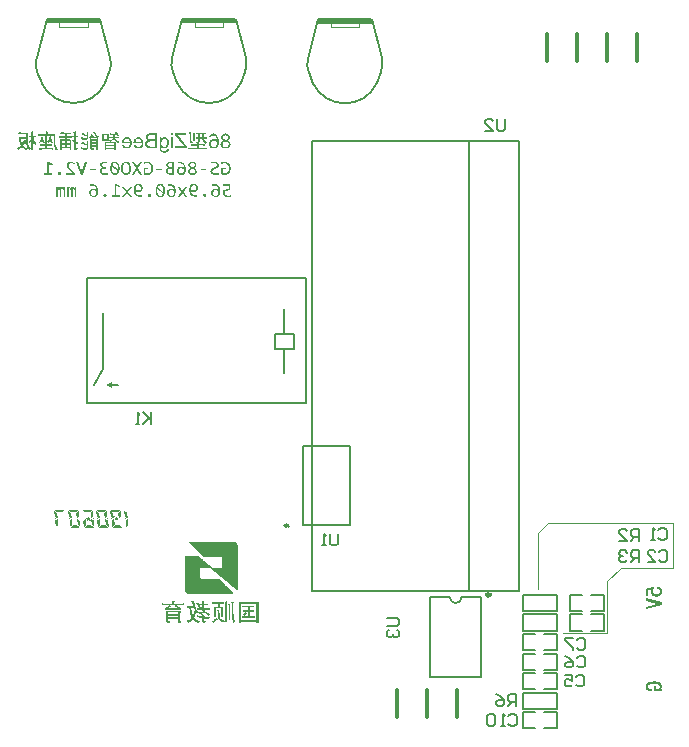
<source format=gbo>
%FSTAX23Y23*%
%MOIN*%
%SFA1B1*%

%IPPOS*%
%ADD10C,0.003940*%
%ADD12C,0.007870*%
%ADD13C,0.011810*%
%ADD14C,0.005910*%
%ADD83C,0.009840*%
%ADD84C,0.000300*%
%ADD85R,0.184000X0.013000*%
%LN86ÐÍzigbeeÖÇÄÜ²å×ù°å-1*%
%LPD*%
G36*
X03963Y03793D02*
X03943Y03782D01*
X03963Y03772*
Y03793*
G37*
G36*
X0399Y03367D02*
X03991Y03367D01*
X03991Y03367*
Y03366*
X03991Y03366*
X03991Y03366*
Y03366*
X03991Y03366*
X03991Y03366*
X03991Y03366*
X0399Y03365*
X0399Y03365*
X0399Y03365*
X03989Y03364*
X03989Y03364*
X03988Y03363*
X03988Y03363*
X03987Y03362*
X03987Y03361*
X03986Y0336*
X03985Y03359*
X03985Y03359*
X03985Y03359*
X03985Y03359*
X03984Y03359*
X03984Y03359*
X03984Y03359*
X0397*
X0397Y03359*
X0397Y03359*
X03969Y03359*
X03969Y03359*
X03969Y03359*
X03962Y03366*
X03962Y03366*
X03962Y03366*
X03962Y03366*
Y03366*
X03962Y03367*
X03962Y03367*
X03962Y03367*
X03962Y03367*
X0399*
X0399Y03367*
G37*
G36*
X03943Y03367D02*
X03944Y03367D01*
X03944Y03367*
Y03367*
X03944Y03366*
X03944Y03366*
Y03366*
X03944Y03366*
X03944Y03366*
X03944Y03366*
X03943Y03365*
X03943Y03365*
X03943Y03365*
X03942Y03364*
X03942Y03364*
X03942Y03363*
X03941Y03363*
X0394Y03362*
X0394Y03361*
X03939Y0336*
X03938Y03359*
X03938Y03359*
X03938Y03359*
X03938Y03359*
X03937Y03359*
X03937Y03359*
X03937Y03359*
X03923*
X03923Y03359*
X03923Y03359*
X03923Y03359*
X03922Y03359*
X03922Y03359*
X03915Y03366*
X03915Y03366*
X03915Y03366*
X03915Y03366*
Y03366*
X03915Y03367*
X03915Y03367*
X03915Y03367*
X03915Y03367*
X03943*
X03943Y03367*
G37*
G36*
X03897Y03367D02*
X03897Y03367D01*
X03897Y03367*
Y03366*
X03897Y03366*
X03897Y03366*
Y03366*
X03897Y03366*
X03897Y03366*
X03897Y03366*
X03897Y03365*
X03896Y03365*
X03896Y03365*
X03896Y03364*
X03895Y03364*
X03895Y03363*
X03894Y03363*
X03894Y03362*
X03893Y03361*
X03892Y0336*
X03891Y03359*
X03891Y03359*
X03891Y03359*
X03891Y03359*
X0389Y03359*
X0389Y03359*
X0389Y03359*
X03877*
X03876Y03359*
X03876Y03359*
X03876Y03359*
X03876Y03359*
X03875Y03359*
X03868Y03366*
X03868Y03366*
X03868Y03366*
X03868Y03366*
Y03366*
X03868Y03367*
X03868Y03367*
X03868Y03367*
X03869Y03367*
X03896*
X03897Y03367*
G37*
G36*
X0385Y03367D02*
X0385Y03367D01*
X0385Y03367*
Y03367*
X0385Y03366*
X0385Y03366*
Y03366*
X0385Y03366*
X0385Y03366*
X0385Y03366*
X0385Y03365*
X03849Y03365*
X03849Y03365*
X03849Y03364*
X03848Y03364*
X03848Y03363*
X03847Y03363*
X03847Y03362*
X03846Y03361*
X03845Y0336*
X03845Y03359*
X03844Y03359*
X03844Y03359*
X03844Y03359*
X03844Y03359*
X03843Y03359*
X03843Y03359*
X0383*
X03829Y03359*
X03829Y03359*
X03829Y03359*
X03829Y03359*
X03828Y03359*
X03821Y03366*
X03821Y03366*
X03821Y03366*
X03821Y03366*
Y03366*
X03821Y03367*
X03821Y03367*
X03821Y03367*
X03822Y03367*
X0385*
X0385Y03367*
G37*
G36*
X03803D02*
X03803Y03367D01*
X03803Y03367*
Y03367*
X03804Y03366*
X03804Y03366*
Y03366*
X03803Y03366*
X03803Y03366*
X03803Y03366*
X03803Y03365*
X03803Y03365*
X03802Y03365*
X03802Y03364*
X03802Y03364*
X03801Y03363*
X03801Y03363*
X038Y03362*
X03799Y03361*
X03799Y0336*
X03798Y03359*
X03798Y03359*
X03798Y03359*
X03797Y03359*
X03797Y03359*
X03797Y03359*
X03796Y03359*
X03783*
X03783Y03359*
X03782Y03359*
X03782Y03359*
X03782Y03359*
X03782Y03359*
X03774Y03366*
X03774Y03366*
X03774Y03366*
X03774Y03366*
X03774Y03366*
Y03367*
X03774Y03367*
X03775Y03367*
X03775Y03367*
X03803*
X03803Y03367*
G37*
G36*
X03985Y03345D02*
X03985Y03345D01*
X03985Y03345*
X03985Y03345*
Y03345*
X03985Y03344*
X03985Y03344*
X03985Y03344*
Y03343*
Y03343*
X03985Y03343*
Y03343*
Y03343*
Y03342*
Y03342*
X03985Y03342*
Y03342*
X03985Y03342*
X03985Y03342*
X03985Y03342*
X03985*
X03984Y03342*
X03984Y03342*
X03983Y03343*
X03983Y03343*
X03983Y03343*
X03982Y03343*
X03982Y03343*
X03982*
X03982Y03343*
X03982Y03344*
X03982Y03344*
X03982Y03344*
X03982Y03344*
X03982Y03344*
X03982Y03344*
X03983Y03345*
X03983Y03345*
X03984Y03345*
X03984Y03345*
X03984Y03345*
X03984*
X03984Y03345*
X03985Y03346*
X03985Y03345*
G37*
G36*
X03973D02*
X03973Y03345D01*
X03973Y03345*
X03974Y03345*
X03974Y03345*
X03975Y03344*
X03975Y03344*
X03975Y03344*
X03976Y03344*
X03976Y03344*
Y03344*
X03976Y03343*
X03975Y03343*
X03975*
X03975Y03343*
X03975Y03343*
X03975Y03343*
X03975Y03343*
X03974Y03342*
X03974Y03342*
X03973Y03342*
X03973*
X03973Y03342*
X03973*
X03973Y03342*
X03973Y03342*
X03973Y03342*
X03972Y03342*
X03972Y03343*
Y03343*
Y03343*
X03972Y03343*
Y03344*
X03972Y03344*
X03972Y03345*
Y03345*
Y03345*
Y03345*
X03972Y03345*
X03972Y03346*
X03973*
X03973Y03345*
G37*
G36*
X04007Y03364D02*
X04007Y03364D01*
X04007Y03364*
X04007Y03364*
X04008Y03364*
X04008Y03363*
X04008Y03363*
X04009Y03362*
X04009Y03362*
X0401Y03361*
X04011Y03361*
X04012Y0336*
X04013Y03359*
X04014Y03358*
X04014Y03358*
X04014Y03357*
X04015Y03357*
X04015Y03357*
X04015Y03356*
X04015Y03356*
X04017Y0334*
Y0334*
Y0334*
X04017Y03339*
X04017Y03339*
X04017*
X04016Y03339*
X0401Y03343*
X0401Y03343*
X04009Y03343*
X04009Y03343*
X04009Y03343*
X04009Y03344*
X04008Y03344*
X04008Y03345*
X04006Y03363*
Y03363*
Y03364*
Y03364*
X04006Y03364*
X04006Y03364*
X04006Y03364*
X04007Y03364*
X04007*
X04007Y03364*
G37*
G36*
X03994Y03364D02*
X03994Y03364D01*
X03994Y03363*
Y03363*
X03996Y03345*
Y03344*
X03996Y03344*
X03996Y03344*
X03995Y03343*
X03995Y03343*
X03995Y03343*
X03995Y03343*
X03989Y03339*
X03989Y03339*
X03989*
X03988Y03339*
X03988Y03339*
X03988Y0334*
X03988Y0334*
Y0334*
X03986Y03356*
Y03356*
X03986Y03357*
X03987Y03357*
X03987Y03357*
X03987Y03358*
X03987Y03358*
X03988Y03359*
X03989Y0336*
X03989Y0336*
X0399Y03361*
X0399Y03361*
X0399Y03361*
X0399Y03361*
X03991Y03362*
X03991Y03362*
X03991Y03363*
X03992Y03363*
X03992Y03364*
X03993Y03364*
X03993Y03364*
X03993Y03364*
X03993*
X03994Y03364*
G37*
G36*
X0396Y03364D02*
X0396Y03364D01*
X0396Y03364*
X03961Y03364*
X03961Y03363*
X03961Y03363*
X03962Y03363*
X03962Y03362*
X03963Y03362*
X03963Y03361*
X03964Y03361*
X03965Y0336*
X03966Y03359*
X03967Y03358*
X03967Y03358*
X03968Y03357*
X03968Y03357*
X03968Y03357*
X03968Y03356*
X03968Y03356*
X0397Y0334*
Y0334*
Y0334*
Y03339*
X0397Y03339*
X0397*
X03969Y03339*
X03963Y03343*
X03963Y03343*
X03963Y03343*
X03962Y03343*
X03962Y03343*
X03962Y03344*
X03962Y03344*
X03961Y03345*
X03959Y03363*
Y03363*
Y03364*
X03959Y03364*
X0396Y03364*
X0396Y03364*
X0396Y03364*
X0396Y03364*
X0396*
X0396Y03364*
G37*
G36*
X03947Y03364D02*
X03947Y03364D01*
X03947Y03363*
Y03363*
X03949Y03345*
Y03344*
X03949Y03344*
X03949Y03344*
X03949Y03343*
X03948Y03343*
X03948Y03343*
X03948Y03343*
X03942Y03339*
X03942Y03339*
X03942*
X03942Y03339*
X03942Y03339*
X03941Y0334*
X03941Y0334*
Y0334*
X03939Y03356*
Y03356*
X0394Y03357*
X0394Y03357*
X0394Y03357*
X0394Y03358*
X0394Y03358*
X03941Y03359*
X03942Y0336*
X03942Y0336*
X03943Y03361*
X03943Y03361*
X03943Y03361*
X03943Y03361*
X03944Y03362*
X03944Y03362*
X03945Y03363*
X03945Y03363*
X03945Y03364*
X03946Y03364*
X03946Y03364*
X03946Y03364*
X03946*
X03947Y03364*
G37*
G36*
X03913Y03364D02*
X03913Y03364D01*
X03914Y03364*
X03914Y03364*
X03914Y03363*
X03914Y03363*
X03915Y03363*
X03915Y03362*
X03916Y03362*
X03916Y03361*
X03917Y03361*
X03918Y0336*
X03919Y03359*
X03921Y03358*
X03921Y03358*
X03921Y03357*
X03921Y03357*
X03921Y03357*
X03922Y03356*
X03922Y03356*
X03923Y0334*
Y0334*
Y0334*
Y03339*
X03923Y03339*
X03923*
X03923Y03339*
X03916Y03343*
X03916Y03343*
X03916Y03343*
X03916Y03343*
X03915Y03343*
X03915Y03344*
X03915Y03344*
X03915Y03345*
X03912Y03363*
Y03363*
Y03364*
X03912Y03364*
X03913Y03364*
X03913Y03364*
X03913Y03364*
X03913Y03364*
X03913*
X03913Y03364*
G37*
G36*
X039Y03364D02*
X039Y03364D01*
X039Y03363*
Y03363*
X03902Y03345*
Y03344*
X03902Y03344*
X03902Y03344*
X03902Y03343*
X03901Y03343*
X03901Y03343*
X03901Y03343*
X03895Y03339*
X03895Y03339*
X03895*
X03895Y03339*
X03895Y03339*
X03895Y0334*
X03895Y0334*
Y0334*
X03893Y03356*
Y03356*
X03893Y03357*
X03893Y03357*
X03893Y03357*
X03893Y03358*
X03893Y03358*
X03895Y03359*
X03895Y0336*
X03895Y0336*
X03896Y03361*
X03896Y03361*
X03896Y03361*
X03896Y03361*
X03897Y03362*
X03897Y03362*
X03898Y03363*
X03898Y03363*
X03899Y03364*
X03899Y03364*
X03899Y03364*
X039Y03364*
X039*
X039Y03364*
G37*
G36*
X03853D02*
X03853Y03364D01*
X03853Y03363*
Y03363*
X03855Y03345*
Y03344*
X03855Y03344*
X03855Y03344*
X03855Y03343*
X03855Y03343*
X03854Y03343*
X03854Y03343*
X03849Y03339*
X03848Y03339*
X03848*
X03848Y03339*
X03848Y03339*
X03848Y0334*
X03848Y0334*
Y0334*
X03846Y03356*
Y03356*
X03846Y03357*
X03846Y03357*
X03846Y03357*
X03846Y03358*
X03847Y03358*
X03848Y03359*
X03848Y0336*
X03849Y0336*
X03849Y03361*
X03849Y03361*
X0385Y03361*
X0385Y03361*
X0385Y03362*
X03851Y03362*
X03851Y03363*
X03851Y03363*
X03852Y03364*
X03852Y03364*
X03853Y03364*
X03853Y03364*
X03853*
X03853Y03364*
G37*
G36*
X0382Y03364D02*
X0382Y03364D01*
X0382Y03364*
X0382Y03364*
X0382Y03363*
X03821Y03363*
X03821Y03363*
X03821Y03362*
X03822Y03362*
X03823Y03361*
X03824Y03361*
X03825Y0336*
X03826Y03359*
X03827Y03358*
X03827Y03358*
X03827Y03357*
X03827Y03357*
X03828Y03357*
X03828Y03356*
X03828Y03356*
X0383Y0334*
Y0334*
Y0334*
Y03339*
X0383Y03339*
X03829*
X03829Y03339*
X03822Y03343*
X03822Y03343*
X03822Y03343*
X03822Y03343*
X03822Y03343*
X03821Y03344*
X03821Y03344*
X03821Y03345*
X03819Y03363*
Y03363*
Y03364*
X03819Y03364*
X03819Y03364*
X03819Y03364*
X03819Y03364*
X03819Y03364*
X03819*
X0382Y03364*
G37*
G36*
X03773D02*
X03773Y03364D01*
X03773Y03364*
X03773Y03364*
X03773Y03363*
X03774Y03363*
X03774Y03363*
X03775Y03362*
X03775Y03362*
X03776Y03361*
X03777Y03361*
X03778Y0336*
X03779Y03359*
X0378Y03358*
X0378Y03358*
X0378Y03357*
X03781Y03357*
X03781Y03357*
X03781Y03356*
X03781Y03356*
X03783Y0334*
Y0334*
Y0334*
X03783Y03339*
X03783Y03339*
X03782*
X03782Y03339*
X03776Y03343*
X03775Y03343*
X03775Y03343*
X03775Y03343*
X03775Y03343*
X03774Y03344*
X03774Y03344*
X03774Y03345*
X03772Y03363*
Y03363*
Y03364*
X03772Y03364*
X03772Y03364*
X03772Y03364*
X03772Y03364*
X03772Y03364*
X03773*
X03773Y03364*
G37*
G36*
X0395Y03339D02*
X0395Y03339D01*
Y03339*
X0395Y03336*
X0395Y03336*
X0395Y03336*
X0395Y03336*
X0395*
X03949Y03336*
X03949*
X03949Y03336*
X03948Y03336*
X03948Y03337*
X03947Y03337*
X03947Y03337*
X03947Y03337*
X03947Y03338*
X03947Y03338*
X03947Y03338*
X03947Y03338*
X03947Y03338*
X03948Y03339*
X03948Y03339*
X03948Y03339*
X03949Y03339*
X03949Y03339*
X03949Y03339*
X03949Y0334*
X03949*
X0395Y03339*
G37*
G36*
X03903D02*
X03903Y03339D01*
Y03339*
X03903Y03336*
X03903Y03336*
X03903Y03336*
X03903Y03336*
X03903*
X03903Y03336*
X03903*
X03902Y03336*
X03902Y03336*
X03901Y03337*
X03901Y03337*
X039Y03337*
X039Y03337*
X039Y03338*
X039Y03338*
X039Y03338*
X039Y03338*
X03901Y03338*
X03901Y03339*
X03901Y03339*
X03902Y03339*
X03902Y03339*
X03902Y03339*
X03902Y03339*
X03903Y0334*
X03903*
X03903Y03339*
G37*
G36*
X03856D02*
X03856Y03339D01*
Y03339*
X03856Y03336*
X03856Y03336*
X03856Y03336*
X03856Y03336*
X03856*
X03856Y03336*
X03856*
X03855Y03336*
X03855Y03336*
X03854Y03337*
X03854Y03337*
X03853Y03337*
X03853Y03337*
X03853Y03338*
X03853Y03338*
X03853Y03338*
X03853Y03338*
X03854Y03338*
X03854Y03339*
X03854Y03339*
X03855Y03339*
X03855Y03339*
X03855Y03339*
X03855Y03339*
X03856Y0334*
X03856*
X03856Y03339*
G37*
G36*
X04009D02*
X0401Y03339D01*
X0401*
X0401Y03339*
X0401Y03339*
X0401Y03339*
X04011Y03339*
X04011Y03338*
X04012Y03338*
X04012Y03338*
X04012Y03337*
X04012Y03337*
X04012Y03337*
X04012Y03337*
X04011Y03337*
X04011Y03336*
X0401Y03336*
X0401*
X0401Y03336*
X0401Y03336*
X0401*
X04009Y03336*
X04009Y03336*
X04009Y03336*
X04009Y03339*
Y03339*
Y03339*
X04009Y03339*
X04009Y0334*
X04009*
X04009Y03339*
G37*
G36*
X03963D02*
X03963Y03339D01*
X03963*
X03963Y03339*
X03963Y03339*
X03964Y03339*
X03964Y03339*
X03964Y03338*
X03965Y03338*
X03965Y03338*
X03965Y03337*
X03965Y03337*
X03965Y03337*
X03965Y03337*
X03964Y03337*
X03964Y03336*
X03963Y03336*
X03963*
X03963Y03336*
X03963Y03336*
X03963*
X03962Y03336*
X03962Y03336*
X03962Y03336*
X03962Y03339*
Y03339*
Y03339*
X03962Y03339*
X03962Y0334*
X03962*
X03963Y03339*
G37*
G36*
X03916D02*
X03916Y03339D01*
X03916*
X03916Y03339*
X03916Y03339*
X03917Y03339*
X03917Y03339*
X03918Y03338*
X03918Y03338*
X03919Y03338*
X03919Y03337*
X03918Y03337*
X03918Y03337*
X03918Y03337*
X03918Y03337*
X03917Y03336*
X03916Y03336*
X03916*
X03916Y03336*
X03916Y03336*
X03916*
X03916Y03336*
X03916Y03336*
X03915Y03336*
X03915Y03339*
Y03339*
Y03339*
X03915Y03339*
X03915Y0334*
X03916*
X03916Y03339*
G37*
G36*
X03822D02*
X03822Y03339D01*
X03822*
X03823Y03339*
X03823Y03339*
X03823Y03339*
X03823Y03339*
X03824Y03338*
X03824Y03338*
X03825Y03338*
X03825Y03337*
X03825Y03337*
X03825Y03337*
X03824Y03337*
X03824Y03337*
X03823Y03336*
X03823Y03336*
X03823*
X03822Y03336*
X03822Y03336*
X03822*
X03822Y03336*
X03822Y03336*
X03822Y03336*
X03822Y03339*
Y03339*
Y03339*
X03822Y03339*
X03822Y0334*
X03822*
X03822Y03339*
G37*
G36*
X03775D02*
X03776Y03339D01*
X03776*
X03776Y03339*
X03776Y03339*
X03776Y03339*
X03777Y03339*
X03777Y03338*
X03778Y03338*
X03778Y03338*
X03778Y03337*
X03778Y03337*
X03778Y03337*
X03778Y03337*
X03777Y03337*
X03777Y03336*
X03776Y03336*
X03776*
X03776Y03336*
X03775Y03336*
X03775*
X03775Y03336*
X03775Y03336*
X03775Y03336*
X03775Y03339*
Y03339*
Y03339*
Y03339*
X03775Y0334*
X03775*
X03775Y03339*
G37*
G36*
X03979Y03342D02*
X03979Y03342D01*
X0398Y03342*
X0398Y03342*
X0398*
X03985Y03339*
X03986Y03339*
X03986Y03338*
X03986Y03338*
X03986Y03338*
X03987Y03338*
X03987Y03338*
Y03337*
X03987Y03337*
X03986Y03337*
X03986Y03336*
X03986Y03336*
X03986*
X03985Y03336*
X03984Y03335*
X03983Y03335*
X03982Y03334*
X03981Y03334*
X03981Y03334*
X03981Y03333*
X03981Y03333*
X03981Y03333*
X0398Y03333*
X0398*
X0398Y03333*
X03979Y03333*
X03979Y03333*
X03979Y03333*
X03979*
X03979Y03333*
X03979Y03334*
X03978Y03334*
X03978Y03334*
X03977Y03334*
X03976Y03335*
X03975Y03335*
X03975Y03336*
X03974Y03336*
X03974Y03336*
X03974Y03336*
X03974Y03336*
X03973*
X03973Y03336*
X03973Y03337*
X03972Y03337*
X03972Y03337*
X03972Y03337*
X03972Y03337*
Y03338*
Y03338*
X03972Y03338*
X03972Y03338*
X03973Y03338*
X03973Y03339*
X03973Y03339*
X03973*
X03974Y03339*
X03975Y0334*
X03976Y0334*
X03977Y03341*
X03977Y03341*
X03978Y03341*
X03978Y03342*
X03978Y03342*
X03978*
X03978Y03342*
X03979Y03342*
X03979*
X03979Y03342*
G37*
G36*
X03886D02*
X03886Y03342D01*
X03886Y03342*
X03886Y03342*
X03886*
X03892Y03339*
X03892Y03339*
X03892Y03338*
X03893Y03338*
X03893Y03338*
X03893Y03338*
X03893Y03338*
Y03337*
X03893Y03337*
X03893Y03337*
X03892Y03336*
X03892Y03336*
X03892*
X03891Y03336*
X0389Y03335*
X03889Y03335*
X03888Y03334*
X03888Y03334*
X03887Y03334*
X03887Y03333*
X03887Y03333*
X03887Y03333*
X03887Y03333*
X03886*
X03886Y03333*
X03886Y03333*
X03886Y03333*
X03886Y03333*
X03885*
X03885Y03333*
X03885Y03334*
X03885Y03334*
X03884Y03334*
X03883Y03334*
X03882Y03335*
X03881Y03335*
X03881Y03336*
X03881Y03336*
X0388Y03336*
X0388Y03336*
X0388Y03336*
X0388*
X03879Y03336*
X03879Y03337*
X03879Y03337*
X03879Y03337*
X03878Y03337*
X03878Y03337*
Y03338*
Y03338*
X03878Y03338*
X03879Y03338*
X03879Y03338*
X03879Y03339*
X03879Y03339*
X03879*
X0388Y03339*
X03881Y0334*
X03882Y0334*
X03883Y03341*
X03884Y03341*
X03884Y03341*
X03884Y03342*
X03884Y03342*
X03884*
X03885Y03342*
X03885Y03342*
X03885*
X03886Y03342*
G37*
G36*
X03892Y03333D02*
X03893Y03333D01*
X03893Y03333*
X03893Y03333*
X03893Y03332*
Y03332*
Y03332*
Y03332*
X03893Y03332*
X03893Y03331*
X03893Y0333*
Y0333*
Y0333*
X03893Y0333*
X03893Y0333*
X03893*
X03893Y0333*
X03892Y0333*
X03892Y0333*
X03892Y0333*
X03891Y0333*
X0389Y03331*
X0389*
X0389Y03331*
X0389Y03331*
X0389Y03331*
X03889Y03331*
X03889Y03332*
Y03332*
X03889Y03332*
X0389Y03332*
X0389Y03332*
X0389*
X0389Y03332*
X0389Y03332*
X0389Y03332*
X03891Y03333*
X03891Y03333*
X03892Y03333*
X03892Y03333*
X03892Y03333*
X03892*
X03892Y03333*
G37*
G36*
X03881D02*
X03881D01*
X03881Y03333*
X03882Y03333*
X03882Y03332*
X03883Y03332*
X03883Y03332*
X03883Y03332*
X03883*
X03883Y03332*
X03884Y03332*
X03884Y03332*
Y03331*
X03883Y03331*
X03883Y03331*
X03883Y03331*
X03883Y03331*
X03882Y0333*
X03882Y0333*
X03881Y0333*
X03881Y0333*
X03881Y0333*
X03881Y0333*
X0388Y0333*
X0388Y0333*
X0388Y0333*
X0388Y0333*
Y0333*
X0388Y03331*
X0388Y03331*
Y03332*
X0388Y03332*
X0388Y03332*
Y03332*
Y03332*
X0388Y03333*
X0388Y03333*
X0388Y03333*
X0388Y03333*
X0388*
X03881Y03333*
G37*
G36*
X04017Y03336D02*
X04017Y03336D01*
X04018Y03336*
X04018Y03336*
Y03335*
X04019Y03319*
Y03319*
X04019Y03319*
X04019Y03318*
X04019Y03318*
X04019Y03318*
X04019Y03318*
X04018Y03317*
X04017Y03316*
X04016Y03315*
X04016Y03314*
X04015Y03314*
X04015Y03313*
X04014Y03313*
X04014Y03312*
X04014Y03312*
X04014Y03312*
X04013Y03311*
X04013Y03311*
X04013Y03311*
X04013Y03311*
X04013Y03311*
X04013*
X04013Y03311*
X04012Y03311*
X04012Y03312*
X04012Y03312*
Y03312*
Y03312*
X0401Y03331*
Y03331*
X0401Y03331*
X0401Y03332*
X0401Y03332*
X04011Y03332*
X04011Y03332*
X04011Y03332*
X04011Y03332*
X04017Y03336*
X04017Y03336*
X04017*
X04017Y03336*
G37*
G36*
X0397D02*
X03971Y03336D01*
X03971Y03336*
X03971Y03336*
Y03335*
X03973Y03319*
Y03319*
X03973Y03319*
X03972Y03318*
X03972Y03318*
X03972Y03318*
X03972Y03318*
X03971Y03317*
X0397Y03316*
X0397Y03315*
X03969Y03314*
X03968Y03314*
X03968Y03313*
X03968Y03313*
X03967Y03312*
X03967Y03312*
X03967Y03312*
X03966Y03311*
X03966Y03311*
X03966Y03311*
X03966Y03311*
X03966Y03311*
X03966*
X03966Y03311*
X03965Y03311*
X03965Y03312*
X03965Y03312*
Y03312*
Y03312*
X03963Y03331*
Y03331*
X03963Y03331*
X03963Y03332*
X03963Y03332*
X03964Y03332*
X03964Y03332*
X03964*
X0397Y03336*
X0397Y03336*
X0397*
X0397Y03336*
G37*
G36*
X03942D02*
X03943Y03336D01*
X03949Y03332*
X03949*
X03949Y03332*
X0395Y03332*
X0395Y03332*
X0395Y03331*
X03951Y03331*
X03951Y03331*
X03953Y03312*
Y03312*
Y03312*
X03953Y03311*
X03952Y03311*
X03952*
X03952Y03311*
X03952*
X03952Y03311*
X03952Y03311*
X03952Y03311*
X03952Y03311*
X03952Y03311*
X03951Y03312*
X03951Y03312*
X03951Y03312*
X03951Y03312*
X0395Y03313*
X0395Y03313*
X03949Y03314*
X03949Y03314*
X03948Y03315*
X03947Y03316*
X03946Y03317*
X03945Y03318*
X03945Y03318*
X03945Y03318*
X03944Y03318*
X03944Y03319*
X03944Y03319*
X03944Y03319*
X03942Y03335*
Y03336*
Y03336*
X03942Y03336*
X03942Y03336*
X03942*
X03942Y03336*
X03942Y03336*
G37*
G36*
X03924D02*
X03924Y03336D01*
X03924Y03336*
X03924Y03336*
Y03335*
X03926Y03319*
Y03319*
X03926Y03319*
X03925Y03318*
X03925Y03318*
X03925Y03318*
Y03318*
X03924Y03317*
X03923Y03316*
X03923Y03315*
X03922Y03314*
X03922Y03314*
X03921Y03313*
X03921Y03313*
X0392Y03312*
X0392Y03312*
X0392Y03312*
X0392Y03311*
X03919Y03311*
X03919Y03311*
X03919Y03311*
X03919Y03311*
X03919*
X03919Y03311*
X03919Y03311*
X03918Y03312*
X03918Y03312*
Y03312*
Y03312*
X03916Y03331*
Y03331*
X03916Y03331*
X03916Y03332*
X03917Y03332*
X03917Y03332*
X03917Y03332*
X03917*
X03923Y03336*
X03923Y03336*
X03923*
X03924Y03336*
G37*
G36*
X03896D02*
X03896Y03336D01*
X03903Y03332*
X03903*
X03903Y03332*
X03903Y03332*
X03903Y03332*
X03904Y03331*
X03904Y03331*
X03904Y03331*
X03906Y03312*
Y03312*
Y03312*
X03906Y03311*
X03906Y03311*
X03906*
X03906Y03311*
X03905*
X03905Y03311*
X03905Y03311*
X03905Y03311*
X03905Y03311*
X03905Y03311*
X03905Y03312*
X03904Y03312*
X03904Y03312*
X03904Y03312*
X03903Y03313*
X03903Y03313*
X03902Y03314*
X03902Y03314*
X03901Y03315*
X039Y03316*
X03899Y03317*
X03898Y03318*
X03898Y03318*
X03898Y03318*
X03897Y03318*
X03897Y03319*
X03897Y03319*
X03897Y03319*
X03895Y03335*
Y03336*
Y03336*
X03895Y03336*
X03895Y03336*
X03895*
X03895Y03336*
X03896Y03336*
G37*
G36*
X03877D02*
X03877Y03336D01*
X03877Y03336*
X03877Y03336*
Y03335*
X03879Y03319*
Y03319*
X03879Y03319*
X03879Y03318*
X03878Y03318*
X03878Y03318*
X03878Y03318*
X03877Y03317*
X03877Y03316*
X03876Y03315*
X03875Y03314*
X03875Y03314*
X03874Y03313*
X03874Y03313*
X03874Y03312*
X03873Y03312*
X03873Y03312*
X03873Y03311*
X03873Y03311*
X03873Y03311*
X03872Y03311*
X03872Y03311*
X03872*
X03872Y03311*
X03872Y03311*
X03872Y03312*
X03871Y03312*
Y03312*
Y03312*
X03869Y03331*
Y03331*
X03869Y03331*
X0387Y03332*
X0387Y03332*
X0387Y03332*
X0387Y03332*
X0387*
X03876Y03336*
X03876Y03336*
X03877*
X03877Y03336*
G37*
G36*
X03849D02*
X03849Y03336D01*
X03856Y03332*
X03856*
X03856Y03332*
X03856Y03332*
X03856Y03332*
X03857Y03331*
X03857Y03331*
X03857Y03331*
X03859Y03312*
Y03312*
Y03312*
X03859Y03311*
X03859Y03311*
X03859*
X03859Y03311*
X03859*
X03858Y03311*
X03858Y03311*
X03858Y03311*
X03858Y03311*
X03858Y03311*
X03858Y03312*
X03858Y03312*
X03857Y03312*
X03857Y03312*
X03857Y03313*
X03856Y03313*
X03856Y03314*
X03855Y03314*
X03854Y03315*
X03853Y03316*
X03852Y03317*
X03851Y03318*
X03851Y03318*
X03851Y03318*
X03851Y03318*
X0385Y03319*
X0385Y03319*
X0385Y03319*
X03848Y03335*
Y03336*
Y03336*
X03848Y03336*
X03848Y03336*
X03848*
X03848Y03336*
X03849Y03336*
G37*
G36*
X0383D02*
X0383Y03336D01*
X0383Y03336*
X0383Y03336*
Y03335*
X03832Y03319*
Y03319*
X03832Y03319*
X03832Y03318*
X03832Y03318*
X03831Y03318*
Y03318*
X03831Y03317*
X0383Y03316*
X03829Y03315*
X03828Y03314*
X03828Y03314*
X03827Y03313*
X03827Y03313*
X03827Y03312*
X03826Y03312*
X03826Y03312*
X03826Y03311*
X03826Y03311*
X03826Y03311*
X03826Y03311*
X03825Y03311*
X03825*
X03825Y03311*
X03825Y03311*
X03825Y03312*
X03825Y03312*
Y03312*
Y03312*
X03823Y03331*
Y03331*
X03823Y03331*
X03823Y03332*
X03823Y03332*
X03823Y03332*
X03823Y03332*
X03823*
X03829Y03336*
X0383Y03336*
X0383*
X0383Y03336*
G37*
G36*
X03783D02*
X03783Y03336D01*
X03783Y03336*
X03783Y03336*
Y03335*
X03785Y03319*
Y03319*
X03785Y03319*
X03785Y03318*
X03785Y03318*
X03785Y03318*
X03785Y03318*
X03784Y03317*
X03783Y03316*
X03782Y03315*
X03782Y03314*
X03781Y03314*
X03781Y03313*
X0378Y03313*
X0378Y03312*
X0378Y03312*
X03779Y03312*
X03779Y03311*
X03779Y03311*
X03779Y03311*
X03779Y03311*
X03779*
X03778Y03311*
X03778Y03311*
X03778Y03312*
X03778Y03312*
Y03312*
Y03312*
X03776Y03331*
Y03331*
X03776Y03331*
X03776Y03332*
X03776Y03332*
X03776Y03332*
X03777Y03332*
X03777*
X03783Y03336*
X03783Y03336*
X03783*
X03783Y03336*
G37*
G36*
X03989Y03317D02*
X03989Y03316D01*
X03989Y03316*
X0399Y03316*
X0399Y03316*
X0399Y03316*
X0399Y03316*
X03992Y03314*
X03992Y03314*
X03993Y03313*
X03993Y03313*
X03994Y03312*
X03994Y03312*
X03994Y03312*
X03995Y03312*
X03995Y03311*
X03996Y03311*
X03996Y0331*
X03996Y0331*
X03997Y0331*
X03997Y03309*
X03997Y03309*
X03997Y03309*
Y03309*
Y03309*
X03997Y03309*
X03997Y03309*
X03997Y03308*
X03969*
X03969Y03309*
X03968Y03309*
X03968Y03309*
X03968Y03309*
X03968Y03309*
X03968Y03309*
X03968Y03309*
X03968Y03309*
X03974Y03316*
X03974Y03316*
X03974Y03316*
X03975Y03316*
X03975Y03316*
X03975Y03317*
X03988*
X03989Y03317*
G37*
G36*
X03942Y03317D02*
X03942Y03317D01*
X03943Y03316*
X03943Y03316*
X03943Y03316*
X03943Y03316*
X03943Y03316*
X03945Y03314*
X03945Y03314*
X03946Y03313*
X03947Y03313*
X03947Y03312*
X03947Y03312*
X03947Y03312*
X03948Y03312*
X03948Y03311*
X03949Y03311*
X03949Y0331*
X0395Y0331*
X0395Y0331*
X0395Y03309*
X0395Y03309*
X0395Y03309*
Y03309*
X0395Y03309*
X0395Y03309*
X0395Y03308*
X03922*
X03922Y03309*
X03921Y03309*
X03921Y03309*
X03921Y03309*
X03921Y03309*
X03921Y03309*
X03921Y03309*
X03921Y03309*
X03927Y03316*
X03927Y03316*
X03927Y03316*
X03928Y03316*
X03928Y03317*
X03928Y03317*
X03942*
X03942Y03317*
G37*
G36*
X03895Y03317D02*
X03895Y03316D01*
X03896Y03316*
X03896Y03316*
X03896Y03316*
X03896Y03316*
X03896Y03316*
X03898Y03314*
X03899Y03314*
X03899Y03313*
X039Y03313*
X039Y03312*
X039Y03312*
X03901Y03312*
X03901Y03312*
X03902Y03311*
X03902Y03311*
X03902Y0331*
X03903Y0331*
X03903Y0331*
X03903Y03309*
X03904Y03309*
X03904Y03309*
Y03309*
Y03309*
X03904Y03309*
X03903Y03309*
X03903Y03308*
X03875*
X03875Y03309*
X03875Y03309*
X03875Y03309*
X03874Y03309*
X03874Y03309*
X03874Y03309*
X03875Y03309*
X03875Y03309*
X0388Y03316*
X0388Y03316*
X03881Y03316*
X03881Y03316*
X03881Y03316*
X03881Y03317*
X03895*
X03895Y03317*
G37*
G36*
X03848Y03317D02*
X03848Y03317D01*
X03849Y03316*
X03849Y03316*
X03849Y03316*
X03849Y03316*
X03849Y03316*
X03851Y03314*
X03852Y03314*
X03852Y03313*
X03853Y03313*
X03853Y03312*
X03854Y03312*
X03854Y03312*
X03854Y03312*
X03855Y03311*
X03855Y03311*
X03856Y0331*
X03856Y0331*
X03856Y0331*
X03856Y03309*
X03857Y03309*
X03857Y03309*
Y03309*
X03857Y03309*
X03856Y03309*
X03856Y03308*
X03829*
X03828Y03309*
X03828Y03309*
X03828Y03309*
X03828Y03309*
X03828Y03309*
X03828Y03309*
X03828Y03309*
X03828Y03309*
X03833Y03316*
X03834Y03316*
X03834Y03316*
X03834Y03316*
X03834Y03317*
X03835Y03317*
X03848*
X03848Y03317*
G37*
G36*
X05784Y03112D02*
X05786Y03112D01*
X05787Y03111*
X05788Y03111*
X05789Y03111*
X0579Y0311*
X05791Y0311*
X05792Y03109*
X05792Y03109*
X05793Y03108*
X05793Y03108*
X05794Y03107*
X05794Y03107*
X05794Y03107*
X05794Y03107*
X05794Y03107*
X05795Y03105*
X05796Y03104*
X05797Y03102*
X05797Y03101*
X05797Y03099*
X05798Y03099*
X05798Y03099*
Y03098*
X05798Y03098*
Y03098*
X05798Y03096*
X05798Y03094*
X05797Y03093*
X05797Y03092*
X05797Y03091*
X05797Y0309*
X05797Y0309*
X05797Y0309*
X05797Y03089*
Y03089*
X05796Y03088*
X05795Y03087*
X05795Y03086*
X05794Y03085*
X05794Y03084*
X05793Y03084*
X05793Y03083*
X05793Y03083*
X05792Y03082*
X05791Y03081*
X0579Y03081*
X05789Y0308*
X05788Y0308*
X05787Y0308*
X05787Y03079*
X05787Y03079*
X05786Y03079*
X05784Y03079*
X05783Y03078*
X05782Y03078*
X05781Y03078*
X0578*
X0578Y03078*
X0578*
X05778*
X05777*
X05776Y03078*
X05775Y03078*
X05774Y03078*
X05774Y03078*
X05774Y03079*
X05773*
X05772Y03079*
X05771Y03079*
X0577Y0308*
X05769Y0308*
X05768Y03081*
X05768Y03081*
X05768Y03081*
X05767Y03081*
X05766Y03082*
X05765Y03083*
X05765Y03084*
X05764Y03085*
X05763Y03085*
X05763Y03086*
X05763Y03087*
X05763Y03087*
Y03087*
X05762Y03088*
X05762Y0309*
X05761Y03091*
X05761Y03092*
X05761Y03093*
X05761Y03094*
X05761Y03094*
Y03096*
X05761Y03098*
X05761Y03099*
X05762Y031*
X05762Y03101*
X05762Y03102*
X05763Y03102*
X05763Y03102*
Y03102*
X05762Y03102*
X05761Y03102*
X05759Y03101*
X05757Y03101*
X05756Y031*
X05755Y031*
X05754Y031*
X05753Y031*
X05753Y031*
X05752Y031*
X05752Y03099*
X05751Y03099*
X05751*
Y0308*
X05744*
Y03105*
X05747Y03106*
X05749Y03106*
X05751Y03107*
X05753Y03107*
X05754Y03107*
X05756Y03108*
X05757Y03108*
X05759Y03108*
X0576Y03109*
X05762Y03109*
X05763Y03109*
X05764Y03109*
X05765Y0311*
X05766Y0311*
X05766Y0311*
X05767Y0311*
X05768Y0311*
X05769Y03111*
X0577Y03111*
X05771Y03111*
X05771Y03111*
X05771*
X05772Y03111*
X05772*
X05772Y03105*
X05771Y03104*
X0577Y03103*
X05769Y03102*
X05769Y03101*
X05769Y031*
X05768Y03099*
X05768Y03099*
X05768Y03099*
X05768Y03097*
X05768Y03096*
Y03095*
X05768Y03094*
X05768Y03094*
X05768Y03093*
X05768Y03093*
Y03092*
X05768Y03091*
X05769Y03091*
X0577Y0309*
X0577Y03089*
X05771Y03089*
X05771Y03088*
X05771Y03088*
X05771Y03088*
X05772Y03087*
X05773Y03087*
X05775Y03086*
X05775Y03086*
X05776Y03086*
X05777Y03086*
X05778Y03086*
X05778*
X05778*
X05779*
X0578Y03086*
X05781Y03086*
X05782Y03086*
X05783Y03087*
X05784Y03087*
X05784Y03087*
X05784Y03087*
X05785Y03088*
X05786Y03088*
X05787Y03089*
X05788Y0309*
X05788Y0309*
X05789Y03091*
X05789Y03091*
X05789Y03091*
X0579Y03092*
X0579Y03094*
X0579Y03095*
Y03097*
X0579Y03098*
Y03098*
X0579Y03099*
Y03099*
X0579Y031*
X0579Y03101*
X05789Y03101*
X05788Y03102*
X05788Y03103*
X05787Y03103*
X05785Y03104*
X05784Y03105*
X05783Y03105*
X05782Y03105*
X05782Y03106*
X05781Y03106*
X05781Y03106*
X05781*
X05783Y03113*
X05784Y03112*
G37*
G36*
X05798Y03059D02*
Y03051D01*
X05744Y03036*
Y03045*
X05782Y03055*
X05744Y03065*
Y03074*
X05798Y03059*
G37*
G36*
X05775Y02796D02*
X05777Y02796D01*
X05779Y02795*
X05781Y02795*
X05783Y02795*
X05784Y02794*
X05786Y02794*
X05787Y02793*
X05788Y02793*
X05789Y02792*
X0579Y02792*
X0579Y02791*
X05791Y02791*
X05791Y02791*
X05792Y02791*
X05792Y02791*
X05793Y0279*
X05794Y02789*
X05794Y02788*
X05795Y02787*
X05796Y02786*
X05796Y02785*
X05797Y02784*
X05797Y02783*
X05797Y02782*
X05797Y02781*
X05798Y0278*
X05798Y0278*
Y02779*
X05798Y02779*
Y02779*
X05798Y02778*
X05797Y02777*
X05797Y02776*
X05797Y02775*
X05797Y02774*
X05797Y02773*
X05796Y02773*
X05796Y02773*
X05796Y02772*
X05795Y02771*
X05795Y02771*
X05794Y0277*
X05794Y0277*
X05794Y0277*
X05794Y0277*
X05793*
X05798Y02769*
Y02763*
X0577*
Y0278*
X05777*
Y0277*
X05779*
X05781Y0277*
X05783Y02771*
X05785Y02771*
X05786Y02771*
X05787Y02772*
X05787Y02772*
X05788Y02772*
X05788Y02772*
X05789Y02773*
X05789Y02774*
X0579Y02775*
X0579Y02776*
X0579Y02777*
X0579Y02777*
X0579Y02778*
Y02778*
X0579Y02779*
X0579Y02779*
X0579Y0278*
X05789Y02781*
X05788Y02782*
X05788Y02783*
X05787Y02784*
X05787Y02784*
X05787Y02784*
X05786*
X05786Y02785*
X05785Y02785*
X05784Y02786*
X05782Y02786*
X0578Y02786*
X05778Y02787*
X05776Y02787*
X05775Y02787*
X05774Y02787*
X05773*
X05773Y02787*
X05772*
X05772*
X05772*
X05769*
X05768Y02787*
X05766Y02787*
X05764Y02787*
X05763Y02786*
X05761Y02786*
X0576Y02786*
X05759Y02786*
X05758Y02786*
X05757Y02785*
X05757Y02785*
X05756Y02785*
X05756Y02785*
X05756Y02785*
X05755Y02785*
X05755*
X05754Y02784*
X05754Y02784*
X05753Y02783*
X05753Y02783*
X05752Y02782*
X05752Y02782*
X05751Y02781*
X05751Y0278*
X05751Y02779*
X05751Y02779*
Y02778*
X05751Y02777*
X05751Y02776*
X05752Y02775*
X05752Y02774*
X05753Y02774*
X05753Y02773*
X05753Y02773*
X05754Y02773*
X05754Y02773*
X05755Y02772*
X05756Y02772*
X05758Y02771*
X0576Y02771*
X05761Y02771*
X05762*
X05762Y02771*
X05763*
X05763*
X05763*
X05763*
Y02763*
X05762Y02763*
X0576Y02763*
X05759Y02763*
X05757Y02763*
X05756Y02764*
X05755Y02764*
X05754Y02764*
X05753Y02765*
X05752Y02765*
X05751Y02765*
X0575Y02766*
X0575Y02766*
X05749Y02766*
X05749Y02767*
X05749Y02767*
X05749Y02767*
X05748Y02768*
X05747Y02768*
X05746Y02769*
X05746Y0277*
X05745Y02771*
X05745Y02772*
X05744Y02773*
X05744Y02774*
X05744Y02775*
X05744Y02776*
X05744Y02776*
X05743Y02777*
X05743Y02778*
Y02778*
X05743Y0278*
X05744Y02781*
X05744Y02782*
X05745Y02784*
X05745Y02785*
X05746Y02786*
X05746Y02787*
X05747Y02788*
X05748Y02789*
X05748Y02789*
X05749Y0279*
X05749Y0279*
X0575Y02791*
X0575Y02791*
X05751Y02791*
X05751Y02791*
X05752Y02792*
X05754Y02793*
X05755Y02793*
X05757Y02794*
X05759Y02794*
X05761Y02795*
X05762Y02795*
X05764Y02795*
X05766Y02795*
X05767Y02796*
X05769Y02796*
X0577Y02796*
X05771Y02796*
X05772*
X05772*
X05772*
X05772*
X05775Y02796*
G37*
G36*
X04454Y0306D02*
X04453Y03058D01*
X04453Y03057*
X04453Y03056*
X04453Y03055*
X04453Y03054*
Y03054*
Y03054*
Y02995*
X04453Y02994*
X04453Y02993*
X04453Y02992*
X04453Y02992*
X04454Y02991*
Y02991*
X04454Y0299*
Y0299*
X04445*
X04446Y02992*
X04446Y02993*
X04446Y02994*
X04446Y02994*
Y02995*
Y02995*
Y02995*
X04394*
Y02994*
X04394Y02993*
Y02992*
X04394Y02991*
X04394Y02991*
Y0299*
X04395Y0299*
Y0299*
X04386*
X04387Y02991*
X04387Y02992*
X04387Y02993*
Y02994*
X04387Y02995*
Y02995*
Y02996*
Y03053*
X04387Y03055*
Y03057*
X04387Y03058*
X04387Y03059*
X04387Y0306*
X04387Y03061*
X04386Y03061*
Y03062*
X04388Y03061*
X0439Y03061*
X04391Y03061*
X04393Y03061*
X04394Y03061*
X04446*
X04448Y03061*
X0445Y03061*
X04451Y03061*
X04452Y03061*
X04453Y03062*
X04453Y03062*
X04454*
X04454Y0306*
G37*
G36*
X04338Y03053D02*
X04333D01*
X04331Y03053*
X0433*
X04329Y03053*
X04328Y03053*
X04327*
X04327Y03053*
X04323*
X04324Y03045*
X04326*
X04328Y03045*
X0433*
X04332Y03045*
X04333Y03045*
X04334Y03045*
X04335Y03045*
X04335Y03045*
X04336*
X04335Y03044*
Y03044*
X04335Y03042*
X04335Y0304*
X04335Y03038*
X04335Y03036*
Y03036*
X04335Y03035*
Y03035*
Y03034*
Y03034*
Y03034*
Y03019*
Y03018*
Y03017*
X04335Y03015*
X04335Y03015*
Y03014*
X04335Y03013*
Y03013*
Y03013*
Y03012*
Y03011*
Y0301*
Y0301*
Y03009*
Y03009*
Y03009*
Y03009*
X04329*
X04329Y03009*
X04329Y0301*
X04329Y03012*
Y03013*
X04329Y03015*
Y03016*
X04329Y03017*
Y03017*
Y03018*
Y03018*
Y03018*
Y03018*
Y03039*
X0431*
Y0302*
Y03019*
X0431Y03017*
Y03016*
X0431Y03015*
X0431Y03014*
Y03014*
X0431Y03014*
Y03014*
Y03013*
Y03012*
Y03011*
Y0301*
Y0301*
Y03009*
Y03009*
Y03009*
X04303*
X04303Y03011*
X04303Y03013*
X04303Y03015*
X04303Y03017*
X04303Y03018*
Y03019*
Y03019*
Y0302*
Y0302*
Y0302*
Y0302*
Y03034*
Y03036*
X04303Y03038*
X04303Y0304*
X04303Y03042*
X04303Y03043*
Y03044*
X04303Y03044*
Y03045*
X04303Y03045*
Y03045*
Y03045*
X04304*
X04305Y03045*
X04306*
X04307Y03045*
X04308Y03045*
X04309*
X04309Y03045*
X04319*
X04317Y03053*
X04312*
X0431Y03053*
X04309*
X04307Y03053*
X04306Y03053*
X04305*
X04304Y03053*
X04303*
X04302Y03053*
X04301*
X04301Y03053*
X043*
X043Y03053*
X04299*
Y03059*
X043Y03059*
X043Y03059*
X04301Y03059*
X04302Y03059*
X04304*
X04306Y03059*
X04308*
X04309Y03059*
X04331*
X04333Y03059*
X04334Y03059*
X04335Y03059*
X04336Y03059*
X04338*
Y03053*
G37*
G36*
X04174Y03063D02*
X04175Y03063D01*
X04174Y03063*
Y03062*
X04174Y03062*
X04174Y03062*
X04174Y03062*
X04174Y03062*
X04173Y03061*
X04173Y0306*
X04172Y03059*
X04171Y03058*
X04171Y03057*
X04171Y03056*
X04171Y03056*
X0417Y03056*
Y03055*
X04195*
X04204Y03056*
Y03049*
X04194Y0305*
X0418*
X04182Y03048*
X04183Y03047*
X04185Y03046*
X04186Y03045*
X04188Y03044*
X04189Y03043*
X04191Y03042*
X04192Y03042*
X04193Y03041*
X04194Y03041*
X04194Y03041*
X04195Y0304*
X04195Y0304*
X04196Y0304*
X04196Y0304*
X04196*
X04193Y03034*
X04191Y03034*
X0419Y03035*
X04188Y03035*
X04186Y03035*
X04146*
X04145Y03034*
X04145Y03034*
X04144Y03033*
X04144Y03033*
X04144Y03033*
X04144Y03033*
X04144Y03032*
X04143Y03032*
X04143Y03032*
X04143*
X04138Y03037*
X04141Y03039*
X04144Y03042*
X04146Y03043*
X04147Y03044*
X04149Y03045*
X0415Y03046*
X04151Y03047*
X04152Y03047*
X04153Y03048*
X04153Y03048*
X04154Y03048*
X04154Y03049*
X04155Y03049*
X04155Y03049*
X0416Y03046*
X04158Y03045*
X04157Y03044*
X04156Y03043*
X04154Y03042*
X04153Y03042*
X04153Y03041*
X04152Y03041*
X04152Y03041*
X04183*
X04181Y03042*
X04179Y03043*
X04177Y03044*
X04176Y03045*
X04174Y03046*
X04173Y03046*
X04173Y03046*
X04173Y03046*
X04173Y03046*
X04173*
X04172Y03046*
X04172Y03047*
X04172Y03047*
X04171Y03047*
Y03047*
Y03047*
X04172Y03048*
X04172Y03048*
X04173Y03048*
X04173Y03048*
X04174Y03049*
X04175Y03049*
X04175Y03049*
X04175Y03049*
Y03049*
X04175Y03049*
X04176Y0305*
X04176Y0305*
X04141*
X04132Y03049*
Y03056*
X04141Y03055*
X04164*
X04164Y03056*
X04164Y03057*
X04164Y03058*
X04164Y03058*
Y03058*
X04165Y03059*
X04165Y0306*
X04165Y03061*
X04165Y03061*
Y03061*
X04165Y03062*
Y03062*
Y03062*
X04166Y03062*
X04166Y03063*
X04166Y03063*
X04166Y03064*
X04166Y03064*
X04166Y03065*
Y03065*
X04174Y03063*
G37*
G36*
X04272Y03064D02*
Y03064D01*
X04272Y03062*
X04272Y03061*
X04272Y03059*
X04272Y03057*
Y03057*
X04272Y03056*
Y03056*
Y03055*
Y03055*
Y03055*
X04279*
X0428Y03055*
X04281*
X04282Y03055*
X04283*
X04284Y03055*
X04284*
Y03049*
X04281*
X04279Y03049*
X04278*
X04278Y03049*
X04277Y03049*
X04277*
X04277Y03049*
X04272*
Y03041*
X04283*
X04284Y03041*
X04286*
X04287Y03041*
X04288Y03041*
X04289*
X04289Y03041*
X0429*
Y03035*
X04286*
X04284Y03035*
X04283*
X04282Y03035*
X04282*
X04281Y03035*
X04268*
X0427Y03034*
X04271Y03033*
X04272Y03032*
X04273Y03032*
X04273Y03031*
X04274Y03031*
X04274Y03031*
X04274Y03031*
X04275Y0303*
X04276Y03029*
X04276Y03029*
X04277Y03028*
X04277Y03028*
X04277Y03028*
X04277Y03028*
X04278Y03028*
X04279*
X0428Y03028*
X0428Y03028*
X04281Y03028*
X04281Y03028*
X04281Y03028*
X04281*
Y03026*
X04281Y03025*
X04282Y03025*
X04282Y03025*
X04282Y03025*
X04284Y03024*
X04285Y03023*
X04287Y03022*
X04289Y03021*
X0429Y03021*
X04291Y0302*
X04291Y0302*
X04292Y0302*
X04292Y0302*
X04292Y0302*
X04292*
X04291Y03019*
X0429Y03018*
X04289Y03017*
X04288Y03017*
X04288Y03016*
X04287Y03015*
X04287Y03015*
X04287Y03015*
X04286Y03015*
X04285Y03016*
X04284Y03016*
X04283Y03017*
X04282Y03018*
X04282Y03019*
X04281Y03019*
X04281Y03019*
X04281*
X0428Y0302*
X04279Y03021*
X04278Y03021*
X04277Y03022*
X04277Y03022*
X04277Y03022*
X04276Y03022*
X04262*
X0427Y03018*
Y03012*
X04273Y03012*
X04275Y03011*
X04277Y03011*
X04278Y03011*
X04279Y03011*
X0428Y03011*
X04281*
X04281Y03011*
X04282*
X04282Y03011*
X04283*
X04284Y03011*
X04287*
X04288Y03011*
X04289Y03011*
X04289Y03011*
X0429Y03011*
X0429*
X04287Y03003*
X04286Y03003*
X04286Y03003*
X04285Y03003*
X04283Y03004*
X04282Y03004*
X0428Y03004*
X04277Y03005*
X04276Y03005*
X04274Y03006*
X04273Y03006*
X04272Y03006*
X04271Y03006*
X0427Y03006*
X0427Y03006*
X0427*
Y02999*
X0427Y02999*
X0427Y02999*
X0427Y02998*
X04271Y02998*
X04272Y02998*
X04272Y02998*
X04274Y02998*
X04276Y02998*
X04279*
X04278Y02996*
X04277Y02995*
X04277Y02994*
X04276Y02993*
X04276Y02992*
X04276Y0299*
X04276Y0299*
X04276Y0299*
Y0299*
Y0299*
X04273Y0299*
X04272Y0299*
X0427Y0299*
X04269Y02991*
X04268Y02992*
X04267Y02992*
X04266Y02993*
X04265Y02993*
X04265Y02994*
X04264Y02994*
X04264Y02995*
X04264Y02995*
X04264Y02996*
X04263Y02996*
Y02996*
Y02996*
Y03007*
X04261Y03008*
X04258Y03008*
X04256Y03009*
X04254Y03009*
X04253Y03009*
X04252Y03009*
X04252*
X04251Y03009*
X04251Y0301*
X0425*
X0425Y0301*
X0425Y0301*
X04249Y0301*
X04249Y0301*
X04249Y03016*
X04249Y03016*
X04249Y03016*
X0425Y03016*
X04251Y03015*
X04252Y03015*
X04254Y03015*
X04256Y03014*
X04259Y03014*
X0426Y03014*
X04261Y03013*
X04262Y03013*
X04263Y03013*
X04263Y03013*
X04263*
Y03016*
X04252Y03023*
Y03028*
X04253Y03028*
X04253Y03028*
X04253Y03028*
X04253Y03028*
X04256Y03028*
X04257*
X04257Y03028*
X04269*
X04268Y03029*
X04267Y0303*
X04265Y03031*
X04264Y03033*
X04263Y03034*
X04262Y03034*
X04262Y03035*
X04261Y03035*
X04261Y03035*
X04257*
X04255Y03035*
X04254*
X04253Y03035*
X04249*
Y03041*
X0425Y03041*
X04251Y03041*
X04252*
X04254Y03041*
X04257*
X04256Y03041*
X04256Y03042*
X04255Y03043*
X04255Y03043*
X04254Y03044*
X04254Y03044*
X04254Y03044*
X04253Y03045*
X04252Y03047*
X04251Y03048*
X0425Y03049*
X04249Y0305*
X04249Y0305*
X04249Y0305*
X04249Y03051*
X04248Y03052*
X04247Y03052*
X04247Y03053*
X04246Y03053*
X04246Y03054*
X04246Y03054*
X04245Y03054*
X04245Y03054*
X04245Y03055*
X04244Y03055*
Y03055*
X04245Y03055*
X04245Y03055*
X04245Y03055*
X04245Y03056*
X04246Y03056*
X04247Y03057*
X04248Y03057*
X04249Y03057*
X04249Y03058*
X0425Y03058*
X0425Y03058*
X0425*
X04251Y03058*
X04251Y03059*
X04252Y03059*
X04252Y03059*
X04252*
X04253Y03057*
X04254Y03055*
X04254Y03053*
X04255Y03052*
X04256Y0305*
X04257Y03049*
X04258Y03047*
X04259Y03046*
X0426Y03045*
X04261Y03044*
X04261Y03043*
X04262Y03042*
X04263Y03042*
X04263Y03041*
X04263Y03041*
X04263Y03041*
X04265*
Y03049*
X04263*
X04262Y03049*
X04261Y03049*
X0426Y03049*
X0426*
X04259Y03049*
X04257*
Y03055*
X04259Y03055*
X0426*
X04261Y03055*
X04265*
X04265Y03057*
X04265Y03059*
X04265Y0306*
X04265Y03061*
X04264Y03062*
X04264Y03063*
X04264Y03063*
X04264Y03063*
X04264Y03064*
X04263Y03064*
Y03064*
X04264Y03064*
X04264*
X04264Y03064*
X04264Y03064*
X04265Y03064*
X04266Y03064*
X04267Y03065*
X04268Y03065*
X04269*
X0427Y03065*
X04271Y03065*
X04272Y03065*
X04272*
X04272Y03065*
X04272*
X04272Y03064*
G37*
G36*
X04239Y0306D02*
X0424Y03056D01*
X04241Y03052*
X04242Y03048*
X04243Y03045*
X04244Y03042*
X04245Y0304*
X04246Y03037*
X04247Y03035*
X04248Y03033*
X04249Y03032*
X0425Y03031*
X04251Y0303*
X04251Y03029*
X04252Y03029*
X04252Y03029*
X04251Y03028*
X0425Y03027*
X0425Y03026*
X04249Y03025*
X04249Y03024*
X04248Y03024*
X04248Y03023*
X04248Y03023*
X04245Y03028*
X04244Y03025*
X04244Y03023*
X04243Y03021*
X04242Y03019*
X04242Y03017*
X04241Y03015*
X04241Y03014*
X0424Y03013*
X0424Y03011*
X04239Y0301*
X04239Y0301*
X04239Y03009*
X04238Y03008*
X04238Y03008*
X04238Y03008*
Y03008*
X0424Y03006*
X04241Y03005*
X04243Y03003*
X04245Y03002*
X04247Y03001*
X04249Y03*
X0425Y02999*
X04252Y02998*
X04254Y02997*
X04256Y02997*
X04257Y02996*
X04258Y02996*
X04259Y02996*
X0426Y02995*
X04261Y02995*
X04261*
X04259Y02995*
X04258Y02994*
X04256Y02993*
X04255Y02992*
X04254Y02991*
X04253Y0299*
X04253Y0299*
X04253Y0299*
Y0299*
X04251Y02991*
X04249Y02992*
X04247Y02993*
X04245Y02994*
X04243Y02995*
X04242Y02996*
X04241Y02997*
X04239Y02998*
X04238Y02999*
X04237Y03*
X04236Y03001*
X04236Y03001*
X04235Y03002*
X04235Y03002*
X04234Y03002*
X04234Y03002*
X04233Y03001*
X04232Y03*
X0423Y02998*
X04228Y02996*
X04225Y02995*
X04224Y02994*
X04223Y02993*
X04222Y02992*
X04221Y02992*
X04221Y02991*
X0422Y02991*
X0422Y02991*
X0422Y02991*
X04219Y02992*
X04218Y02994*
X04216Y02995*
X04215Y02996*
X04214Y02997*
X04213Y02997*
X04213Y02997*
X04212Y02997*
X04212Y02998*
X04212*
X04214Y02998*
X04216Y02999*
X04218Y02999*
X0422Y03*
X04222Y03001*
X04223Y03002*
X04224Y03003*
X04225Y03004*
X04227Y03004*
X04227Y03005*
X04228Y03006*
X04229Y03006*
X04229Y03007*
X0423Y03007*
X0423Y03008*
X0423Y03008*
X04229Y0301*
X04228Y03013*
X04227Y03016*
X04226Y03018*
X04225Y03021*
X04225Y03024*
X04224Y03027*
X04224Y03029*
X04223Y03032*
X04223Y03034*
X04223Y03036*
X04222Y03038*
X04222Y03039*
X04222Y0304*
Y0304*
X04222Y03041*
Y03041*
Y03041*
Y03041*
X04221Y03041*
X04219*
X04218Y03041*
X04217*
X04216Y03041*
X04214*
X04214Y03041*
X04213*
Y03048*
X04215Y03047*
X04217Y03047*
X04218*
X0422Y03047*
X04235*
X04234Y03049*
X04234Y0305*
X04233Y03051*
X04233Y03052*
X04233Y03053*
X04233Y03053*
X04232Y03054*
X04232Y03054*
X04232Y03055*
X04231Y03056*
X04231Y03056*
Y03056*
X04231Y03058*
X0423Y03059*
X0423Y03059*
X0423Y0306*
X04229Y0306*
X04229Y0306*
X04229Y0306*
X04229Y03061*
X04229Y03061*
X04228Y03062*
X04228Y03062*
Y03062*
X04228Y03062*
X04229Y03062*
X04229Y03062*
X0423Y03063*
X04231Y03063*
X04231Y03063*
X04233Y03063*
X04235Y03064*
X04236Y03064*
X04236Y03064*
X04237Y03064*
X04238Y03064*
X04238Y03064*
X04238*
X04239Y0306*
G37*
G36*
X04193Y0303D02*
Y03029D01*
Y03028*
Y03028*
Y03028*
Y03027*
Y03027*
X04193Y03026*
X04192Y03025*
Y03024*
X04192Y03024*
Y03023*
Y03023*
Y02999*
X04193Y02998*
X04193Y02996*
Y02996*
Y02995*
Y02995*
Y02995*
Y02993*
Y02993*
Y02992*
Y02992*
Y02991*
Y02991*
Y02991*
X04185*
X04186Y02992*
X04186Y02994*
Y02995*
X04186Y02996*
Y02997*
Y02998*
Y02998*
Y02998*
Y03003*
X04151*
Y02998*
Y02998*
X04151Y02998*
X04152Y02998*
X04152Y02998*
X04153Y02997*
X04153Y02997*
X04155Y02997*
X04158*
X04159Y02997*
X0416*
X04159Y02996*
X04159Y02995*
X04158Y02994*
X04157Y02993*
X04157Y02992*
X04157Y02991*
X04157Y02991*
X04156Y0299*
X04156Y0299*
Y0299*
X04155Y0299*
X04153Y02991*
X04152Y02991*
X04151Y02991*
X0415Y02991*
X04149Y02992*
X04149Y02992*
X04148Y02992*
X04147Y02992*
X04147Y02993*
X04146Y02993*
X04146Y02993*
X04146Y02993*
X04145Y02993*
X04145Y02994*
X04145Y02995*
X04144Y02996*
X04144Y02996*
X04144Y02997*
Y02998*
Y02998*
Y03024*
X04144Y03027*
Y03028*
X04144Y03029*
X04144Y0303*
Y03031*
X04144Y03031*
Y03031*
X04144Y03031*
X04145Y03031*
X04145Y03031*
X04145Y03031*
X04192*
X04192Y03031*
X04193Y03031*
X04193*
Y0303*
G37*
G36*
X04358Y03055D02*
X04359D01*
X04359Y03053*
Y03053*
X04359Y03052*
Y03051*
Y03051*
Y03051*
Y03051*
Y03011*
X04359Y03009*
X04359Y03007*
X04359Y03005*
X04359Y03003*
X04359Y03001*
Y03001*
Y03*
X04359Y03*
Y03*
Y03*
Y02999*
X04353*
Y03*
Y03*
Y03001*
Y03002*
Y03003*
Y03005*
Y03007*
Y03008*
Y03009*
Y0301*
Y0301*
Y03011*
Y03011*
Y03049*
X04353Y0305*
X04352Y03052*
X04352Y03052*
X04352Y03053*
X04352Y03053*
Y03053*
X04352Y03054*
X04352Y03054*
Y03054*
Y03054*
X04352Y03055*
X04352Y03055*
X04353Y03055*
X04353Y03055*
X04354Y03055*
X04355Y03055*
X04357*
X04358Y03055*
G37*
G36*
X04348Y03061D02*
Y0306D01*
Y03058*
Y03057*
Y03056*
Y03055*
Y03055*
Y03054*
Y03054*
Y03054*
Y03003*
X04348Y03*
X04348Y02998*
X04348Y02997*
X04348Y02995*
X04349Y02994*
Y02993*
X04349Y02992*
Y02992*
Y02992*
Y02992*
X04342*
X04342Y02994*
X04342Y02995*
X04342Y02997*
Y02999*
Y03*
Y03001*
X04342Y03002*
Y03002*
Y03002*
Y03003*
Y03003*
Y03057*
X04342Y03058*
Y03058*
X04342Y03059*
X04342Y03059*
X04342Y03059*
X04341Y0306*
X04341Y0306*
X04341Y03061*
Y03061*
X04341Y03061*
X04341Y03061*
X04342Y03061*
X04342Y03061*
X04343Y03062*
X04345Y03062*
X04346Y03062*
X04347Y03062*
X04347*
X04348Y03062*
X04348*
Y03061*
G37*
G36*
X04322Y03031D02*
Y03028D01*
X04322Y03024*
X04323Y03022*
X04323Y03019*
X04323Y03017*
X04323Y03015*
X04324Y03013*
X04324Y03012*
X04324Y03011*
X04324Y0301*
X04325Y03009*
X04325Y03008*
X04325Y03008*
X04325Y03008*
Y03008*
X04326Y03006*
X04327Y03005*
X04328Y03004*
X04329Y03003*
X0433Y03002*
X04331Y03001*
X04334Y03*
X04335Y02999*
X04337Y02999*
X04338Y02998*
X04339Y02998*
X0434Y02998*
X0434Y02997*
X04341Y02997*
X04341*
X0434Y02996*
X04339Y02995*
X04338Y02994*
X04337Y02993*
X04337Y02993*
X04336Y02992*
X04336Y02992*
X04336Y02992*
X04334Y02993*
X04332Y02994*
X04331Y02995*
X04329Y02996*
X04328Y02997*
X04326Y02998*
X04325Y02999*
X04324Y03*
X04323Y03001*
X04323Y03001*
X04322Y03002*
X04321Y03003*
X04321Y03003*
X04321Y03003*
X04321Y03004*
X0432Y03004*
X0432Y03005*
X04319Y03007*
X04319Y03009*
X04318Y03011*
X04318Y03013*
X04318Y03015*
X04317Y03019*
X04317Y03021*
X04317Y03023*
X04317Y03025*
X04317Y03027*
Y03028*
X04317Y03029*
Y03029*
Y03029*
Y03029*
Y0303*
X04317Y0303*
X04317Y03031*
X04316Y03032*
X04316Y03032*
X04316Y03032*
X04316Y03032*
Y03033*
X04316Y03033*
X04315Y03033*
X04315Y03033*
Y03034*
X04315Y03034*
X04316Y03034*
X04316Y03034*
X04316Y03034*
X04318Y03034*
X04319Y03035*
X0432Y03035*
X04321Y03035*
X04322Y03035*
X04322*
X04322Y03031*
G37*
G36*
X0437Y03059D02*
X04369Y03058D01*
X04369Y03057*
Y03056*
Y03055*
Y03055*
Y03054*
X04369Y03052*
Y03049*
Y03046*
X04369Y03044*
Y03041*
Y03039*
Y03037*
Y03035*
Y03033*
Y03031*
X04369Y03029*
Y03028*
Y03026*
X04369Y03025*
X04369Y03022*
X0437Y0302*
X0437Y03018*
X0437Y03016*
X0437Y03014*
X0437Y03013*
Y03013*
X0437Y03012*
Y03012*
X0437Y0301*
X04371Y03008*
X04371Y03006*
X04371Y03004*
X04372Y03003*
X04372Y03001*
X04373Y03*
X04373Y02999*
X04374Y02998*
X04374Y02998*
X04375Y02997*
X04375Y02997*
X04375Y02996*
X04376Y02996*
X04376Y02996*
X04376*
X04376Y02996*
X04375Y02996*
X04374Y02995*
X04374Y02995*
X04374Y02994*
X04374Y02994*
X04374Y02994*
X04373Y02994*
X04372Y02993*
X04371Y02993*
X04371Y02992*
X04371Y02992*
X0437Y02992*
X0437Y02991*
X0437Y02991*
X04369Y02993*
X04368Y02995*
X04367Y02997*
X04367Y02998*
X04366Y03002*
X04365Y03003*
X04365Y03005*
X04365Y03006*
X04365Y03008*
X04364Y03009*
X04364Y0301*
X04364Y0301*
X04364Y03011*
Y03011*
Y03012*
X04364Y03016*
X04364Y03021*
X04364Y03024*
X04364Y03026*
Y03028*
X04364Y0303*
Y03032*
X04364Y03034*
Y03035*
Y03037*
X04363Y03038*
Y03038*
Y03039*
Y03039*
Y03042*
X04363Y03045*
Y03047*
X04363Y03049*
Y0305*
Y03051*
Y03052*
X04363Y03052*
Y03053*
Y03053*
Y03053*
Y03053*
Y03055*
X04363Y03056*
X04363Y03057*
X04363Y03057*
X04363Y03058*
X04363Y03058*
X04362Y03059*
Y03059*
X04362Y03059*
X04362Y0306*
X04362Y0306*
Y0306*
X04362Y0306*
X04362Y0306*
X04363Y0306*
X04363Y0306*
X04365Y03061*
X04366Y03061*
X04367Y03061*
X04369*
X04369Y03061*
X0437*
X0437Y03059*
G37*
G36*
X04319Y03003D02*
X04317Y03002D01*
X04315Y03001*
X04313Y03*
X04312Y02999*
X04311Y02997*
X04309Y02996*
X04308Y02995*
X04307Y02994*
X04306Y02994*
X04306Y02993*
X04305Y02992*
X04304Y02992*
X04304Y02991*
X04304Y02991*
X04304Y02991*
X04303Y02991*
X04298Y02996*
X04301Y02998*
X04303Y03*
X04306Y03002*
X04309Y03004*
X0431Y03005*
X04311Y03006*
X04312Y03007*
X04312Y03007*
X04313Y03008*
X04314Y03008*
X04314Y03008*
X04314Y03008*
X04319Y03003*
G37*
G36*
X04278Y0462D02*
X04277D01*
X04276Y0462*
X04275Y0462*
X04273*
X04272Y0462*
X0427*
Y0461*
X0428*
X0428Y0461*
X04281Y0461*
X04281*
Y04604*
X0428*
X04279Y04605*
X04278Y04605*
X04277Y04605*
X04276Y04605*
X04275*
X04274Y04605*
X04271*
X04271Y04604*
X04271Y04602*
X04272Y04601*
X04273Y046*
X04274Y04598*
X04275Y04597*
X04276Y04597*
X04277Y04596*
X04278Y04595*
X04279Y04595*
X0428Y04594*
X0428Y04594*
X04281Y04593*
X04282Y04593*
X04282Y04593*
X04282Y04593*
X04281Y04592*
X0428Y04592*
X04279Y04591*
X04278Y0459*
X04278Y04589*
X04277Y04589*
X04277Y04589*
X04277Y04588*
X04275Y0459*
X04273Y04591*
X04272Y04593*
X0427Y04594*
X04269Y04595*
X04268Y04597*
X04268Y04598*
X04267Y04599*
X04266Y04601*
X04266Y04602*
X04266Y04603*
X04266Y04604*
X04265Y04604*
X04265Y04605*
X04265Y04605*
Y04605*
X04257*
Y04601*
Y04599*
X04257Y04598*
Y04597*
X04257Y04596*
X04257Y04595*
Y04594*
X04258Y04594*
Y04594*
Y04594*
Y04593*
Y04593*
X04252*
Y04593*
X04252Y04594*
X04252Y04594*
X04252*
X04252Y04594*
Y04594*
X04252Y04595*
Y04595*
X04252Y04596*
Y04597*
X04252Y04599*
Y046*
Y046*
Y046*
Y046*
Y046*
Y04605*
X0425*
X04248Y04605*
X04247Y04605*
X04246Y04605*
X04246Y04605*
X04245Y04605*
X04245Y04605*
X04244*
Y0461*
X04244*
X04245Y0461*
X04245Y0461*
X04245Y0461*
X04245*
X04246Y0461*
X04247Y0461*
X04248Y0461*
X04249*
X0425Y0461*
X04252*
Y0462*
X04251Y0462*
X0425Y0462*
X04249Y0462*
X04248Y0462*
X04248Y0462*
X04247*
X04247Y0462*
X04246*
Y04626*
X04246*
X04246Y04625*
X04246Y04625*
X04247Y04625*
X04247*
X04248Y04625*
X04249Y04625*
X0425Y04625*
X04251Y04625*
X04271*
X04272Y04625*
X04273*
X04274Y04625*
X04275Y04625*
X04275*
X04276Y04625*
X04276Y04625*
X04277Y04625*
X04277Y04625*
X04277Y04625*
X04277*
X04278Y04625*
X04278Y04626*
X04278*
Y0462*
G37*
G36*
X0398Y04626D02*
X03982Y04623D01*
X03983Y04622*
X03983Y04621*
X03984Y0462*
X03985Y04619*
X03986Y04618*
X03986Y04617*
X03987Y04616*
X03987Y04616*
X03988Y04615*
X03988Y04615*
X03988Y04615*
X03988Y04615*
X03983Y04612*
X03983Y04613*
X03982Y04614*
X03981Y04615*
X03981Y04616*
X0398Y04616*
X0398Y04617*
X0398Y04617*
X0398Y04617*
X03973*
X03973Y04616*
Y04615*
X03973Y04615*
Y04614*
Y04614*
Y04614*
Y04614*
X03974Y04612*
X03974Y04612*
X03974Y04612*
X03974Y04611*
Y04611*
X03974Y04611*
Y04611*
X03983*
X03985Y04611*
X03986Y04611*
X03987Y04611*
X03987Y04611*
X03988*
Y04606*
X03988Y04606*
X03987*
X03986Y04606*
X03985*
X03983Y04606*
X03975*
X03976Y04605*
X03976Y04603*
X03978Y04602*
X03979Y04601*
X0398Y046*
X03981Y04599*
X03983Y04598*
X03984Y04597*
X03985Y04596*
X03987Y04596*
X03988Y04595*
X03989Y04595*
X0399Y04595*
X0399Y04595*
X03991Y04594*
X03991*
X03989Y04593*
X03988Y04593*
X03987Y04592*
X03986Y04591*
X03985Y04591*
X03985Y0459*
X03985Y0459*
X03984Y0459*
X03983Y04591*
X03981Y04592*
X0398Y04594*
X03978Y04595*
X03977Y04596*
X03976Y04597*
X03975Y04598*
X03974Y04598*
X03974Y04599*
X03973Y046*
X03972Y04601*
X03972Y04601*
X03972Y04602*
X03972Y04602*
X03971Y04602*
Y04602*
X0397Y04601*
X03968Y046*
X03966Y04599*
X03965Y04598*
X03963Y04597*
X03963Y04597*
X03962Y04596*
X03962Y04596*
X03961Y04596*
X03961Y04596*
X03961Y04596*
X03961Y04595*
X0396Y04595*
X0396Y04595*
X03959Y04594*
X03959*
X03956Y04599*
X03958Y046*
X03961Y04601*
X03963Y04602*
X03964Y04603*
X03965Y04603*
X03966Y04604*
X03967Y04604*
X03968Y04605*
X03969Y04605*
X03969Y04605*
X03969Y04605*
X0397Y04605*
X0397*
X03969Y04606*
X03964*
X03964Y04606*
X03964Y04606*
X03963*
X03962Y04606*
X03961*
X03959Y04606*
X03958Y04606*
X03957*
X03956Y04606*
X03956*
X03955Y04606*
X03955*
Y04611*
X03956*
X03956Y04611*
X03958Y04611*
X03958Y04611*
X03959*
X03959Y04611*
X03969*
Y04611*
Y04612*
Y04612*
Y04612*
Y04612*
X03968Y04613*
X03968Y04614*
X03968Y04615*
X03968Y04616*
Y04617*
X03968Y04617*
Y04617*
Y04617*
X03966*
X03965Y04617*
X03964*
X03963Y04617*
X0396*
X0396Y04617*
X03957*
Y04622*
X03958*
X03959Y04622*
X0396Y04622*
X0396*
X03961Y04621*
X03977*
X03976Y04623*
X03976Y04623*
X03975Y04624*
X03974Y04625*
X03974Y04626*
X03973Y04626*
X03973Y04626*
X03973Y04626*
X03973Y04626*
X03973Y04627*
X03973Y04627*
X03974Y04627*
X03974Y04627*
X03975Y04627*
X03976Y04628*
X03976Y04628*
X03976Y04628*
X03976*
X03977Y04628*
X03978Y04628*
X03978Y04628*
X03979Y04628*
X03979Y04629*
X03979*
X0398Y04626*
G37*
G36*
X03954Y04621D02*
Y04619D01*
Y04619*
Y04619*
Y04619*
Y04618*
X03954Y04617*
Y04617*
X03953Y04616*
Y04616*
X03953Y04615*
Y04615*
Y04615*
Y04603*
Y04602*
X03953Y04601*
Y046*
X03954Y046*
Y04599*
Y04599*
X03954Y04598*
Y04598*
Y04598*
Y04598*
X0395*
X03949Y04598*
X03948*
X03948Y04598*
X03947*
X03947Y04598*
X03938*
X03937Y04598*
X03936Y04598*
X03932*
X03932Y04598*
Y04598*
X03932Y04598*
Y04599*
X03932Y04599*
Y04601*
X03932Y04602*
Y04602*
Y04603*
Y04603*
Y04603*
Y04603*
Y04616*
Y04617*
Y04618*
Y04618*
X03932Y04619*
Y0462*
Y0462*
X03932Y0462*
Y04621*
X03932Y04621*
Y04621*
X03932Y04621*
X03933Y04621*
X03934Y04621*
X03935Y04621*
X03936Y04621*
X03937*
X03937Y04621*
X03949*
X0395Y04621*
X03951Y04621*
X03952Y04621*
X03953Y04621*
X03953Y04622*
X03954Y04622*
X03954*
Y04621*
G37*
G36*
X03752Y04627D02*
X03752Y04626D01*
X03751Y04625*
X03751Y04624*
X0375Y04623*
X0375Y04622*
X0375Y04621*
X0375Y04621*
Y04621*
X0375Y04621*
X03749Y0462*
X03749Y0462*
X03749*
X03749Y0462*
X03749Y0462*
X03767*
X03769Y0462*
X0377*
X03771Y04621*
X03772*
X03773Y04621*
X03773Y04621*
X03774*
X03774Y04621*
X03775*
X03775Y04621*
X03775*
X03776Y04621*
X03776*
X03776Y04618*
Y04615*
X03776Y04613*
Y04611*
Y04609*
Y04607*
Y04605*
Y04604*
X03776Y04603*
Y04602*
Y04601*
Y046*
X03776Y046*
Y04599*
Y04599*
Y04599*
Y04596*
X03776Y04594*
Y04593*
X03776Y04592*
X03776Y04591*
X03776Y0459*
X03776Y04589*
X03776Y04589*
X03776Y04588*
Y04587*
X03776Y04587*
X03776Y04587*
Y04587*
Y04587*
X03777Y04585*
X03777Y04583*
X03778Y04581*
X03778Y04579*
X03779Y04578*
X0378Y04576*
X0378Y04575*
X03781Y04574*
X03781Y04572*
X03782Y04571*
X03782Y04571*
X03783Y0457*
X03783Y04569*
X03784Y04569*
X03784Y04569*
X03784Y04569*
X03783Y04568*
X03781Y04568*
X0378Y04568*
X03779Y04567*
X03778Y04567*
X03778Y04567*
X03777Y04566*
X03777Y04566*
X03777*
X03775Y0457*
X03774Y04574*
X03773Y04577*
X03772Y04581*
X03771Y04585*
X03771Y04589*
X0377Y04593*
X0377Y04596*
X0377Y046*
X0377Y04601*
Y04603*
X0377Y04604*
X0377Y04606*
Y04607*
Y04608*
Y04609*
Y0461*
Y04611*
Y04612*
X0377Y04612*
Y04612*
Y04613*
Y04613*
Y04614*
Y04614*
Y04615*
Y04615*
Y04615*
Y04615*
X03731*
X03729Y04615*
X03726Y04615*
X03724Y04615*
X03723*
X03723Y04615*
X03722*
X03721Y04615*
X0372*
X0372Y04615*
X03719*
Y04621*
X0372Y04621*
X03721Y04621*
X03722Y04621*
X03723Y04621*
X03724Y0462*
X03724*
X03725Y0462*
X03743*
X03743Y04621*
X03743Y04622*
X03744Y04623*
X03744Y04624*
X03744Y04626*
X03745Y04627*
X03745Y04628*
X03745Y04628*
X03745Y04629*
X03746Y04629*
X03746Y04629*
Y04629*
X03752Y04627*
G37*
G36*
X03797Y04628D02*
X03798Y04627D01*
X03801Y04626*
X03804Y04626*
X03806Y04625*
X03808Y04625*
X03809Y04625*
X0381Y04625*
X03811Y04625*
X03812Y04625*
X03812Y04625*
X03813Y04624*
X03813*
X03815Y04624*
X03816Y04624*
X03818Y04624*
X0382Y04624*
X03824*
X03825Y04624*
X03826Y04624*
X03827*
X03828Y04624*
X03829Y04624*
X0383Y04624*
X0383*
X0383Y04624*
X0383*
X0383Y04623*
X03829Y04622*
X03829Y04621*
X03828Y0462*
X03828Y04619*
X03828Y04619*
X03828Y04619*
Y04618*
X03827Y04619*
X03826Y04619*
X03823Y04619*
X03821Y04619*
X03818Y04619*
X03817Y04619*
X03816Y04619*
X03815Y0462*
X03815Y0462*
X03814Y0462*
X03813*
X03813Y0462*
X03813*
Y04613*
X03827*
X03828Y04613*
X03828Y04613*
X03829Y04613*
X03829Y04613*
X03829Y04613*
X0383Y04613*
X0383*
Y04608*
X03829Y04608*
X03829*
X03828Y04608*
X03826Y04608*
X03825Y04608*
X03824Y04608*
X03823*
X03823Y04608*
X03813*
Y04576*
X03823*
Y04585*
X0382*
X0382Y04585*
X03818*
X03817Y04585*
X03817Y04585*
X03816*
X03816Y04585*
X03816*
Y0459*
X03816Y0459*
X03816Y0459*
X03817Y0459*
X03818Y0459*
X03819Y0459*
X0382Y0459*
X03821Y0459*
X03823*
Y04597*
X03822Y04598*
X03821Y04598*
X03821Y04598*
X0382Y04598*
X03819Y04598*
X03818Y04598*
X03818Y04598*
X03818*
X03817Y04598*
X03817Y04598*
X03816Y04598*
X03816Y04598*
X03816*
X03815Y04598*
X03815Y04598*
X03815Y04598*
X03815Y04598*
X03815Y04598*
X03815Y04599*
X03815Y04599*
X03815Y04599*
X03816Y046*
X03816Y04601*
X03817Y04602*
X03818Y04603*
X03818Y04603*
X03818Y04604*
X03818Y04604*
X03818Y04604*
X0382Y04603*
X03822Y04602*
X03824Y04602*
X03825Y04601*
X03827Y04601*
X03827Y04601*
X03828*
X03828Y04601*
X03829*
Y04572*
X03829Y04571*
X03829Y0457*
X03829Y0457*
Y04569*
X03829Y04569*
Y04569*
Y04568*
Y04568*
Y04568*
Y04567*
Y04567*
Y04567*
X03823*
Y04568*
Y04569*
X03823Y0457*
X03823Y04571*
Y04572*
X03823Y04572*
Y04572*
X03797*
X03797Y04571*
X03797Y0457*
X03797Y0457*
Y0457*
Y04569*
Y04569*
X03798Y04569*
X03798Y04568*
X03798Y04568*
Y04567*
X03798Y04567*
Y04567*
Y04567*
X03791*
X03791Y04567*
X03791Y04567*
X03791Y04568*
X03791Y04568*
Y04569*
Y0457*
Y0457*
Y04571*
Y04571*
Y04572*
Y04572*
Y04572*
Y04598*
Y04599*
X03791Y046*
Y04601*
X03791Y04602*
X03791Y04602*
Y04603*
X03791Y04603*
Y04603*
X03791Y04603*
X03792Y04603*
X03792Y04603*
X03792*
X03793Y04603*
X03795*
X03796Y04603*
X03797*
X03798Y04603*
X03802*
X03803Y04603*
X03803*
X03804Y04603*
X03804*
X03804Y04603*
X03804Y04603*
Y04597*
X03804Y04597*
X03804Y04597*
X03803Y04597*
X03801Y04597*
X038Y04598*
X03799Y04598*
X03798*
X03798Y04598*
X03797*
Y0459*
X038*
X03801Y04589*
X03803*
X03804Y0459*
X03804Y0459*
X03805Y0459*
X03805Y0459*
X03805*
X03806Y0459*
X03806Y0459*
X03806Y0459*
Y04585*
X03803*
X03802Y04585*
X03801Y04585*
X03801Y04585*
X038Y04585*
X03797*
Y04576*
X03808*
Y04608*
X03796*
X03795Y04608*
X03793Y04608*
X03792Y04608*
X03791Y04608*
X0379Y04608*
X03789*
X03789Y04608*
X03788*
Y04613*
X03789Y04613*
X03789Y04613*
X0379Y04613*
X03792Y04613*
X03793Y04613*
X03794Y04613*
X03808*
Y0462*
X03806Y0462*
X03804Y04621*
X03802Y04621*
X038Y04621*
X03799*
X03798Y04621*
X03797*
X03796Y04621*
X03795Y04621*
X03794Y04621*
X03794*
X03794Y04621*
X03793*
X03793Y04621*
X03792Y04621*
X03792Y04621*
X03792Y04621*
Y04621*
X03792Y04622*
X03792Y04623*
X03793Y04624*
X03794Y04625*
X03794Y04626*
X03795Y04627*
X03795Y04627*
X03795Y04628*
X03795Y04628*
X03796Y04628*
X03797Y04628*
G37*
G36*
X03886Y04628D02*
Y04628D01*
Y04628*
Y04627*
X03886Y04627*
Y04627*
X03886Y04627*
Y04626*
X03886Y04626*
Y04625*
X03886Y04624*
X03886Y04622*
Y0462*
X03885Y04618*
Y04616*
Y04614*
X03885Y04612*
Y0461*
Y04609*
Y04608*
Y04607*
Y04607*
Y04606*
Y04606*
Y04605*
Y04605*
Y04605*
Y04605*
X03885Y04604*
X03885Y04603*
X03885Y04603*
X03884Y04603*
X03884Y04602*
X03882Y04602*
X03881Y04601*
X0388Y04601*
X0388Y04601*
X0388*
X03879Y04601*
X03879*
X03877Y046*
X03875*
X03874Y046*
X03873*
X03872Y046*
X0387*
X03869Y04601*
X03868Y04601*
X03867Y04601*
X03867Y04601*
X03866Y04601*
X03866Y04601*
X03866*
X03865Y04601*
X03865Y04602*
X03864Y04602*
X03863Y04603*
X03863Y04603*
X03862Y04604*
X03861Y04605*
X03861Y04607*
X0386Y04607*
X0386Y04608*
X0386Y04609*
X0386Y04609*
X0386Y04609*
Y04609*
X03861Y0461*
X03862Y0461*
X03863Y04611*
X03864Y04612*
X03865Y04612*
X03866Y04613*
X03866Y04613*
X03866Y04613*
X03866*
Y04612*
X03866Y04611*
X03866Y0461*
X03867Y0461*
X03867Y04609*
X03867Y04608*
X03867Y04608*
X03867Y04608*
X03868Y04607*
X03868Y04606*
X03868Y04606*
X03868Y04606*
X03869Y04606*
X03869Y04606*
X0387Y04606*
X03872Y04606*
X03873Y04606*
X03875*
X03875Y04606*
X03876*
X03877Y04606*
X03877Y04606*
X03878Y04606*
X03879Y04606*
X03879Y04606*
X0388Y04606*
X0388Y04607*
X0388Y04607*
X0388Y04607*
Y04607*
Y04612*
X03879Y04612*
X03879Y04613*
X03878Y04613*
X03877Y04613*
X03877Y04613*
X03876Y04613*
X03876Y04614*
X03876*
X03874Y04614*
X03873Y04615*
X03871Y04615*
X0387Y04616*
X03869Y04616*
X03869Y04617*
X03868Y04617*
X03868Y04617*
X03867Y04617*
X03865Y04618*
X03865Y04618*
X03864Y04618*
X03864Y04618*
X03864*
X03864Y04618*
X03863Y04618*
X03863Y04618*
X03863Y04618*
X03863Y04618*
X03862Y04618*
X03863Y04619*
X03863Y04619*
X03863Y04619*
X03863Y0462*
X03864Y04621*
X03865Y04622*
X03866Y04623*
X03866Y04623*
X03867Y04624*
X03867Y04624*
X03867Y04624*
X03867Y04624*
X0387Y04622*
X03872Y0462*
X03874Y0462*
X03875Y04619*
X03876Y04618*
X03877Y04618*
X03877Y04617*
X03878Y04617*
X03879Y04617*
X03879Y04616*
X0388Y04616*
X0388Y04616*
X0388Y04616*
X0388*
Y04623*
X0388Y04624*
X0388Y04624*
X0388Y04625*
X0388Y04626*
X0388Y04626*
X03879Y04626*
Y04626*
X03879Y04626*
X03879Y04627*
X03879Y04627*
X03879Y04627*
X03879Y04627*
X03879Y04627*
X0388Y04628*
X0388Y04628*
X03881Y04628*
X03883Y04628*
X03884Y04628*
X03884Y04628*
X03885Y04628*
X03885*
X03886Y04629*
X03886*
Y04628*
G37*
G36*
X04168Y04616D02*
X04162D01*
Y04623*
X04168*
Y04616*
G37*
G36*
X03702Y04628D02*
Y04627D01*
Y04627*
Y04626*
Y04626*
Y04626*
Y04626*
X03702Y04625*
X03702Y04624*
X03702Y04623*
Y04623*
X03702Y04623*
Y04623*
Y04614*
X03704*
X03706Y04614*
X03707Y04614*
X03709Y04614*
X0371Y04614*
X0371Y04615*
X03711Y04615*
X03711Y04615*
X03711*
Y04609*
X03711*
X0371Y04609*
X03709Y04609*
X03707Y04609*
X03706Y04609*
X03706Y04609*
X03703*
X03703Y04607*
X03704Y04605*
X03705Y04603*
X03706Y04601*
X03706Y04599*
X03707Y04597*
X03708Y04596*
X03709Y04594*
X03709Y04593*
X0371Y04592*
X03711Y04591*
X03711Y0459*
X03712Y04589*
X03712Y04589*
X03712Y04589*
X03712Y04588*
X03709Y04582*
X03707Y04586*
X03706Y04589*
X03705Y04591*
X03704Y04592*
X03704Y04594*
X03703Y04595*
X03703Y04596*
X03703Y04597*
X03702Y04598*
X03702Y04599*
X03702Y04599*
X03702Y046*
X03702Y046*
Y04577*
Y04576*
X03702Y04575*
X03702Y04574*
X03702Y04573*
X03702Y04573*
X03702Y04572*
X03702Y04571*
Y04571*
Y04571*
Y0457*
Y0457*
Y04569*
Y04568*
Y04568*
Y04568*
Y04568*
Y04567*
X03696*
Y04568*
Y04569*
X03696Y0457*
X03696Y04571*
Y04572*
X03696Y04572*
Y04572*
X03696Y04573*
X03696Y04574*
X03696Y04575*
Y04576*
X03696Y04576*
Y04577*
Y04577*
Y04577*
Y04609*
X03693*
X03692Y04609*
X03691Y04609*
X0369Y04609*
X0369Y04609*
X0369Y04609*
X0369*
X03689Y04609*
X03687*
X03687Y04609*
X03687*
Y04615*
X03688Y04615*
X0369Y04615*
X03691Y04614*
X03692Y04614*
X03693Y04614*
X03696*
Y04623*
X03696Y04624*
X03696Y04625*
X03696Y04625*
X03696Y04626*
X03696Y04627*
X03696Y04627*
X03695Y04627*
X03695Y04627*
X03695Y04627*
X03695Y04628*
Y04628*
Y04628*
X03695Y04628*
X03696Y04628*
X03696Y04628*
X03696Y04628*
X03697Y04629*
X03698*
X03699Y04629*
X03699*
X037Y04629*
X03701Y04629*
X03701*
X03702Y04629*
X03702*
Y04628*
G37*
G36*
X03843Y04627D02*
X03843Y04626D01*
Y04626*
Y04625*
Y04625*
Y04625*
Y04614*
X03846*
X03847Y04614*
X03849*
X0385Y04614*
X0385Y04614*
X03851Y04614*
X03851Y04614*
X03851*
Y04609*
X03851Y04609*
X0385*
X0385Y04609*
X03849*
X03848Y04609*
X03843*
Y04597*
X03844Y04597*
X03845Y04596*
X03846Y04596*
X03847Y04595*
X03847Y04595*
X03848Y04595*
X03848Y04595*
X03848Y04595*
X03849Y04594*
X0385Y04594*
X03851Y04594*
X03851Y04594*
X03852Y04593*
X03852Y04593*
X03852*
X03852Y04593*
X03852Y04592*
X03851Y04591*
X03851Y0459*
X03851Y04589*
X03851Y04589*
Y04589*
Y04589*
X03851Y04588*
X0385Y04588*
X0385Y04587*
X0385Y04587*
Y04587*
X0385Y04588*
X03849Y04588*
X03849Y04588*
X03848Y04589*
X03847Y04589*
X03846Y0459*
X03845Y04591*
X03844Y04591*
X03844Y04591*
X03843Y04592*
X03843Y04592*
X03843Y04592*
X03843*
Y04579*
Y04578*
Y04577*
X03843Y04576*
X03843Y04576*
Y04575*
X03843Y04575*
X03843Y04574*
X03843Y04574*
X03843Y04573*
X03843Y04573*
X03843Y04573*
X03844Y04573*
X03845Y04573*
X03846Y04573*
X03848*
X03849Y04573*
X0385*
X03849Y04571*
X03849Y0457*
X03848Y04569*
X03848Y04568*
X03848Y04568*
X03848Y04567*
Y04567*
Y04566*
X03847Y04566*
X03846Y04567*
X03844Y04567*
X03842Y04567*
X03841Y04568*
X0384Y04568*
X03839Y04569*
X03838Y04569*
X03838Y0457*
X03837Y04571*
X03837Y04571*
X03837Y04572*
X03837Y04572*
X03837Y04573*
X03837Y04573*
Y04573*
Y04573*
Y04594*
X03837Y04594*
X03836Y04594*
X03836Y04594*
X03836Y04594*
X03834Y04595*
X03833Y04596*
X03832Y04596*
X03832Y04597*
X03831Y04597*
X03831Y04597*
X03831Y04597*
X03831Y04597*
X03831Y04597*
Y04598*
Y04598*
X03831Y04599*
X03832Y046*
X03832Y04601*
X03832Y04601*
Y04602*
X03832Y04602*
Y04602*
Y04602*
X03832Y04602*
X03833Y04601*
X03834Y04601*
X03835Y046*
X03836Y046*
X03836Y046*
X03837Y046*
X03837Y046*
X03837*
Y04609*
X03834*
X03833Y04609*
X03832*
X03832Y04609*
X03831*
X03831Y04609*
Y04615*
X03831Y04615*
X03832Y04614*
X03832Y04614*
X03833*
X03834Y04614*
X03835*
X03836Y04614*
X03837*
Y04624*
X03837Y04625*
X03837Y04625*
X03836Y04626*
X03836Y04626*
X03836Y04626*
X03836Y04627*
X03835Y04627*
X03835Y04627*
X03835Y04627*
X03835Y04627*
X03835Y04627*
Y04627*
Y04628*
X03835Y04628*
X03835Y04628*
X03836Y04628*
X03837Y04628*
X03837Y04628*
X03839Y04628*
X0384Y04628*
X03841Y04628*
X03841Y04628*
X03842*
X03842Y04629*
X03843*
X03843Y04627*
G37*
G36*
X03909Y04625D02*
X0391Y04624D01*
X03911Y04623*
X03911Y04622*
X03912Y0462*
X03912Y04619*
X03913Y04618*
X03913Y04618*
X03914Y04617*
X03914Y04616*
X03915Y04616*
X03915Y04615*
X03915Y04615*
X03915Y04615*
X03915Y04615*
X03916Y04614*
X03917Y04613*
X03918Y04612*
X03919Y04612*
X0392Y04612*
X0392Y04612*
X0392Y04612*
X03921*
X03918Y04605*
X03914Y04606*
X0391Y04607*
X03908Y04607*
X03906Y04607*
X03904Y04608*
X03903Y04608*
X03901Y04608*
X03899Y04608*
X03898Y04608*
X03897Y04608*
X03896Y04608*
X03895Y04608*
X03895*
X03895Y04608*
X03894Y04607*
X03894Y04607*
X03894Y04606*
X03894Y04606*
X03894Y04606*
X03894Y04605*
Y04605*
X03888Y04608*
X03889Y04611*
X0389Y04613*
X03892Y04615*
X03894Y04617*
X03894Y04618*
X03895Y04619*
X03896Y04619*
X03896Y0462*
X03896Y0462*
X03897Y04621*
X03897Y04621*
X03897Y04621*
X03902Y04618*
X03901Y04617*
X039Y04616*
X03899Y04615*
X03899Y04615*
X03898Y04614*
X03897Y04613*
X03897Y04613*
X03897Y04613*
Y04612*
X03913Y04611*
X03913Y04611*
X03912Y04612*
X03912Y04613*
X03911Y04614*
X0391Y04615*
X03909Y04616*
X03909Y04617*
X03908Y04617*
X03908Y04617*
X03908Y04617*
X03908Y04617*
X03907Y04619*
X03906Y0462*
X03906Y0462*
X03905Y04621*
X03905Y04621*
X03905Y04622*
X03905Y04622*
X03904Y04622*
X03904Y04623*
X03903Y04623*
X03903Y04624*
X03903Y04624*
X03903Y04624*
X03902Y04624*
X03902Y04625*
X03902Y04625*
X03901Y04625*
Y04625*
X03902Y04625*
X03902Y04626*
X03902Y04626*
X03903Y04626*
X03903Y04626*
X03905Y04627*
X03906Y04627*
X03906Y04628*
X03907Y04628*
X03907Y04628*
X03908Y04628*
X03908Y04628*
X03908*
X03909Y04625*
G37*
G36*
X03657Y04626D02*
X0366Y04626D01*
X03663Y04625*
X03666Y04625*
X03668Y04625*
X03671Y04624*
X03673Y04624*
X03675Y04624*
X03677Y04624*
X03679Y04624*
X03683*
X03683Y04624*
X03684*
X03684Y04623*
Y04622*
X03684Y04621*
Y04621*
X03684Y0462*
X03684Y0462*
X03684Y04619*
X03683Y04618*
Y04618*
X03683Y04618*
Y04618*
Y04609*
Y04606*
X03684Y04603*
X03684Y04601*
X03684Y04598*
X03684Y04596*
X03684Y04594*
X03685Y04592*
X03685Y0459*
X03685Y04589*
X03685Y04588*
X03686Y04587*
X03686Y04586*
X03686Y04585*
X03686Y04585*
X03686Y04584*
Y04584*
X03687Y04583*
X03687Y04581*
X03688Y0458*
X03689Y04579*
X03689Y04577*
X0369Y04576*
X03691Y04575*
X03692Y04574*
X03692Y04574*
X03693Y04573*
X03694Y04572*
X03694Y04572*
X03695Y04572*
X03695Y04571*
X03695Y04571*
X03695Y04571*
X03694Y0457*
X03693Y0457*
X03692Y04569*
X03691Y04569*
X0369Y04568*
X0369Y04568*
X03689Y04568*
X03689Y04567*
X03688Y04569*
X03687Y0457*
X03685Y04572*
X03684Y04575*
X03682Y04578*
X03681Y04581*
X0368Y04584*
X03679Y04588*
X03679Y04591*
X03678Y04594*
X03678Y04596*
X03678Y04598*
X03678Y04599*
X03678Y046*
X03678Y04601*
Y04602*
X03678Y04603*
Y04604*
Y04604*
Y04605*
Y04605*
Y04605*
Y04605*
X0366*
X03661Y04603*
X03661Y046*
X03662Y04598*
X03662Y04596*
X03663Y04594*
X03663Y04593*
X03663Y04591*
X03664Y0459*
X03664Y04589*
X03664Y04588*
X03665Y04587*
X03665Y04587*
X03665Y04586*
X03665Y04586*
X03665Y04586*
Y04586*
X03666Y04587*
X03667Y04588*
X03668Y04591*
X03668Y04593*
X03669Y04596*
X03669Y04597*
X0367Y04598*
X0367Y04599*
X0367Y046*
X0367Y046*
Y04601*
X0367Y04601*
Y04601*
X03676Y046*
X03676Y04598*
X03675Y04596*
X03674Y04593*
X03674Y04592*
X03673Y0459*
X03672Y04588*
X03672Y04587*
X03671Y04586*
X0367Y04585*
X0367Y04584*
X0367Y04583*
X03669Y04582*
X03669Y04582*
X03669Y04582*
X03668Y04581*
X03668Y04581*
X0367Y0458*
X03671Y04579*
X03672Y04578*
X03673Y04577*
X03675Y04576*
X03676Y04575*
X03678Y04574*
X03679Y04574*
X0368Y04573*
X03681Y04573*
X03682Y04572*
X03683Y04572*
X03684Y04572*
X03684Y04572*
X03685Y04572*
X03685*
X03685Y04571*
X03684Y04571*
X03684Y04571*
X03684Y04571*
X03683Y0457*
X03682Y0457*
X03682Y04569*
X03681Y04568*
X0368Y04567*
X0368Y04567*
X03679Y04566*
X03679Y04566*
Y04566*
X03677Y04567*
X03675Y04568*
X03674Y0457*
X03672Y04571*
X03671Y04572*
X0367Y04572*
X03669Y04573*
X03668Y04574*
X03667Y04575*
X03667Y04575*
X03666Y04576*
X03666Y04576*
X03665Y04577*
X03665Y04577*
X03665Y04577*
Y04577*
X03663Y04575*
X0366Y04573*
X03658Y04572*
X03656Y04571*
X03655Y0457*
X03654Y0457*
X03653Y04569*
X03653Y04569*
X03652Y04568*
X03652Y04568*
X03651Y04568*
X03651Y04568*
X03651Y0457*
X0365Y04571*
X03649Y04572*
X03648Y04573*
X03648Y04574*
X03647Y04574*
X03647Y04574*
X03646Y04574*
X03648Y04575*
X0365Y04575*
X03652Y04576*
X03653Y04577*
X03655Y04577*
X03656Y04578*
X03657Y04578*
X03658Y04579*
X03659Y04579*
X0366Y0458*
X0366Y0458*
X03661Y0458*
X03661Y04581*
X03661Y04581*
X03661Y04581*
X03662Y04581*
X03661Y04582*
X0366Y04584*
X03659Y04585*
X03659Y04587*
X03658Y04589*
X03658Y04591*
X03657Y04594*
X03656Y04596*
X03656Y04598*
X03656Y04599*
X03655Y04601*
X03655Y04602*
X03655Y04602*
X03655Y04603*
X03655Y04603*
X03655Y04603*
Y04603*
Y04603*
X03655Y04605*
X03655Y04606*
X03654Y04607*
X03654Y04608*
X03654Y04609*
X03654Y0461*
X03653Y0461*
X03653Y0461*
X03653Y04611*
Y04611*
X03655Y04611*
X03656Y0461*
X03657Y0461*
X03659*
X0366Y0461*
X03678*
Y04613*
Y04615*
Y04616*
Y04617*
Y04618*
Y04618*
Y04619*
Y04619*
Y04619*
Y04619*
X03676Y04619*
X03675Y04619*
X03673Y04619*
X03672Y04619*
X03671Y04619*
X0367Y0462*
X03669Y0462*
X03668Y0462*
X03667Y0462*
X03667*
X03666Y0462*
X03666Y0462*
X03666*
X03665Y0462*
X03665*
X03663Y0462*
X03661Y04621*
X0366Y04621*
X03659Y04621*
X03658Y04621*
X03658Y04621*
X03658*
X03656Y04621*
X03656Y04621*
X03655Y0462*
X03655Y0462*
X03654Y0462*
X03654Y0462*
X03654*
X03653Y0462*
X03653Y0462*
X03652*
X03651Y0462*
X03651Y0462*
X03651Y0462*
Y0462*
X03651Y04621*
X03652Y04622*
X03652Y04623*
X03653Y04624*
X03654Y04625*
X03654Y04626*
X03654Y04627*
X03655Y04627*
X03655Y04627*
X03655Y04627*
X03657Y04626*
G37*
G36*
X04141Y0461D02*
X04142Y0461D01*
X04143Y0461*
X04144Y04609*
X04146Y04608*
X04148Y04607*
X04149Y04606*
X04151Y04604*
X04152Y04602*
X04152Y04601*
X04153Y04599*
X04154Y04598*
X04154Y04596*
X04154Y04595*
X04154Y04594*
X04155Y04593*
X04155Y04592*
Y04592*
Y04592*
Y04592*
X04155Y0459*
X04154Y04589*
X04154Y04587*
X04154Y04586*
X04153Y04584*
X04153Y04583*
X04152Y04582*
X04152Y04581*
X04151Y0458*
X04151Y04579*
X0415Y04578*
X04149Y04577*
X04148Y04576*
X04146Y04575*
X04145Y04574*
X04143Y04573*
X04142Y04573*
X04141Y04572*
X0414Y04572*
X04139Y04572*
X04139Y04572*
X04138*
X04137Y04572*
X04136Y04572*
X04134Y04573*
X04132Y04574*
X04131Y04574*
X0413Y04575*
X0413Y04575*
X04129Y04576*
X04129Y04576*
X04129Y04576*
X04129Y04576*
Y04575*
Y04573*
X04129Y04571*
X04129Y04569*
X0413Y04568*
X04131Y04567*
X04132Y04566*
X04133Y04565*
X04134Y04564*
X04135Y04564*
X04136Y04564*
X04136Y04563*
X04137Y04563*
X04138Y04563*
X04139Y04563*
X04139*
X0414Y04563*
X04141Y04563*
X04142Y04563*
X04143Y04564*
X04144Y04564*
X04145Y04565*
X04145Y04565*
X04146Y04566*
X04146Y04566*
X04147Y04567*
X04147Y04568*
X04147Y04568*
X04147Y04569*
X04147Y04569*
Y04569*
X04154*
X04153Y04567*
X04153Y04565*
X04152Y04564*
X04151Y04563*
X0415Y04562*
X04149Y04561*
X04147Y0456*
X04146Y04559*
X04145Y04559*
X04144Y04559*
X04142Y04558*
X04141Y04558*
X04141Y04558*
X0414Y04558*
X04139*
X04138Y04558*
X04136Y04558*
X04135Y04558*
X04134Y04559*
X04133Y04559*
X04131Y0456*
X0413Y0456*
X0413Y04561*
X04128Y04562*
X04127Y04564*
X04125Y04565*
X04125Y04567*
X04124Y04568*
X04123Y0457*
X04123Y04572*
X04123Y04573*
X04123Y04574*
Y04574*
X04123Y04575*
Y04575*
Y04575*
Y04576*
Y04576*
Y04609*
X04128*
Y04604*
X04129Y04605*
X0413Y04606*
X04131Y04607*
X04132Y04608*
X04133Y04608*
X04134Y04609*
X04135Y04609*
X04135Y0461*
X04137Y0461*
X04138Y0461*
X04138Y0461*
X04139*
X04139Y0461*
X04139*
X04141Y0461*
G37*
G36*
X03918Y04602D02*
X03917Y04601D01*
X03917Y04601*
X03917Y046*
X03917Y04599*
Y04599*
X03917Y04598*
Y04598*
Y04573*
X03917Y04573*
Y04573*
X03917Y04572*
X03917Y0457*
X03917Y04569*
X03918Y04568*
Y04567*
X03918Y04567*
Y04567*
Y04566*
Y04566*
X03911*
X03911Y04568*
X03911Y04569*
X03912Y0457*
Y04571*
Y04572*
Y04573*
Y04573*
Y04573*
Y04578*
X03897*
Y04573*
X03897Y04573*
X03897Y04573*
X03898Y04572*
X03898Y04572*
X039Y04572*
X03901Y04572*
X03902Y04572*
X03903*
X03903Y04573*
X03904*
X03904Y04573*
X03904*
X03904Y04572*
X03903Y04571*
X03903Y04569*
X03902Y04568*
X03902Y04567*
X03902Y04567*
Y04566*
Y04566*
Y04566*
Y04566*
X039Y04566*
X03899Y04567*
X03898Y04567*
X03896Y04567*
X03895Y04568*
X03895Y04568*
X03894Y04568*
X03893Y04569*
X03893Y04569*
X03893Y0457*
X03892Y0457*
X03892Y0457*
X03892Y04571*
X03892Y04571*
Y04598*
Y04599*
X03892Y046*
X03892Y046*
X03892Y04601*
X03892Y04602*
X03891Y04602*
X03891Y04603*
Y04603*
X03893Y04603*
X03895Y04603*
X03896Y04603*
X03898Y04602*
X03898Y04602*
X03912*
X03913Y04602*
X03914Y04603*
X03915Y04603*
X03916Y04603*
X03917Y04603*
X03917*
X03917Y04603*
X03918*
X03918Y04602*
G37*
G36*
X04241Y04622D02*
Y04622D01*
Y04622*
Y04622*
X04241Y0462*
Y04619*
X04241Y04618*
Y04617*
Y04617*
Y04616*
Y04616*
Y04606*
Y04604*
Y04603*
X04241Y04602*
Y04601*
X04241Y046*
Y04599*
X04241Y04599*
Y04599*
Y04599*
Y04598*
Y04598*
X04235*
X04235Y04598*
X04236Y04599*
X04236Y04599*
X04236Y04599*
Y046*
Y04601*
Y04602*
Y04603*
Y04604*
Y04605*
Y04606*
Y04606*
Y04606*
Y04606*
Y04617*
X04236Y04618*
X04236Y04619*
X04235Y04619*
X04235Y0462*
X04235Y04621*
X04235Y04621*
X04235Y04622*
Y04622*
X04235Y04622*
X04235Y04622*
Y04622*
X04235Y04622*
X04235*
X04235Y04622*
X04236*
X04236Y04622*
X04237*
X04238Y04623*
X04241*
Y04622*
G37*
G36*
X04304Y04622D02*
X04306Y04621D01*
X04307Y04621*
X04309Y0462*
X0431Y0462*
X04311Y04619*
X04312Y04618*
X04313Y04617*
X04315Y04615*
X04316Y04613*
X04317Y04611*
X04318Y04608*
X04319Y04606*
X0432Y04604*
X0432Y04601*
X0432Y04599*
X04321Y04598*
X04321Y04598*
X04321Y04597*
Y04596*
X04321Y04596*
Y04596*
Y04595*
Y04595*
Y04593*
X04321Y04591*
X04321Y0459*
X0432Y04588*
X0432Y04586*
X0432Y04585*
X0432Y04584*
X04319Y04583*
X04319Y04582*
X04318Y04581*
X04318Y0458*
X04318Y04579*
X04318Y04579*
X04317Y04579*
X04317Y04578*
X04317Y04578*
X04316Y04577*
X04315Y04576*
X04314Y04575*
X04314Y04575*
X04312Y04574*
X04311Y04574*
X0431Y04573*
X04309Y04573*
X04308Y04572*
X04307Y04572*
X04307Y04572*
X04306Y04572*
X04305Y04572*
X04305Y04572*
X04305*
X04303Y04572*
X04302Y04572*
X043Y04572*
X04299Y04572*
X04298Y04573*
X04297Y04573*
X04296Y04573*
X04295Y04574*
X04294Y04574*
X04294Y04575*
X04293Y04575*
X04293Y04575*
X04293Y04575*
X04292Y04576*
X04292Y04576*
X04292Y04576*
X04291Y04577*
X04291Y04578*
X0429Y04579*
X04289Y0458*
X04289Y04581*
X04289Y04582*
X04288Y04584*
X04288Y04585*
X04288Y04586*
X04287Y04586*
X04287Y04587*
X04287Y04587*
Y04588*
Y04588*
Y04588*
X04287Y04589*
X04288Y04591*
X04288Y04593*
X04289Y04595*
X0429Y04597*
X04291Y04598*
X04292Y04599*
X04294Y046*
X04295Y04601*
X04297Y04602*
X04298Y04603*
X04299Y04603*
X043Y04603*
X04301Y04604*
X04302Y04604*
X04302*
X04303Y04604*
X04303*
X04304Y04604*
X04306Y04603*
X04307Y04603*
X04308Y04603*
X04309Y04602*
X0431Y04602*
X04311Y04601*
X04312Y04601*
X04312Y046*
X04313Y046*
X04313Y04599*
X04314Y04599*
X04314Y04598*
X04314Y04598*
X04314Y04598*
Y04598*
X04315Y04598*
X04314Y046*
X04314Y04601*
X04314Y04603*
X04314Y04604*
X04314Y04605*
X04313Y04606*
X04313Y04607*
X04312Y04608*
X04312Y0461*
X04311Y04611*
X0431Y04613*
X04308Y04614*
X04307Y04614*
X04306Y04615*
X04305Y04615*
X04305Y04616*
X04304Y04616*
X04303Y04616*
X04303Y04616*
X04303*
X04302Y04616*
X04301Y04616*
X043Y04615*
X04299Y04615*
X04298Y04614*
X04297Y04614*
X04297Y04613*
X04296Y04612*
X04296Y04612*
X04295Y04611*
X04295Y0461*
X04295Y0461*
X04295Y04609*
X04294Y04609*
X04294Y04609*
Y04609*
X04288*
X04289Y04611*
X04289Y04613*
X0429Y04614*
X04291Y04616*
X04292Y04617*
X04294Y04618*
X04295Y04619*
X04296Y0462*
X04297Y0462*
X04299Y04621*
X043Y04621*
X04301Y04621*
X04302Y04622*
X04302Y04622*
X04303Y04622*
X04303*
X04304Y04622*
G37*
G36*
X03978Y04593D02*
Y04592D01*
Y04592*
Y04592*
Y04592*
Y04591*
X03978Y0459*
X03978Y04589*
Y04589*
X03977Y04589*
Y04589*
Y04588*
Y04573*
Y04572*
X03978Y04571*
X03978Y0457*
X03978Y04569*
X03978Y04568*
X03978Y04568*
X03978Y04567*
Y04567*
Y04567*
Y04567*
Y04566*
Y04566*
X03972*
Y04567*
Y04567*
Y04567*
Y04568*
Y04569*
Y0457*
Y0457*
Y04571*
Y04571*
Y04571*
X03945*
Y0457*
X03945Y04569*
Y04568*
X03945Y04567*
X03945Y04567*
Y04567*
X03945Y04566*
Y04566*
X03939*
X0394Y04568*
X0394Y04569*
Y0457*
X0394Y04571*
Y04571*
Y04571*
Y04572*
Y04587*
X0394Y04589*
Y0459*
X0394Y04591*
X0394Y04592*
X03939Y04593*
X03939Y04593*
X03939Y04594*
Y04594*
X0394Y04593*
X03941Y04593*
X03971*
X03973Y04593*
X03974*
X03975Y04593*
X03976Y04594*
X03977Y04594*
X03977Y04594*
X03978Y04594*
X03978*
Y04593*
G37*
G36*
X0376Y04609D02*
X03761Y04607D01*
X03761Y04605*
X03762Y04603*
X03763Y04602*
X03764Y046*
X03764Y04598*
X03765Y04597*
X03766Y04596*
X03767Y04595*
X03767Y04594*
X03768Y04593*
X03768Y04592*
X03769Y04592*
X03769Y04592*
X03769Y04591*
X03768Y04591*
X03767Y04591*
X03766Y04591*
X03765Y0459*
X03764Y0459*
X03764Y0459*
X03764Y0459*
X03764Y0459*
X03762Y04592*
X03761Y04594*
X0376Y04595*
X03759Y04597*
X03759Y04598*
X03759Y04598*
X03758Y04599*
X03758Y04599*
X03758Y04599*
X03758Y046*
Y046*
X03758Y04599*
X03758Y04599*
X03758Y04599*
X03758Y04599*
X03756Y04597*
X03755Y04596*
X03755Y04594*
X03754Y04593*
X03753Y04592*
X03753Y04591*
X03753Y04591*
X03752Y04591*
X03752Y04591*
Y04591*
X03752Y04591*
X03751Y04592*
X0375Y04593*
X03749Y04593*
X03749Y04594*
X03748Y04594*
X03748Y04594*
X03747Y04594*
X03748Y04595*
X03748Y04595*
X03749Y04595*
X03749Y04595*
Y04596*
X0375Y04597*
X03751Y04598*
X03752Y046*
X03753Y04601*
X03754Y04602*
X03755Y04603*
X03756Y04603*
X03756Y04603*
X03756Y04603*
X03756Y04603*
X03756Y04605*
X03755Y04605*
X03755Y04606*
X03755Y04606*
X03755Y04606*
X03755Y04607*
Y04607*
X03755Y04607*
X03754Y04608*
X03754Y04608*
X03754Y04608*
X03753Y04609*
X03753Y04609*
X03753Y0461*
X03753Y0461*
X03753Y0461*
X03753Y0461*
X03754Y0461*
X03754Y0461*
X03755Y04611*
X03756Y04611*
X03758Y04611*
X03759Y04612*
X03759Y04612*
X03759*
X03759Y04612*
X0376*
X0376Y04609*
G37*
G36*
X03733Y04609D02*
X03734Y04607D01*
X03734Y04606*
X03735Y04604*
X03736Y04602*
X03737Y04601*
X03737Y04599*
X03738Y04598*
X03739Y04597*
X03739Y04596*
X0374Y04595*
X03741Y04594*
X03741Y04593*
X03741Y04593*
X03742Y04593*
X03742Y04593*
X03741Y04592*
X0374Y04592*
X03739Y04591*
X03738Y04591*
X03738Y0459*
X03737Y0459*
X03737Y04589*
X03737Y04589*
X03736Y04591*
X03736Y04592*
X03735Y04594*
X03734Y04595*
X03733Y04596*
X03733Y04597*
X03733Y04598*
X03733Y04598*
X03732Y04598*
X03732Y04598*
Y04599*
X0373Y04597*
X03729Y04595*
X03728Y04594*
X03726Y04592*
X03726Y04591*
X03725Y0459*
X03725Y0459*
X03725Y0459*
X03725Y0459*
Y0459*
X03719Y04594*
X03721Y04595*
X03723Y04597*
X03725Y04599*
X03727Y046*
X03728Y04601*
X03728Y04602*
X03729Y04602*
X03729Y04602*
X0373Y04603*
X0373Y04603*
X0373Y04603*
Y04603*
X0373Y04603*
X03729Y04604*
X03729Y04604*
X03729Y04604*
X03729Y04604*
Y04605*
X03729Y04605*
X03729Y04605*
X03729Y04606*
X03729Y04606*
X03728Y04606*
X03728Y04607*
X03728Y04608*
X03727Y04608*
X03727Y04608*
X03727*
X03727Y04608*
X03727Y04609*
X03727Y04609*
Y04609*
Y04609*
X03727Y04609*
X03727Y04609*
X03727Y0461*
X03728Y0461*
X03728Y0461*
X03729Y0461*
X03731Y04611*
X03731Y04611*
X03732Y04611*
X03732Y04611*
X03733Y04611*
X03733Y04611*
X03733*
X03733Y04609*
G37*
G36*
X03696Y04598D02*
X03695Y04597D01*
X03694Y04595*
X03693Y04594*
X03692Y04592*
X03691Y04591*
X03691Y0459*
X03691Y0459*
X03691Y04589*
X03691Y04589*
X0369Y04589*
Y04589*
X03686Y04592*
X03687Y04594*
X03688Y04595*
X03689Y04597*
X0369Y04598*
X03691Y04599*
X03692Y046*
X03692Y046*
X03692Y04601*
X03692Y04601*
X03693Y04601*
X03693Y04601*
X03696Y04598*
G37*
G36*
X04229Y04626D02*
X04229Y04625D01*
X04229Y04623*
X04228Y04622*
X04228Y04621*
Y0462*
X04228Y0462*
Y04619*
Y04619*
Y04619*
Y04619*
Y04597*
X04228Y04597*
X04229Y04596*
X04229Y04596*
X0423Y04596*
X0423Y04596*
X04231Y04595*
X04233Y04595*
X04234*
X04235Y04595*
X04235*
X04236Y04595*
X04236*
X04237Y04596*
X04237*
X04236Y04594*
X04235Y04593*
X04235Y04592*
X04235Y04591*
X04235Y0459*
X04235Y04589*
Y04589*
Y04589*
Y04588*
X04233Y04589*
X04232Y04589*
X04231Y04589*
X0423Y04589*
X04229Y04589*
X04227Y0459*
X04226Y0459*
X04225Y04591*
X04224Y04592*
X04224Y04592*
X04223Y04593*
X04223Y04594*
X04223Y04594*
X04223Y04595*
Y04595*
Y04596*
Y04596*
Y04596*
Y04621*
X04222Y04622*
X04222Y04623*
X04222Y04624*
X04222Y04625*
X04222Y04626*
X04222Y04626*
X04222Y04627*
Y04627*
X04222Y04627*
X04221Y04627*
Y04627*
X04222Y04627*
X04222Y04627*
X04223Y04628*
X04223Y04628*
X04224Y04628*
X04226Y04628*
X04229*
X04229Y04626*
G37*
G36*
X04253Y04591D02*
Y04591D01*
Y0459*
Y0459*
Y0459*
Y0459*
X04253Y04589*
X04253Y04587*
Y04587*
X04253Y04587*
Y04586*
Y04586*
X04268*
X04269Y04586*
X0427*
X04271Y04586*
X04272*
X04272Y04586*
X04272*
X04273Y04587*
X04273*
X04273Y04587*
X04273Y04587*
X04273*
Y04581*
X04273*
X04271Y04581*
X0427Y04581*
X04269Y04581*
X04267Y04582*
X04266*
X04265Y04582*
X04253*
Y04574*
X0428*
X0428Y04574*
X0428Y04574*
X0428*
Y04569*
X0428Y04569*
X0428Y04569*
X0428Y04569*
X0428*
X0428Y04569*
X04279*
X04279Y04569*
X04278*
X04277Y04569*
X04276*
X04273Y04569*
X04229*
X04228Y04569*
X04226*
X04225Y04569*
X04224*
X04223Y04569*
X04223*
X04222Y04569*
X04221Y04569*
X04221*
X04221Y04569*
X04221*
X0422Y04569*
X0422*
X0422Y04569*
X04219Y04569*
X04219Y04569*
X04219*
Y04574*
X0422Y04574*
X0422Y04574*
X0422Y04574*
X0422Y04574*
X04221*
X04222Y04574*
X04232*
X04232Y04574*
X04247*
Y04581*
X04235*
X04233Y04581*
X04231Y04581*
X0423Y04581*
X04229Y04581*
X04228Y04581*
X04228Y04581*
X04227*
Y04587*
X04227*
X04227Y04587*
X04227Y04587*
X04227Y04587*
X04228Y04586*
X04228Y04586*
X04229Y04586*
X04229Y04586*
X0423Y04586*
X04231*
X04233Y04586*
X04234Y04586*
X04247*
Y04587*
X04247Y04588*
X04247Y04589*
X04247Y0459*
X04247Y0459*
X04247Y04591*
X04247Y04591*
Y04591*
X04246Y04591*
X04246Y04592*
Y04592*
Y04592*
X04246Y04592*
X04247Y04592*
X04247Y04592*
X04247Y04592*
X04248Y04592*
X04248*
X0425Y04592*
X04251Y04592*
X04253*
Y04591*
G37*
G36*
X03886Y04598D02*
X03886Y04597D01*
X03886Y04596*
X03886Y04595*
X03885Y04594*
X03885Y04593*
Y04592*
Y04592*
Y04592*
Y04592*
Y04573*
X03885Y04572*
X03885Y04571*
X03885Y04571*
X03884Y0457*
X03884Y0457*
X03883Y04569*
X03882Y04569*
X03881Y04568*
X0388Y04568*
X0388Y04568*
X0388*
X03878Y04568*
X03873*
X03872Y04568*
X0387*
X03869Y04568*
X03868Y04568*
X03867Y04569*
X03867Y04569*
X03866Y04569*
X03865*
X03865Y04569*
X03865Y04569*
X03865*
X03864Y04569*
X03864Y0457*
X03863Y0457*
X03862Y04571*
X03862Y04572*
X03861Y04574*
X0386Y04575*
X0386Y04576*
X0386Y04576*
X03859Y04577*
X03859Y04577*
X03859Y04577*
Y04577*
X0386Y04578*
X03862Y04578*
X03863Y04579*
X03864Y04579*
X03864Y0458*
X03865Y04581*
X03865Y04581*
X03865Y04581*
Y0458*
X03866Y04579*
X03866Y04578*
X03866Y04578*
X03866Y04577*
X03866Y04576*
X03866Y04575*
X03867Y04575*
X03867Y04574*
X03867Y04574*
X03867Y04574*
X03868Y04574*
X03868Y04574*
X03869Y04573*
X03869Y04573*
X0387*
X0387Y04573*
X0387*
X03871Y04573*
X03872Y04573*
X03873Y04573*
X03873*
X03874Y04573*
X03876*
X03877Y04573*
X03878Y04573*
X03878Y04573*
X03879Y04573*
X03879Y04574*
X0388Y04574*
X0388Y04574*
X0388Y04575*
X0388Y04575*
Y04575*
Y04582*
X03878Y04583*
X03876Y04584*
X03874Y04584*
X03873Y04585*
X03871Y04585*
X0387Y04586*
X03869Y04586*
X03868Y04586*
X03868Y04587*
X03867Y04587*
X03867Y04587*
X03867Y04587*
X03867Y04587*
X03867Y04587*
X03867*
X03866Y04587*
X03865Y04588*
X03864Y04588*
X03864Y04588*
X03864Y04588*
X03863*
X03863Y04588*
X03863Y04588*
X03862Y04589*
Y04589*
X03863Y04589*
X03863Y04589*
X03863Y0459*
X03864Y0459*
X03864Y04591*
X03865Y04591*
X03865Y04591*
X03865Y04591*
X03866Y04592*
X03866Y04593*
X03866Y04594*
X03867Y04594*
X03867Y04594*
X03867Y04594*
X03867Y04594*
X03868Y04593*
X03869Y04593*
X0387Y04592*
X03871Y04591*
X03873Y0459*
X03875Y04589*
X03876Y04588*
X03876Y04588*
X03877Y04588*
X03877Y04588*
X03877Y04587*
X03878Y04587*
X03878Y04587*
X03879Y04587*
X03879Y04586*
X0388Y04586*
X0388Y04586*
X0388Y04586*
X0388Y04586*
X0388*
Y04594*
X0388Y04595*
X0388Y04596*
X0388Y04596*
X0388Y04596*
X0388Y04597*
Y04597*
X03879Y04597*
X03879Y04597*
X03879Y04597*
Y04597*
X03879Y04598*
X03879Y04598*
X0388Y04598*
X0388Y04598*
X03881Y04598*
X03881Y04598*
X03882Y04598*
X03884Y04599*
X03884Y04599*
X03885Y04599*
X03885Y04599*
X03886*
X03886Y04599*
X03886*
X03886Y04598*
G37*
G36*
X03748Y04612D02*
X03748Y04611D01*
X03747Y0461*
X03747Y04609*
X03747Y04609*
X03747Y04608*
Y04608*
Y04608*
Y04586*
X03759*
X0376Y04586*
X03761Y04586*
X03762Y04586*
X03763Y04586*
X03764Y04586*
X03764Y04586*
X03764*
Y0458*
X03763Y0458*
X03761Y0458*
X03759Y04581*
X03757Y04581*
X03756*
X03756Y04581*
X03755*
X03755Y04581*
X03747*
Y04573*
X03764*
X03765Y04573*
X03766Y04573*
X03767Y04573*
X03768Y04573*
X03768Y04573*
X03769Y04573*
X03769*
Y04568*
X03769Y04568*
X03768Y04568*
X03767Y04568*
X03766Y04568*
X03765Y04568*
X03765Y04569*
X03731*
X03729Y04568*
X03727Y04568*
X03724Y04568*
X03724Y04568*
X03723Y04568*
X03722Y04568*
X03721*
X03721Y04568*
X0372Y04568*
X0372*
Y04573*
X03721Y04573*
X03721Y04573*
X03722Y04573*
X03723Y04573*
X03724Y04573*
X03725*
X03725Y04573*
X03742*
Y04581*
X03736*
X03735Y04581*
X03733*
X03732Y04581*
X03731*
X0373Y04581*
X03729Y0458*
X03728*
X03728Y0458*
X03727*
X03726Y0458*
X03726*
X03725Y0458*
X03725*
Y04586*
X03727Y04586*
X03729Y04586*
X0373Y04586*
X03732Y04586*
X03733*
X03734Y04586*
X03742*
Y04608*
X03742Y04609*
X03742Y0461*
X03741Y0461*
X03741Y0461*
X03741Y04611*
Y04611*
X03741Y04611*
X03741Y04612*
X03741Y04612*
Y04612*
X03741Y04612*
X03741Y04613*
X03742Y04613*
X03742Y04613*
X03743Y04613*
X03745Y04613*
X03746Y04613*
X03747*
X03747Y04613*
X03748*
X03748Y04612*
G37*
G36*
X04053Y0461D02*
X04055Y0461D01*
X04056Y0461*
X04058Y04609*
X04059Y04609*
X0406Y04608*
X04061Y04608*
X04062Y04607*
X04064Y04605*
X04065Y04604*
X04066Y04602*
X04067Y046*
X04068Y04598*
X04068Y04596*
X04069Y04594*
X04069Y04593*
X04069Y04592*
X04069Y04591*
Y04591*
X04069Y0459*
Y0459*
Y0459*
Y0459*
X04069Y04588*
X04069Y04587*
X04069Y04585*
X04069Y04584*
X04068Y04583*
X04068Y04582*
X04067Y04581*
X04067Y0458*
X04065Y04578*
X04064Y04577*
X04063Y04575*
X04061Y04574*
X0406Y04574*
X04058Y04573*
X04057Y04573*
X04056Y04572*
X04055Y04572*
X04054Y04572*
X04053Y04572*
X04052*
X04051Y04572*
X0405Y04572*
X04049Y04572*
X04048Y04573*
X04047Y04573*
X04046Y04573*
X04046Y04573*
X04045Y04573*
X04045Y04573*
X04044Y04573*
X04044Y04574*
X04043Y04574*
X04043Y04574*
X04042Y04575*
X04041Y04575*
X04041Y04576*
X0404Y04577*
X04039Y04579*
X04038Y0458*
X04037Y04582*
X04037Y04582*
X04037Y04583*
X04037Y04583*
X04037Y04584*
X04037Y04584*
Y04584*
X04043*
X04043Y04583*
X04044Y04582*
X04044Y04581*
X04045Y0458*
X04046Y04579*
X04047Y04579*
X04047Y04578*
X04048Y04578*
X04049Y04577*
X0405Y04577*
X0405Y04577*
X04051Y04577*
X04052Y04577*
X04052Y04577*
X04052*
X04054Y04577*
X04056Y04577*
X04057Y04578*
X04058Y04579*
X04059Y04579*
X0406Y0458*
X04061Y04582*
X04062Y04583*
X04062Y04584*
X04062Y04585*
X04063Y04586*
X04063Y04587*
X04063Y04588*
X04063Y04588*
Y04589*
Y04589*
X04036*
X04036Y04591*
X04036Y04592*
X04037Y04594*
X04037Y04596*
X04037Y04597*
X04038Y04599*
X04038Y046*
X04039Y04601*
X04039Y04602*
X0404Y04603*
X04041Y04604*
X04041Y04605*
X04043Y04606*
X04044Y04607*
X04046Y04608*
X04047Y04609*
X04048Y0461*
X0405Y0461*
X04051Y0461*
X04051Y0461*
X04052Y0461*
X04052*
X04053Y0461*
G37*
G36*
X04015D02*
X04016Y0461D01*
X04018Y0461*
X04019Y04609*
X0402Y04609*
X04021Y04608*
X04022Y04608*
X04023Y04607*
X04025Y04605*
X04026Y04604*
X04027Y04602*
X04028Y046*
X04029Y04598*
X0403Y04596*
X0403Y04594*
X0403Y04593*
X0403Y04592*
X04031Y04591*
Y04591*
X04031Y0459*
Y0459*
Y0459*
Y0459*
X04031Y04588*
X0403Y04587*
X0403Y04585*
X0403Y04584*
X04029Y04583*
X04029Y04582*
X04028Y04581*
X04028Y0458*
X04027Y04578*
X04025Y04577*
X04024Y04575*
X04022Y04574*
X04021Y04574*
X04019Y04573*
X04018Y04573*
X04017Y04572*
X04016Y04572*
X04015Y04572*
X04015Y04572*
X04013*
X04012Y04572*
X04011Y04572*
X0401Y04572*
X04009Y04573*
X04008Y04573*
X04008Y04573*
X04007Y04573*
X04006Y04573*
X04006Y04573*
X04005Y04573*
X04005Y04574*
X04005Y04574*
X04004Y04574*
X04004Y04575*
X04003Y04575*
X04002Y04576*
X04001Y04577*
X04Y04579*
X03999Y0458*
X03999Y04582*
X03998Y04582*
X03998Y04583*
X03998Y04583*
X03998Y04584*
X03998Y04584*
Y04584*
X04004*
X04004Y04583*
X04005Y04582*
X04006Y04581*
X04006Y0458*
X04007Y04579*
X04008Y04579*
X04009Y04578*
X04009Y04578*
X0401Y04577*
X04011Y04577*
X04012Y04577*
X04012Y04577*
X04013Y04577*
X04013Y04577*
X04013*
X04015Y04577*
X04017Y04577*
X04018Y04578*
X0402Y04579*
X04021Y04579*
X04022Y0458*
X04022Y04582*
X04023Y04583*
X04023Y04584*
X04024Y04585*
X04024Y04586*
X04024Y04587*
X04024Y04588*
X04024Y04588*
Y04589*
Y04589*
X03997*
X03997Y04591*
X03998Y04592*
X03998Y04594*
X03998Y04596*
X03999Y04597*
X03999Y04599*
X03999Y046*
X04Y04601*
X04001Y04602*
X04001Y04603*
X04002Y04604*
X04003Y04605*
X04004Y04606*
X04005Y04607*
X04007Y04608*
X04008Y04609*
X0401Y0461*
X04011Y0461*
X04012Y0461*
X04012Y0461*
X04013Y0461*
X04013*
X04015Y0461*
G37*
G36*
X04211Y04617D02*
X04183D01*
X04213Y04578*
Y04573*
X04174*
Y04579*
X04205*
X04174Y04617*
Y04623*
X04211*
Y04617*
G37*
G36*
X04168Y04573D02*
X04162D01*
Y04609*
X04168*
Y04573*
G37*
G36*
X04113D02*
X04092D01*
X0409Y04573*
X04089Y04573*
X04088Y04573*
X04086Y04573*
X04085Y04574*
X04084Y04574*
X04082Y04575*
X04081Y04576*
X04079Y04578*
X04078Y04579*
X04077Y0458*
X04076Y04582*
X04076Y04583*
X04075Y04584*
X04075Y04585*
X04075Y04586*
X04075Y04587*
X04075Y04587*
Y04587*
X04075Y04589*
X04075Y0459*
X04075Y04592*
X04076Y04593*
X04077Y04594*
X04077Y04595*
X04078Y04596*
X04079Y04597*
X0408Y04597*
X04081Y04598*
X04082Y04599*
X04082Y04599*
X04083Y04599*
X04083Y04599*
X04084Y046*
X04084Y046*
X04083Y046*
X04082Y04601*
X04081Y04602*
X0408Y04602*
X0408Y04603*
X04079Y04604*
X04079Y04605*
X04078Y04606*
X04078Y04607*
X04078Y04608*
X04077Y04609*
X04077Y04609*
X04077Y0461*
Y0461*
Y0461*
X04078Y04612*
X04078Y04614*
X04079Y04616*
X0408Y04617*
X04081Y04618*
X04082Y04619*
X04083Y0462*
X04085Y04621*
X04086Y04621*
X04087Y04622*
X04088Y04622*
X04089Y04622*
X0409Y04622*
X04091Y04622*
X04091Y04623*
X04113*
Y04573*
G37*
G36*
X04346Y04621D02*
X04348Y04621D01*
X0435Y0462*
X04351Y04619*
X04353Y04618*
X04354Y04617*
X04355Y04616*
X04356Y04615*
X04357Y04614*
X04357Y04612*
X04357Y04611*
X04358Y0461*
X04358Y0461*
X04358Y04609*
X04358Y04609*
Y04608*
X04358Y04607*
X04358Y04606*
X04357Y04605*
X04357Y04604*
X04357Y04603*
X04356Y04602*
X04355Y04601*
X04355Y04601*
X04354Y046*
X04354Y046*
X04353Y04599*
X04352Y04599*
X04352Y04599*
X04352Y04599*
X04352Y04599*
X04351*
X04353Y04598*
X04354Y04597*
X04355Y04596*
X04356Y04595*
X04357Y04594*
X04358Y04593*
X04358Y04592*
X04359Y04591*
X04359Y0459*
X04359Y04589*
X04359Y04589*
X0436Y04588*
X0436Y04587*
Y04587*
Y04587*
Y04587*
Y04585*
X0436Y04584*
X04359Y04583*
X04359Y04582*
X04359Y0458*
X04358Y0458*
X04358Y04579*
X04357Y04578*
X04357Y04577*
X04356Y04577*
X04356Y04576*
X04356Y04576*
X04355Y04575*
X04355Y04575*
X04355Y04575*
X04355Y04575*
X04353Y04574*
X04351Y04573*
X04349Y04573*
X04347Y04572*
X04346Y04572*
X04346Y04572*
X04345Y04572*
X04344Y04572*
X04344*
X04343Y04572*
X04343*
X04342Y04572*
X0434Y04572*
X04339Y04572*
X04338Y04573*
X04337Y04573*
X04336Y04573*
X04334Y04574*
X04332Y04576*
X04331Y04577*
X0433Y04578*
X04329Y0458*
X04328Y04581*
X04327Y04582*
X04327Y04583*
X04327Y04585*
X04326Y04585*
X04326Y04586*
X04326Y04587*
Y04587*
Y04587*
X04326Y04588*
X04327Y0459*
X04327Y04591*
X04328Y04592*
X04328Y04593*
X04329Y04594*
X0433Y04595*
X0433Y04596*
X04331Y04596*
X04332Y04597*
X04332Y04597*
X04333Y04598*
X04334Y04598*
X04334Y04598*
X04334Y04598*
X04334Y04599*
X04333Y04599*
X04332Y046*
X04331Y04601*
X04331Y04601*
X0433Y04602*
X0433Y04603*
X04329Y04604*
X04329Y04605*
X04329Y04607*
X04328Y04607*
X04328Y04608*
X04328Y04609*
Y04609*
Y04609*
Y04609*
X04329Y04611*
X04329Y04613*
X0433Y04615*
X04331Y04616*
X04332Y04617*
X04334Y04618*
X04335Y04619*
X04336Y0462*
X04338Y0462*
X04339Y04621*
X0434Y04621*
X04341Y04621*
X04342Y04622*
X04343Y04622*
X04343Y04622*
X04343*
X04346Y04621*
G37*
G36*
X03941Y04528D02*
X03941D01*
X03942Y04528*
X03942*
X03943Y04528*
X03943Y04528*
X03944Y04528*
X03944*
X03944Y04528*
X03944*
X03945Y04527*
X03946Y04527*
X03946Y04527*
X03947*
X03947Y04527*
X03947*
X03948Y04527*
X03948Y04527*
X03949Y04527*
X03949Y04526*
X03949Y04526*
X03949*
Y04521*
X03947Y04522*
X03946Y04522*
X03946Y04522*
X03945Y04522*
X03945Y04523*
X03944Y04523*
X03944*
X03943Y04523*
X03942Y04523*
X03941*
X03941Y04523*
X0394*
X03938Y04523*
X03937Y04523*
X03936Y04523*
X03935Y04522*
X03934Y04522*
X03934Y04522*
X03934Y04522*
X03934Y04521*
X03933Y04521*
X03932Y0452*
X03932Y04519*
X03932Y04518*
X03932Y04518*
X03931Y04517*
Y04517*
Y04517*
Y04516*
X03932Y04515*
X03932Y04515*
X03932Y04514*
X03932Y04514*
X03932Y04513*
X03932Y04513*
Y04513*
X03933Y04512*
X03933Y04512*
X03934Y04511*
X03934Y04511*
X03934Y04511*
X03935Y0451*
X03936Y0451*
X03936Y0451*
X03936Y0451*
X03937Y04509*
X03937*
X03938Y04509*
X03939Y04509*
X03939Y04509*
X03945*
Y04504*
X0394*
X03939Y04504*
X03938Y04504*
X03937Y04504*
X03937Y04504*
X03936Y04504*
X03936Y04504*
X03936*
X03934Y04503*
X03934Y04503*
X03933Y04503*
X03933Y04503*
X03933Y04503*
X03933Y04503*
X03932Y04502*
X03931Y04502*
X03931Y04501*
X03931Y04501*
X0393Y04501*
X0393Y045*
Y045*
X0393Y045*
X0393Y04499*
X0393Y04498*
Y04498*
X03929Y04498*
Y04497*
Y04497*
X0393Y04496*
X0393Y04495*
X0393Y04495*
X0393Y04494*
X0393Y04494*
X0393Y04494*
Y04494*
X03931Y04493*
X03931Y04492*
X03932Y04492*
X03932Y04491*
X03932Y04491*
X03932Y04491*
X03933Y04491*
X03933Y0449*
X03935Y0449*
X03935Y0449*
X03936Y0449*
X03936Y0449*
X03936*
X03937Y04489*
X03938Y04489*
X03939Y04489*
X0394Y04489*
X0394Y04489*
X03943*
X03944Y04489*
X03945*
X03946Y04489*
X03946*
X03948Y04489*
X03948Y04489*
X03949Y0449*
X0395Y0449*
X0395Y0449*
X0395Y0449*
X0395*
Y04485*
X03949Y04484*
X03948Y04484*
X03948Y04484*
X03947*
X03947Y04484*
X03947*
X03945Y04484*
X03944*
X03943Y04484*
X03942*
X0394Y04484*
X03939Y04484*
X03937Y04484*
X03936Y04485*
X03935Y04485*
X03934Y04485*
X03934Y04485*
X03934Y04485*
X03933Y04485*
X03931Y04486*
X0393Y04486*
X0393Y04487*
X03929Y04487*
X03928Y04488*
X03928Y04488*
X03928Y04488*
X03927Y04489*
X03927Y04489*
X03926Y0449*
X03925Y04491*
X03925Y04491*
X03925Y04492*
X03925Y04492*
X03925Y04492*
X03924Y04493*
X03924Y04494*
X03924Y04495*
X03924Y04496*
X03924Y04497*
X03923Y04497*
Y04497*
Y04498*
Y04498*
X03924Y04499*
X03924Y045*
X03924Y045*
X03924Y04501*
X03924Y04501*
X03924Y04501*
X03924Y04501*
X03925Y04502*
X03925Y04503*
X03926Y04503*
X03926Y04504*
X03926Y04504*
X03926Y04504*
X03926Y04504*
X03927Y04505*
X03928Y04506*
X03929Y04506*
X03929Y04506*
X03929Y04506*
X03929*
X0393Y04507*
X03932Y04507*
X03932Y04507*
X03932Y04507*
X03932Y04507*
X03933*
X03931Y04508*
X0393Y04508*
X0393Y04509*
X03929Y0451*
X03928Y0451*
X03928Y04511*
X03928Y04511*
X03927Y04511*
X03927Y04512*
X03926Y04513*
X03926Y04514*
X03926Y04515*
X03926Y04516*
X03926Y04517*
Y04517*
Y04517*
Y04517*
Y04518*
X03926Y04519*
X03926Y0452*
X03926Y04521*
X03926Y04521*
X03926Y04521*
X03926Y04522*
X03926Y04522*
X03927Y04522*
X03927Y04523*
X03928Y04524*
X03928Y04524*
X03929Y04525*
X03929Y04525*
X03929Y04525*
X03929Y04525*
X0393Y04526*
X0393Y04526*
X03931Y04526*
X03932Y04527*
X03932Y04527*
X03933Y04527*
X03933Y04527*
X03933*
X03934Y04528*
X03935Y04528*
X03936Y04528*
X03937Y04528*
X03938Y04528*
X0394*
X03941Y04528*
G37*
G36*
X03829D02*
X0383Y04528D01*
X03831Y04528*
X03832Y04527*
X03833Y04527*
X03834Y04527*
X03834Y04527*
X03834Y04526*
X03835Y04526*
X03837Y04525*
X03837Y04524*
X03838Y04524*
X03839Y04523*
X03839Y04523*
X0384Y04522*
X0384Y04522*
X03837Y04519*
X03836Y04519*
X03835Y0452*
X03835Y0452*
X03834Y04521*
X03833Y04521*
X03833Y04522*
X03833Y04522*
X03833Y04522*
X03832Y04522*
X03831Y04522*
X0383Y04523*
X03829Y04523*
X03829Y04523*
X03828Y04523*
X03828*
X03826Y04523*
X03826Y04523*
X03825Y04523*
X03825Y04523*
X03825Y04522*
X03824Y04522*
X03824*
X03823Y04522*
X03823Y04521*
X03822Y04521*
X03822Y04521*
Y04521*
X03821Y0452*
X03821Y04519*
X03821Y04519*
X03821Y04518*
X03821Y04518*
Y04518*
X0382Y04517*
X0382Y04516*
X0382Y04516*
Y04515*
Y04515*
Y04515*
X0382Y04514*
X0382Y04513*
Y04513*
X0382Y04513*
X03821Y04512*
X03821Y04512*
Y04512*
X03821Y04511*
X03821Y0451*
X03822Y0451*
X03822Y04509*
X03822Y04509*
X03822Y04509*
X03823Y04508*
X03824Y04507*
X03824Y04506*
X03824Y04506*
X03824Y04505*
X03825Y04505*
X03825Y04505*
X03826Y04504*
X03827Y04503*
X03827Y04502*
X03828Y04502*
X03829Y04501*
X03829Y04501*
X03829Y04501*
X0384Y0449*
Y04485*
X03812*
Y0449*
X03833*
X03825Y04498*
X03824Y04499*
X03823Y045*
X03822Y045*
X03821Y04501*
X03821Y04502*
X03821Y04502*
X0382Y04502*
X0382Y04502*
X03819Y04503*
X03819Y04504*
X03818Y04505*
X03818Y04505*
X03817Y04506*
X03817Y04506*
X03817Y04507*
X03817Y04507*
X03816Y04508*
X03816Y04509*
X03815Y0451*
X03815Y0451*
X03815Y04511*
X03815Y04511*
Y04511*
X03814Y04513*
X03814Y04513*
X03814Y04514*
X03814Y04515*
Y04515*
Y04515*
Y04516*
X03814Y04517*
X03814Y04518*
X03814Y04518*
X03815Y04519*
X03815Y0452*
X03815Y0452*
X03815Y04521*
X03815Y04521*
X03815Y04522*
X03816Y04522*
X03816Y04523*
X03817Y04524*
X03817Y04524*
X03817Y04524*
X03818Y04525*
X03818Y04525*
X03819Y04526*
X0382Y04526*
X0382Y04527*
X03821Y04527*
X03821Y04527*
X03822Y04527*
X03822*
X03823Y04527*
X03824Y04528*
X03824Y04528*
X03825Y04528*
X03826*
X03827Y04528*
X03827*
X03829Y04528*
G37*
G36*
X03767Y0452D02*
X03765Y04516D01*
X03754Y04521*
Y0449*
X03765*
Y04485*
X03738*
Y0449*
X03748*
Y04528*
X03753*
X03767Y0452*
G37*
G36*
X04052Y04507D02*
X04066Y04485D01*
X04059*
X04048Y04501*
X04038Y04485*
X0403*
X04045Y04507*
X04031Y04527*
X04038*
X04048Y04512*
X04058Y04527*
X04065*
X04052Y04507*
G37*
G36*
X04191Y04527D02*
X04193Y04527D01*
X04194Y04527*
X04195Y04527*
X04195Y04527*
X04196Y04527*
X04196Y04527*
X04196*
X04197Y04526*
X04198Y04526*
X04199Y04525*
X042Y04525*
X04201Y04525*
X04201Y04524*
X04202Y04524*
X04202Y04524*
X04203Y04523*
X04203Y04523*
X04204Y04522*
X04205Y04521*
X04205Y04521*
X04206Y0452*
X04206Y0452*
X04206Y0452*
X04207Y04518*
X04207Y04518*
X04208Y04517*
X04208Y04516*
X04208Y04516*
X04208Y04515*
X04208Y04515*
X04209Y04513*
X04209Y04512*
X04209Y04511*
X0421Y0451*
X0421Y0451*
X0421Y04509*
Y04509*
X0421Y04507*
X0421Y04506*
Y04505*
X0421Y04504*
Y04503*
Y04503*
Y04503*
Y04503*
X0421Y04501*
X0421Y045*
X0421Y04498*
X0421Y04497*
X0421Y04496*
X04209Y04495*
X04209Y04495*
X04209Y04495*
Y04495*
Y04494*
X04209Y04493*
X04208Y04492*
X04208Y04491*
X04208Y0449*
X04207Y04489*
X04207Y04489*
X04207Y04489*
X04207Y04489*
X04206Y04488*
X04205Y04487*
X04204Y04486*
X04204Y04486*
X04203Y04486*
X04202Y04485*
X04202Y04485*
X04202Y04485*
X04201Y04485*
X042Y04484*
X04199Y04484*
X04198Y04484*
X04197Y04484*
X04196Y04484*
X04196*
X04194Y04484*
X04193Y04484*
X04192Y04484*
X04191Y04485*
X04191Y04485*
X0419Y04485*
X0419Y04485*
X0419Y04485*
X04189Y04486*
X04188Y04486*
X04187Y04487*
X04186Y04487*
X04186Y04487*
X04185Y04488*
X04185Y04488*
X04185Y04488*
X04184Y04489*
X04183Y0449*
X04183Y0449*
X04182Y04491*
X04182Y04492*
X04182Y04492*
X04182Y04493*
X04182Y04493*
X04181Y04494*
X04181Y04495*
X04181Y04496*
X04181Y04496*
X04181Y04497*
X04181Y04498*
Y04498*
Y04498*
Y04499*
X04181Y045*
X04181Y04501*
X04181Y04502*
X04181Y04502*
X04181Y04503*
X04181Y04503*
X04181Y04503*
X04182Y04504*
X04182Y04505*
X04183Y04506*
X04183Y04506*
X04183Y04507*
X04184Y04507*
X04184Y04507*
X04184Y04507*
X04185Y04508*
X04185Y04509*
X04186Y04509*
X04187Y04509*
X04187Y0451*
X04188Y0451*
X04188Y0451*
X04188Y0451*
X04189Y0451*
X0419Y04511*
X04191Y04511*
X04192Y04511*
X04193Y04511*
X04193Y04511*
X04195*
X04196Y04511*
X04197Y04511*
X04198Y04511*
X04199Y0451*
X04199Y0451*
X04199Y0451*
X042*
X04201Y0451*
X04201Y0451*
X04202Y04509*
X04203Y04509*
X04204Y04509*
X04204Y04509*
X04204Y04508*
X04204Y04508*
X04204Y0451*
X04204Y04511*
X04204Y04512*
X04204Y04513*
X04203Y04513*
X04203Y04514*
X04203Y04514*
X04203Y04515*
X04203Y04515*
X04203Y04516*
X04202Y04516*
X04202Y04517*
X04201Y04518*
X04201Y04518*
X042Y04519*
X042Y04519*
X042Y04519*
X04199Y0452*
X04198Y0452*
X04198Y0452*
X04197Y04521*
X04196Y04521*
X04196Y04521*
X04195Y04521*
X04195Y04522*
X04194Y04522*
X04193Y04522*
X04192Y04522*
X04191Y04522*
X0419*
X04189Y04522*
X04184*
Y04527*
X0419*
X04191Y04527*
G37*
G36*
X04279Y045D02*
X0426D01*
Y04505*
X04279*
Y045*
G37*
G36*
X04132D02*
X04112D01*
Y04505*
X04132*
Y045*
G37*
G36*
X0391D02*
X0389D01*
Y04505*
X0391*
Y045*
G37*
G36*
X03867Y04485D02*
X0386D01*
X03845Y04527*
X03851*
X03861Y04499*
X03863Y0449*
X03866Y04499*
X03875Y04527*
X03882*
X03867Y04485*
G37*
G36*
X04341Y04528D02*
X04343Y04528D01*
X04344Y04528*
X04345Y04527*
X04346Y04527*
X04347Y04527*
X04348Y04527*
X04348Y04527*
X04348Y04527*
X04348*
X04349Y04526*
X04351Y04525*
X04352Y04524*
X04353Y04524*
X04353Y04523*
X04354Y04523*
X04354Y04522*
X04354Y04522*
X04355Y04521*
X04356Y0452*
X04357Y04519*
X04357Y04517*
X04358Y04516*
X04358Y04516*
X04358Y04515*
X04358Y04515*
X04358Y04515*
Y04515*
X04359Y04513*
X04359Y04512*
X0436Y0451*
X0436Y04509*
X0436Y04507*
Y04507*
X0436Y04506*
Y04506*
Y04506*
Y04506*
Y04505*
X0436Y04504*
X0436Y04502*
X0436Y045*
X04359Y04499*
X04359Y04498*
X04359Y04497*
X04359Y04497*
X04359Y04497*
X04359Y04496*
X04359Y04496*
Y04496*
X04358Y04495*
X04357Y04493*
X04357Y04492*
X04356Y04491*
X04356Y0449*
X04355Y0449*
X04355Y0449*
X04355Y04489*
X04354Y04488*
X04353Y04488*
X04352Y04487*
X04351Y04486*
X0435Y04486*
X04349Y04486*
X04349Y04485*
X04349Y04485*
X04347Y04485*
X04346Y04485*
X04345Y04484*
X04344Y04484*
X04342Y04484*
X04342Y04484*
X04341*
X0434Y04484*
X04339Y04484*
X04338*
X04338Y04484*
X04338*
X04337Y04484*
X04336Y04484*
X04335Y04485*
X04335Y04485*
X04335*
X04334Y04485*
X04333Y04485*
X04332Y04485*
X04332Y04485*
X04332Y04485*
X04332*
X04331Y04486*
X0433Y04486*
X04329Y04486*
X04329Y04486*
X04329Y04487*
X04329*
Y04508*
X04343*
Y04504*
X04335*
Y0449*
X04335Y0449*
X04335Y0449*
X04336Y0449*
X04336*
X04336Y0449*
X04337Y04489*
X04337Y04489*
X04337*
X04338Y04489*
X04338*
X04339Y04489*
X0434*
X04341Y04489*
X04343Y04489*
X04344Y04489*
X04345Y0449*
X04345Y0449*
X04346Y0449*
X04346Y0449*
X04346Y0449*
X04347Y04491*
X04348Y04491*
X04349Y04492*
X04349Y04492*
X0435Y04493*
X0435Y04493*
X04351Y04493*
X04351Y04494*
X04351Y04494*
X04352Y04495*
X04352Y04496*
X04352Y04497*
X04353Y04498*
X04353Y04498*
X04353Y04499*
X04353Y04499*
X04353Y045*
X04354Y04501*
X04354Y04502*
X04354Y04504*
Y04504*
X04354Y04505*
Y04506*
Y04506*
Y04506*
Y04506*
X04354Y04507*
X04354Y04509*
X04354Y0451*
X04353Y04511*
X04353Y04512*
X04353Y04512*
X04353Y04513*
Y04513*
X04353Y04514*
X04352Y04515*
X04352Y04516*
X04351Y04517*
X04351Y04517*
X0435Y04518*
X0435Y04518*
X0435Y04518*
X04349Y04519*
X04349Y0452*
X04348Y0452*
X04347Y04521*
X04347Y04521*
X04346Y04521*
X04346Y04522*
X04346Y04522*
X04345Y04522*
X04344Y04522*
X04343Y04523*
X04342Y04523*
X04341Y04523*
X0434Y04523*
X04338*
X04337Y04523*
X04336Y04523*
X04336Y04522*
X04335Y04522*
X04335Y04522*
X04334Y04522*
X04334*
X04332Y04521*
X04331Y04521*
X04331Y04521*
X0433Y04521*
X04329Y0452*
X04329Y0452*
X04329Y0452*
Y04526*
X04331Y04527*
X04332Y04527*
X04333Y04527*
X04333Y04527*
X04334Y04527*
X04334Y04528*
X04334*
X04336Y04528*
X04337Y04528*
X04338Y04528*
X04339Y04528*
X0434*
X04341Y04528*
G37*
G36*
X04083D02*
X04084Y04528D01*
X04086Y04528*
X04087Y04527*
X04088Y04527*
X04089Y04527*
X04089Y04527*
X04089Y04527*
X04089Y04527*
X04089*
X04091Y04526*
X04092Y04525*
X04093Y04524*
X04094Y04524*
X04095Y04523*
X04095Y04523*
X04096Y04522*
X04096Y04522*
X04097Y04521*
X04098Y0452*
X04098Y04519*
X04099Y04517*
X04099Y04516*
X041Y04516*
X041Y04515*
X041Y04515*
X041Y04515*
Y04515*
X041Y04513*
X04101Y04512*
X04101Y0451*
X04101Y04509*
X04101Y04507*
Y04507*
X04101Y04506*
Y04506*
Y04506*
Y04506*
Y04505*
X04101Y04504*
X04101Y04502*
X04101Y045*
X04101Y04499*
X041Y04498*
X041Y04497*
X041Y04497*
X041Y04497*
X041Y04496*
X041Y04496*
Y04496*
X04099Y04495*
X04099Y04493*
X04098Y04492*
X04098Y04491*
X04097Y0449*
X04097Y0449*
X04096Y0449*
X04096Y04489*
X04095Y04488*
X04094Y04488*
X04093Y04487*
X04092Y04486*
X04091Y04486*
X04091Y04486*
X0409Y04485*
X0409Y04485*
X04089Y04485*
X04087Y04485*
X04086Y04484*
X04085Y04484*
X04084Y04484*
X04083Y04484*
X04082*
X04081Y04484*
X0408Y04484*
X0408*
X0408Y04484*
X04079*
X04078Y04484*
X04077Y04484*
X04077Y04485*
X04076Y04485*
X04076*
X04075Y04485*
X04074Y04485*
X04074Y04485*
X04073Y04485*
X04073Y04485*
X04073*
X04072Y04486*
X04071Y04486*
X04071Y04486*
X04071Y04486*
X0407Y04487*
X0407*
Y04508*
X04085*
Y04504*
X04076*
Y0449*
X04076Y0449*
X04077Y0449*
X04077Y0449*
X04077*
X04078Y0449*
X04078Y04489*
X04079Y04489*
X04079*
X04079Y04489*
X0408*
X0408Y04489*
X04081*
X04083Y04489*
X04084Y04489*
X04085Y04489*
X04086Y0449*
X04087Y0449*
X04087Y0449*
X04088Y0449*
X04088Y0449*
X04089Y04491*
X04089Y04491*
X0409Y04492*
X04091Y04492*
X04091Y04493*
X04092Y04493*
X04092Y04493*
X04092Y04494*
X04093Y04494*
X04093Y04495*
X04094Y04496*
X04094Y04497*
X04094Y04498*
X04094Y04498*
X04094Y04499*
X04094Y04499*
X04095Y045*
X04095Y04501*
X04095Y04502*
X04095Y04504*
Y04504*
X04095Y04505*
Y04506*
Y04506*
Y04506*
Y04506*
X04095Y04507*
X04095Y04509*
X04095Y0451*
X04095Y04511*
X04095Y04512*
X04094Y04512*
X04094Y04513*
Y04513*
X04094Y04514*
X04093Y04515*
X04093Y04516*
X04093Y04517*
X04092Y04517*
X04092Y04518*
X04092Y04518*
X04092Y04518*
X04091Y04519*
X0409Y0452*
X04089Y0452*
X04089Y04521*
X04088Y04521*
X04088Y04521*
X04087Y04522*
X04087Y04522*
X04086Y04522*
X04085Y04522*
X04084Y04523*
X04083Y04523*
X04082Y04523*
X04082Y04523*
X0408*
X04079Y04523*
X04078Y04523*
X04077Y04522*
X04076Y04522*
X04076Y04522*
X04076Y04522*
X04075*
X04074Y04521*
X04073Y04521*
X04072Y04521*
X04071Y04521*
X04071Y0452*
X04071Y0452*
X04071Y0452*
Y04526*
X04072Y04527*
X04073Y04527*
X04074Y04527*
X04075Y04527*
X04075Y04527*
X04075Y04528*
X04076*
X04077Y04528*
X04078Y04528*
X04079Y04528*
X0408Y04528*
X04081*
X04083Y04528*
G37*
G36*
X04172Y04485D02*
X04161D01*
X0416Y04485*
X04158Y04485*
X04157Y04485*
X04156Y04485*
X04155Y04485*
X04155Y04485*
X04154Y04485*
X04154*
X04153Y04486*
X04152Y04486*
X04151Y04487*
X0415Y04487*
X0415Y04487*
X04149Y04488*
X04149Y04488*
X04149Y04488*
X04148Y04489*
X04147Y04489*
X04147Y0449*
X04146Y04491*
X04146Y04491*
X04146Y04492*
X04146Y04492*
X04146Y04492*
X04145Y04493*
X04145Y04494*
X04145Y04495*
X04144Y04496*
X04144Y04496*
X04144Y04497*
Y04497*
Y04497*
X04144Y04499*
X04145Y045*
X04145Y045*
X04145Y04501*
X04145Y04501*
X04145Y04501*
Y04501*
X04146Y04502*
X04146Y04503*
X04146Y04503*
X04146Y04504*
X04147Y04504*
X04147Y04504*
X04147Y04504*
X04148Y04505*
X04149Y04506*
X04149Y04506*
X04149Y04506*
X0415Y04506*
X0415*
X04151Y04507*
X04152Y04507*
X04152Y04507*
X04153Y04507*
X04153Y04507*
X04153*
X04152Y04508*
X0415Y04508*
X0415Y04509*
X04149Y0451*
X04148Y0451*
X04148Y04511*
X04148Y04511*
X04148Y04511*
X04147Y04512*
X04147Y04513*
X04146Y04514*
X04146Y04515*
X04146Y04516*
X04146Y04516*
Y04517*
Y04517*
Y04518*
X04146Y04519*
X04146Y0452*
X04147Y04522*
X04148Y04523*
X04149Y04524*
X0415Y04525*
X04152Y04526*
X04153Y04526*
X04154Y04527*
X04156Y04527*
X04157Y04527*
X04158Y04527*
X04159Y04527*
X04159Y04527*
X04172*
Y04485*
G37*
G36*
X04307Y04528D02*
X04308Y04528D01*
X04309Y04528*
X0431Y04528*
X04311Y04527*
X04312Y04527*
X04312Y04527*
X04312Y04527*
X04313Y04527*
X04314Y04526*
X04315Y04526*
X04316Y04525*
X04316Y04525*
X04317Y04525*
X04317Y04524*
X04317Y04524*
X04318Y04524*
X04318Y04523*
X04319Y04522*
X04319Y04522*
X0432Y04521*
X0432Y04521*
X0432Y04521*
X0432Y04521*
X0432Y0452*
X04321Y04519*
X04321Y04518*
X04321Y04518*
Y04517*
X04321Y04517*
Y04516*
Y04516*
X04321Y04515*
X04321Y04514*
X04321Y04514*
X0432Y04513*
X0432Y04513*
X0432Y04512*
X0432Y04512*
Y04512*
X04319Y04511*
X04319Y0451*
X04318Y0451*
X04318Y04509*
X04318Y04509*
X04318Y04509*
X04317Y04509*
X04316Y04508*
X04315Y04507*
X04315Y04507*
X04314Y04506*
X04314Y04506*
X04314Y04506*
X04312Y04506*
X04312Y04505*
X04311Y04505*
X04311Y04505*
X0431Y04505*
X0431Y04504*
X0431Y04504*
X04308Y04504*
X04308Y04503*
X04307Y04503*
X04306Y04503*
X04306Y04503*
X04306Y04503*
X04306Y04503*
X04304Y04502*
X04304Y04502*
X04303Y04502*
X04303Y04501*
X04302Y04501*
X04302Y04501*
X04302Y04501*
X04301Y045*
X043Y045*
X043Y04499*
X043Y04499*
X043Y04499*
X043Y04499*
X04299Y04498*
X04299Y04498*
X04299Y04497*
X04299Y04496*
X04299Y04496*
Y04496*
Y04496*
X04299Y04495*
X04299Y04494*
X04299Y04493*
X04299Y04493*
X04299Y04493*
Y04493*
X043Y04492*
X043Y04491*
X04301Y04491*
X04301Y04491*
X04301Y04491*
X04302Y0449*
X04303Y0449*
X04304Y0449*
X04304Y0449*
X04304Y0449*
X04304*
X04305Y04489*
X04306Y04489*
X04307Y04489*
X04307*
X04308Y04489*
X04311*
X04312Y04489*
X04313Y04489*
X04314Y04489*
X04315Y04489*
X04315Y0449*
X04316Y0449*
X04316*
X04317Y0449*
X04318Y0449*
X04319Y0449*
X0432Y04491*
X04321Y04491*
X04321Y04491*
X04321Y04491*
X04321Y04491*
Y04486*
X04321Y04485*
X0432Y04485*
X04319Y04485*
X04319Y04485*
X04319Y04485*
X04319*
X04318Y04485*
X04317Y04485*
X04317Y04485*
X04316Y04484*
X04316*
X04315Y04484*
X04314Y04484*
X04314*
X04313Y04484*
X04313*
X04312Y04484*
X04311*
X04311Y04484*
X04308*
X04307Y04484*
X04306Y04484*
X04305Y04484*
X04304Y04484*
X04303Y04485*
X04303Y04485*
X04303*
X04301Y04485*
X043Y04485*
X043Y04486*
X04299Y04486*
X04298Y04486*
X04298Y04487*
X04297Y04487*
X04297Y04487*
X04296Y04488*
X04296Y04488*
X04295Y04489*
X04295Y0449*
X04294Y0449*
X04294Y0449*
X04294Y04491*
X04294Y04491*
X04293Y04492*
X04293Y04493*
X04293Y04494*
X04293Y04494*
X04293Y04495*
X04292Y04496*
Y04496*
Y04496*
X04293Y04497*
X04293Y04498*
X04293Y04499*
X04293Y04499*
X04293Y045*
X04293Y045*
X04293Y04501*
X04293Y04501*
X04294Y04502*
X04295Y04502*
X04295Y04503*
X04296Y04503*
X04296Y04504*
X04296Y04504*
X04296Y04504*
X04297Y04505*
X04298Y04506*
X04299Y04506*
X04299Y04506*
X043Y04506*
X043Y04506*
X04301Y04507*
X04302Y04507*
X04302Y04508*
X04303Y04508*
X04303Y04508*
X04304Y04508*
X04304*
X04305Y04509*
X04306Y04509*
X04307Y04509*
X04307Y04509*
X04307Y0451*
X04308Y0451*
X04308*
X04309Y0451*
X0431Y04511*
X0431Y04511*
X04311Y04511*
X04311Y04511*
X04311Y04511*
X04311Y04512*
X04313Y04512*
X04313Y04513*
X04314Y04513*
X04314Y04514*
X04314Y04514*
X04314Y04514*
X04314Y04514*
X04314Y04515*
X04315Y04516*
X04315Y04516*
X04315Y04516*
Y04517*
Y04517*
X04315Y04518*
X04314Y04519*
X04314Y04519*
X04314Y0452*
X04313Y04521*
X04313Y04521*
X04313Y04521*
X04313Y04521*
X04312Y04522*
X0431Y04522*
X04309Y04523*
X04308Y04523*
X04307Y04523*
X04306Y04523*
X04305*
X04303Y04523*
X04303Y04523*
X04302*
X04301Y04523*
X04301Y04523*
X043Y04523*
X043*
X04298Y04522*
X04298Y04522*
X04297Y04522*
X04296Y04522*
X04296Y04522*
X04295Y04522*
X04295*
Y04527*
X04296Y04527*
X04297Y04527*
X04297Y04527*
X04297Y04527*
X04298*
X04299Y04527*
X04299Y04528*
X043*
X043Y04528*
X043*
X04301Y04528*
X04302Y04528*
X04302Y04528*
X04303*
X04304Y04528*
X04304Y04528*
X04305*
X04307Y04528*
G37*
G36*
X04235Y04528D02*
X04236Y04528D01*
X04237Y04528*
X04238Y04527*
X04238Y04527*
X04239Y04527*
X04239Y04527*
X0424Y04527*
X0424Y04526*
X04241Y04526*
X04242Y04526*
X04242Y04525*
X04243Y04525*
X04243Y04525*
X04243Y04525*
X04244Y04524*
X04244Y04524*
X04245Y04523*
X04245Y04522*
X04245Y04522*
X04245Y04522*
X04245Y04521*
X04246Y04521*
X04246Y04521*
X04246Y0452*
X04246Y04519*
X04246Y04519*
Y04518*
X04246Y04518*
Y04517*
Y04517*
X04246Y04516*
X04246Y04515*
X04246Y04514*
X04245Y04513*
X04245Y04512*
X04245Y04512*
X04245Y04511*
X04244Y04511*
X04244Y0451*
X04243Y04509*
X04242Y04509*
X04241Y04508*
X0424Y04507*
X04239Y04507*
X04239Y04507*
X04238Y04507*
X04238Y04507*
X04238*
X0424Y04506*
X04241Y04505*
X04242Y04504*
X04243Y04503*
X04244Y04502*
X04245Y04502*
X04245Y04502*
X04245Y04501*
X04246Y045*
X04246Y04499*
X04247Y04498*
X04247Y04497*
X04247Y04496*
X04247Y04495*
Y04495*
Y04495*
Y04495*
Y04495*
X04247Y04494*
X04247Y04493*
X04247Y04492*
X04247Y04492*
X04247Y04491*
X04247Y04491*
X04246Y0449*
Y0449*
X04246Y0449*
X04246Y04489*
X04245Y04488*
X04245Y04488*
X04244Y04487*
X04244Y04487*
X04244Y04487*
X04244Y04487*
X04243Y04486*
X04242Y04486*
X04242Y04486*
X04241Y04485*
X0424Y04485*
X0424Y04485*
X04239Y04485*
X04239*
X04238Y04485*
X04237Y04484*
X04236Y04484*
X04235Y04484*
X04234*
X04234Y04484*
X04232*
X04231Y04484*
X0423Y04484*
X04229Y04484*
X04228Y04484*
X04228Y04485*
X04227Y04485*
X04227*
X04226Y04485*
X04225Y04485*
X04224Y04486*
X04224Y04486*
X04223Y04486*
X04223Y04487*
X04222Y04487*
X04222Y04487*
X04222Y04487*
X04221Y04488*
X04221Y04489*
X0422Y04489*
X0422Y0449*
X04219Y0449*
X04219Y0449*
X04219Y0449*
X04219Y04491*
X04219Y04492*
X04218Y04493*
X04218Y04494*
X04218Y04494*
X04218Y04495*
Y04495*
Y04495*
X04218Y04497*
X04218Y04498*
X04218Y04498*
X04219Y04499*
X04219Y04499*
X04219Y04499*
Y04499*
X04219Y045*
X0422Y04501*
X0422Y04501*
X0422Y04502*
X0422Y04502*
X04221Y04502*
X04221Y04502*
X04222Y04503*
X04223Y04504*
X04223Y04504*
X04223Y04505*
X04223Y04505*
X04224Y04505*
X04225Y04506*
X04226Y04506*
X04226Y04507*
X04227Y04507*
X04227Y04507*
X04227Y04507*
X04226Y04508*
X04225Y04509*
X04224Y04509*
X04223Y0451*
X04222Y04511*
X04222Y04511*
X04221Y04512*
X04221Y04512*
X0422Y04513*
X0422Y04514*
X0422Y04515*
X04219Y04516*
X04219Y04517*
X04219Y04517*
Y04518*
Y04518*
Y04518*
Y04519*
X04219Y0452*
X04219Y0452*
X04219Y04521*
X0422Y04521*
X0422Y04522*
X0422Y04522*
X0422Y04522*
X0422Y04523*
X04221Y04523*
X04221Y04524*
X04222Y04524*
X04222Y04525*
X04222Y04525*
X04222Y04525*
X04222Y04525*
X04223Y04526*
X04224Y04526*
X04225Y04527*
X04225Y04527*
X04226Y04527*
X04226Y04527*
X04227Y04527*
X04227*
X04229Y04528*
X0423Y04528*
X04231Y04528*
X04231Y04528*
X04234*
X04235Y04528*
G37*
G36*
X04012Y04528D02*
X04013Y04528D01*
X04014Y04528*
X04015Y04527*
X04016Y04527*
X04017Y04527*
X04017Y04527*
X04017Y04527*
X04018Y04526*
X0402Y04526*
X0402Y04525*
X04021Y04524*
X04022Y04524*
X04022Y04523*
X04023Y04523*
X04023Y04523*
X04024Y04522*
X04024Y0452*
X04025Y04519*
X04025Y04518*
X04026Y04517*
X04026Y04516*
X04026Y04516*
X04026Y04516*
X04026Y04516*
Y04516*
X04027Y04514*
X04027Y04512*
X04027Y04511*
X04028Y04509*
X04028Y04508*
Y04507*
X04028Y04507*
Y04506*
Y04506*
Y04506*
Y04506*
X04028Y04504*
X04028Y04502*
X04027Y04501*
X04027Y04499*
X04027Y04498*
X04027Y04498*
X04027Y04497*
X04027Y04497*
X04027Y04497*
Y04497*
Y04497*
X04026Y04495*
X04026Y04494*
X04025Y04493*
X04025Y04492*
X04025Y04491*
X04024Y0449*
X04024Y0449*
X04024Y0449*
X04023Y04489*
X04022Y04488*
X04021Y04487*
X0402Y04487*
X0402Y04486*
X04019Y04486*
X04019Y04486*
X04019Y04485*
X04017Y04485*
X04016Y04485*
X04015Y04484*
X04014Y04484*
X04013Y04484*
X04012Y04484*
X04011*
X0401Y04484*
X04009Y04484*
X04008Y04484*
X04007Y04485*
X04006Y04485*
X04005Y04485*
X04005Y04485*
X04005Y04485*
X04004Y04486*
X04003Y04486*
X04002Y04487*
X04001Y04488*
X04Y04488*
X04Y04489*
X04Y04489*
X03999Y04489*
X03999Y0449*
X03998Y04492*
X03997Y04493*
X03997Y04494*
X03996Y04495*
X03996Y04496*
X03996Y04496*
X03996Y04496*
X03996Y04496*
Y04496*
X03995Y04498*
X03995Y045*
X03995Y04501*
X03995Y04503*
X03994Y04504*
Y04505*
X03994Y04505*
Y04506*
Y04506*
Y04506*
Y04506*
X03994Y04508*
X03995Y0451*
X03995Y04511*
X03995Y04513*
X03995Y04514*
X03995Y04515*
X03995Y04515*
Y04515*
X03995Y04515*
Y04515*
X03996Y04517*
X03996Y04518*
X03997Y04519*
X03997Y0452*
X03998Y04521*
X03998Y04522*
X03998Y04522*
X03999Y04522*
X03999Y04523*
X04Y04524*
X04001Y04525*
X04002Y04525*
X04003Y04526*
X04003Y04526*
X04003Y04526*
X04004Y04527*
X04005Y04527*
X04006Y04527*
X04007Y04528*
X04008Y04528*
X04009Y04528*
X0401Y04528*
X04011*
X04012Y04528*
G37*
G36*
X03975D02*
X03977Y04528D01*
X03978Y04528*
X03979Y04527*
X0398Y04527*
X0398Y04527*
X03981Y04527*
X03981Y04526*
X03982Y04526*
X03983Y04525*
X03984Y04524*
X03984Y04524*
X03985Y04523*
X03985Y04522*
X03986Y04522*
X03986Y04522*
X03986Y04521*
X03987Y0452*
X03988Y04518*
X03988Y04517*
X03988Y04516*
X03989Y04516*
X03989Y04515*
Y04515*
X03989Y04515*
Y04515*
X03989Y04513*
X03989Y04512*
X03989Y0451*
X0399Y04509*
X0399Y04508*
X0399Y04507*
Y04507*
Y04506*
Y04506*
Y04506*
Y04506*
X0399Y04504*
X0399Y04502*
X03989Y045*
X03989Y04499*
X03989Y04498*
X03989Y04497*
X03989Y04497*
X03989Y04497*
Y04496*
X03989Y04496*
Y04496*
X03988Y04495*
X03988Y04493*
X03987Y04492*
X03987Y04491*
X03986Y0449*
X03986Y0449*
X03986Y04489*
X03986Y04489*
X03985Y04488*
X03984Y04487*
X03983Y04487*
X03982Y04486*
X03982Y04486*
X03981Y04485*
X03981Y04485*
X03981Y04485*
X0398Y04485*
X03979Y04485*
X03978Y04484*
X03977Y04484*
X03976Y04484*
X03975Y04484*
X03975*
X03973Y04484*
X03972Y04484*
X03971Y04484*
X0397Y04485*
X03969Y04485*
X03968Y04485*
X03968Y04485*
X03968Y04486*
X03966Y04486*
X03965Y04487*
X03965Y04488*
X03964Y04488*
X03963Y04489*
X03963Y0449*
X03963Y0449*
X03963Y0449*
X03962Y04491*
X03961Y04492*
X03961Y04494*
X0396Y04495*
X0396Y04496*
X0396Y04496*
X0396Y04497*
Y04497*
X0396Y04497*
Y04497*
X03959Y04499*
X03959Y045*
X03959Y04502*
X03959Y04503*
X03959Y04504*
X03959Y04505*
Y04505*
Y04505*
Y04506*
Y04506*
Y04506*
X03959Y04508*
X03959Y0451*
X03959Y04512*
X03959Y04513*
X03959Y04514*
X03959Y04515*
X0396Y04515*
X0396Y04515*
Y04516*
X0396Y04516*
Y04516*
X0396Y04517*
X03961Y04519*
X03961Y0452*
X03962Y04521*
X03962Y04522*
X03962Y04522*
X03963Y04523*
X03963Y04523*
X03964Y04524*
X03964Y04525*
X03965Y04525*
X03966Y04526*
X03967Y04526*
X03967Y04527*
X03967Y04527*
X03968Y04527*
X03969Y04527*
X0397Y04528*
X03971Y04528*
X03972Y04528*
X03973Y04528*
X03973Y04528*
X03974*
X03975Y04528*
G37*
G36*
X03791Y04495D02*
X03791Y04495D01*
X03792Y04495*
X03792Y04494*
X03792*
X03793Y04494*
X03793Y04494*
X03793Y04493*
X03794Y04493*
X03794Y04493*
X03794Y04492*
X03795Y04492*
X03795Y04492*
Y04492*
X03795Y04491*
X03795Y0449*
X03795Y0449*
Y0449*
Y04489*
Y04489*
X03795Y04489*
X03795Y04488*
X03795Y04487*
X03795Y04487*
Y04487*
X03794Y04487*
X03794Y04486*
X03794Y04486*
X03794Y04486*
X03793Y04485*
X03792Y04485*
X03792Y04485*
X03792Y04484*
X03792*
X03791Y04484*
X0379Y04484*
X0379Y04484*
X0379*
X03789Y04484*
X03788Y04484*
X03788Y04484*
X03788Y04484*
X03788*
X03787Y04485*
X03786Y04485*
X03786Y04485*
X03786Y04486*
X03785Y04486*
X03785Y04487*
X03785Y04487*
X03785Y04487*
Y04487*
X03784Y04488*
X03784Y04489*
X03784Y04489*
Y04489*
Y04489*
Y04489*
X03784Y0449*
X03785Y04491*
X03785Y04491*
X03785Y04491*
Y04492*
X03785Y04492*
X03786Y04493*
X03786Y04493*
X03786Y04493*
X03786Y04494*
X03787Y04494*
X03787Y04494*
X03788Y04494*
X03788*
X03788Y04495*
X03789Y04495*
X0379Y04495*
X0379*
X03791Y04495*
G37*
G36*
X03992Y04446D02*
X0399Y04442D01*
X03979Y04447*
Y04416*
X03991*
Y04411*
X03964*
Y04416*
X03973*
Y04454*
X03978*
X03992Y04446*
G37*
G36*
X03834Y04444D02*
X03835Y04444D01*
X03835Y04444*
X03835Y04444*
X03836*
X03836Y04443*
X03837Y04443*
X03837Y04443*
X03837Y04443*
X03837Y04443*
X03838Y04442*
X03838Y04441*
X03839Y04441*
X03839Y04441*
X03839Y0444*
X03839Y0444*
X0384Y04439*
X0384Y04438*
X0384Y04438*
X0384Y04438*
X03841Y04437*
X03841Y04437*
X03841Y04444*
X03846*
Y04411*
X0384*
Y04432*
X0384Y04433*
X03839Y04433*
X03839Y04434*
X03839Y04435*
X03839Y04435*
X03838Y04435*
X03838Y04435*
Y04436*
X03838Y04437*
X03837Y04437*
X03837Y04438*
X03837Y04438*
X03836Y04438*
X03836Y04439*
X03836Y04439*
X03836Y04439*
X03835Y04439*
X03835Y04439*
X03835Y04439*
X03834*
X03834Y04439*
X03834Y04439*
X03834Y04439*
X03834Y04439*
X03833Y04439*
X03833Y04438*
X03833Y04438*
X03833Y04438*
X03833Y04437*
X03833Y04437*
Y04437*
Y04437*
X03833Y04436*
X03833Y04435*
Y04434*
Y04434*
Y04434*
Y04434*
Y04411*
X03827*
Y04432*
X03827Y04433*
X03826Y04433*
X03826Y04434*
X03826Y04434*
X03826Y04435*
X03826Y04435*
X03825Y04435*
Y04435*
X03825Y04436*
X03824Y04437*
X03824Y04438*
X03824Y04438*
X03824Y04438*
X03823Y04439*
X03823Y04439*
X03823Y04439*
X03823Y04439*
X03822Y04439*
X03822Y04439*
X03821*
X03821Y04439*
X03821Y04439*
X03821Y04439*
X03821Y04439*
X0382Y04439*
X0382Y04438*
X0382Y04438*
X0382Y04438*
X0382Y04437*
X0382Y04437*
Y04437*
Y04437*
X0382Y04436*
X0382Y04435*
Y04435*
Y04435*
Y04434*
Y04434*
Y04411*
X03814*
Y04435*
X03814Y04436*
X03814Y04438*
X03815Y04439*
X03815Y0444*
X03816Y04441*
X03816Y04442*
X03817Y04442*
X03817Y04443*
X03818Y04443*
X03818Y04444*
X03819Y04444*
X03819Y04444*
X0382Y04444*
X0382Y04444*
X0382*
X03821Y04444*
X03822Y04444*
X03823Y04444*
X03823Y04444*
X03823Y04444*
X03823*
X03824Y04443*
X03824Y04443*
X03825Y04442*
X03825Y04442*
X03825Y04442*
X03825Y04441*
X03826Y04441*
X03826Y0444*
X03826Y0444*
X03826Y0444*
Y0444*
X03827Y04439*
X03827Y04438*
X03828Y04438*
X03828Y04437*
X03828Y04437*
X03828Y04437*
X03828Y04438*
X03828Y04439*
X03828Y0444*
X03829Y04441*
X03829Y04442*
X03829Y04442*
X03829Y04442*
X03829Y04442*
X0383Y04443*
X03831Y04443*
X03831Y04444*
X03832Y04444*
X03832Y04444*
X03833Y04444*
X03833*
X03834Y04444*
G37*
G36*
X03797D02*
X03798Y04444D01*
X03798Y04444*
X03799Y04444*
X03799*
X03799Y04443*
X038Y04443*
X038Y04443*
X038Y04443*
X038Y04443*
X03801Y04442*
X03802Y04441*
X03802Y04441*
X03802Y04441*
X03802Y0444*
X03802Y0444*
X03803Y04439*
X03803Y04438*
X03803Y04438*
X03804Y04438*
X03804Y04437*
X03804Y04437*
X03804Y04444*
X03809*
Y04411*
X03803*
Y04432*
X03803Y04433*
X03802Y04433*
X03802Y04434*
X03802Y04435*
X03802Y04435*
X03801Y04435*
X03801Y04435*
Y04436*
X03801Y04437*
X038Y04437*
X038Y04438*
X038Y04438*
X03799Y04438*
X03799Y04439*
X03799Y04439*
X03799Y04439*
X03798Y04439*
X03798Y04439*
X03798Y04439*
X03797*
X03797Y04439*
X03797Y04439*
X03797Y04439*
X03797Y04439*
X03796Y04439*
X03796Y04438*
X03796Y04438*
X03796Y04438*
X03796Y04437*
X03796Y04437*
Y04437*
Y04437*
X03796Y04436*
X03796Y04435*
Y04434*
Y04434*
Y04434*
Y04434*
Y04411*
X0379*
Y04432*
X0379Y04433*
X03789Y04433*
X03789Y04434*
X03789Y04434*
X03789Y04435*
X03789Y04435*
X03788Y04435*
Y04435*
X03788Y04436*
X03787Y04437*
X03787Y04438*
X03787Y04438*
X03787Y04438*
X03786Y04439*
X03786Y04439*
X03786Y04439*
X03786Y04439*
X03785Y04439*
X03785Y04439*
X03785*
X03784Y04439*
X03784Y04439*
X03784Y04439*
X03784Y04439*
X03784Y04439*
X03783Y04438*
X03783Y04438*
X03783Y04438*
X03783Y04437*
X03783Y04437*
Y04437*
Y04437*
X03783Y04436*
X03783Y04435*
Y04435*
Y04435*
Y04434*
Y04434*
Y04411*
X03777*
Y04435*
X03777Y04436*
X03777Y04438*
X03778Y04439*
X03778Y0444*
X03779Y04441*
X03779Y04442*
X0378Y04442*
X0378Y04443*
X03781Y04443*
X03782Y04444*
X03782Y04444*
X03783Y04444*
X03783Y04444*
X03783Y04444*
X03784*
X03785Y04444*
X03785Y04444*
X03786Y04444*
X03786Y04444*
X03786Y04444*
X03786*
X03787Y04443*
X03787Y04443*
X03788Y04442*
X03788Y04442*
X03788Y04442*
X03788Y04441*
X03789Y04441*
X03789Y0444*
X03789Y0444*
X03789Y0444*
Y0444*
X0379Y04439*
X0379Y04438*
X03791Y04438*
X03791Y04437*
X03791Y04437*
X03791Y04437*
X03791Y04438*
X03791Y04439*
X03791Y0444*
X03792Y04441*
X03792Y04442*
X03792Y04442*
X03792Y04442*
X03792Y04442*
X03793Y04443*
X03794Y04443*
X03794Y04444*
X03795Y04444*
X03795Y04444*
X03796Y04444*
X03796*
X03797Y04444*
G37*
G36*
X04306Y04453D02*
X04307Y04453D01*
X04308Y04453*
X04309Y04453*
X0431Y04453*
X0431Y04453*
X0431Y04453*
X04311*
X04312Y04452*
X04313Y04452*
X04314Y04451*
X04315Y04451*
X04315Y04451*
X04316Y0445*
X04316Y0445*
X04316Y0445*
X04317Y04449*
X04318Y04449*
X04319Y04448*
X04319Y04447*
X0432Y04447*
X0432Y04446*
X0432Y04446*
X0432Y04446*
X04321Y04444*
X04322Y04444*
X04322Y04443*
X04323Y04442*
X04323Y04442*
X04323Y04441*
X04323Y04441*
X04324Y04439*
X04324Y04438*
X04324Y04437*
X04324Y04437*
X04324Y04436*
X04324Y04436*
Y04435*
X04325Y04433*
X04325Y04432*
Y04431*
X04325Y0443*
Y0443*
Y04429*
Y04429*
Y04429*
X04325Y04427*
X04325Y04426*
X04324Y04424*
X04324Y04423*
X04324Y04422*
X04324Y04421*
X04324Y04421*
X04324Y04421*
Y04421*
Y0442*
X04323Y04419*
X04323Y04418*
X04322Y04417*
X04322Y04416*
X04322Y04415*
X04321Y04415*
X04321Y04415*
X04321Y04415*
X0432Y04414*
X0432Y04413*
X04319Y04412*
X04318Y04412*
X04317Y04412*
X04317Y04411*
X04317Y04411*
X04316Y04411*
X04315Y04411*
X04314Y0441*
X04313Y0441*
X04312Y0441*
X04311Y0441*
X04311Y0441*
X0431*
X04309Y0441*
X04308Y0441*
X04307Y0441*
X04306Y04411*
X04305Y04411*
X04305Y04411*
X04304Y04411*
X04304Y04411*
X04303Y04412*
X04302Y04412*
X04301Y04413*
X04301Y04413*
X043Y04413*
X043Y04414*
X04299Y04414*
X04299Y04414*
X04299Y04415*
X04298Y04416*
X04297Y04416*
X04297Y04417*
X04297Y04418*
X04296Y04418*
X04296Y04419*
X04296Y04419*
X04296Y0442*
X04296Y04421*
X04295Y04422*
X04295Y04422*
X04295Y04423*
X04295Y04424*
Y04424*
Y04424*
Y04425*
X04295Y04426*
X04295Y04427*
X04296Y04428*
X04296Y04428*
X04296Y04429*
X04296Y04429*
X04296Y04429*
X04296Y0443*
X04297Y04431*
X04297Y04432*
X04298Y04432*
X04298Y04433*
X04298Y04433*
X04298Y04433*
X04298Y04433*
X04299Y04434*
X043Y04435*
X043Y04435*
X04301Y04435*
X04302Y04436*
X04302Y04436*
X04302Y04436*
X04303Y04436*
X04303Y04436*
X04304Y04437*
X04305Y04437*
X04306Y04437*
X04307Y04437*
X04308Y04437*
X04309*
X0431Y04437*
X04311Y04437*
X04312Y04437*
X04313Y04437*
X04314Y04436*
X04314Y04436*
X04314*
X04315Y04436*
X04316Y04436*
X04317Y04435*
X04317Y04435*
X04318Y04435*
X04318Y04435*
X04319Y04434*
X04319Y04434*
X04319Y04436*
X04319Y04437*
X04318Y04438*
X04318Y04439*
X04318Y04439*
X04318Y0444*
X04318Y0444*
X04317Y04441*
X04317Y04441*
X04317Y04442*
X04317Y04442*
X04316Y04443*
X04316Y04444*
X04315Y04444*
X04315Y04445*
X04315Y04445*
X04314Y04445*
X04314Y04446*
X04313Y04446*
X04312Y04446*
X04311Y04447*
X04311Y04447*
X0431Y04447*
X0431Y04447*
X0431Y04448*
X04309Y04448*
X04308Y04448*
X04306Y04448*
X04305Y04448*
X04305*
X04304Y04448*
X04299*
Y04453*
X04304*
X04306Y04453*
G37*
G36*
X04158D02*
X04159Y04453D01*
X04161Y04453*
X04161Y04453*
X04162Y04453*
X04163Y04453*
X04163Y04453*
X04163*
X04164Y04452*
X04165Y04452*
X04166Y04451*
X04167Y04451*
X04168Y04451*
X04168Y0445*
X04168Y0445*
X04169Y0445*
X04169Y04449*
X0417Y04449*
X04171Y04448*
X04171Y04447*
X04172Y04447*
X04172Y04446*
X04172Y04446*
X04173Y04446*
X04174Y04444*
X04174Y04444*
X04174Y04443*
X04175Y04442*
X04175Y04442*
X04175Y04441*
X04175Y04441*
X04176Y04439*
X04176Y04438*
X04176Y04437*
X04176Y04437*
X04176Y04436*
X04177Y04436*
Y04435*
X04177Y04433*
X04177Y04432*
Y04431*
X04177Y0443*
Y0443*
Y04429*
Y04429*
Y04429*
X04177Y04427*
X04177Y04426*
X04177Y04424*
X04176Y04423*
X04176Y04422*
X04176Y04421*
X04176Y04421*
X04176Y04421*
Y04421*
Y0442*
X04176Y04419*
X04175Y04418*
X04175Y04417*
X04174Y04416*
X04174Y04415*
X04174Y04415*
X04173Y04415*
X04173Y04415*
X04173Y04414*
X04172Y04413*
X04171Y04412*
X0417Y04412*
X0417Y04412*
X04169Y04411*
X04169Y04411*
X04169Y04411*
X04168Y04411*
X04167Y0441*
X04166Y0441*
X04165Y0441*
X04164Y0441*
X04163Y0441*
X04162*
X04161Y0441*
X0416Y0441*
X04159Y0441*
X04158Y04411*
X04157Y04411*
X04157Y04411*
X04156Y04411*
X04156Y04411*
X04155Y04412*
X04154Y04412*
X04154Y04413*
X04153Y04413*
X04152Y04413*
X04152Y04414*
X04152Y04414*
X04152Y04414*
X04151Y04415*
X0415Y04416*
X0415Y04416*
X04149Y04417*
X04149Y04418*
X04149Y04418*
X04149Y04419*
X04148Y04419*
X04148Y0442*
X04148Y04421*
X04148Y04422*
X04148Y04422*
X04147Y04423*
X04147Y04424*
Y04424*
Y04424*
Y04425*
X04148Y04426*
X04148Y04427*
X04148Y04428*
X04148Y04428*
X04148Y04429*
X04148Y04429*
X04148Y04429*
X04149Y0443*
X04149Y04431*
X04149Y04432*
X0415Y04432*
X0415Y04433*
X0415Y04433*
X04151Y04433*
X04151Y04433*
X04151Y04434*
X04152Y04435*
X04153Y04435*
X04153Y04435*
X04154Y04436*
X04154Y04436*
X04155Y04436*
X04155Y04436*
X04156Y04436*
X04157Y04437*
X04158Y04437*
X04159Y04437*
X04159Y04437*
X0416Y04437*
X04162*
X04163Y04437*
X04164Y04437*
X04165Y04437*
X04165Y04437*
X04166Y04436*
X04166Y04436*
X04166*
X04167Y04436*
X04168Y04436*
X04169Y04435*
X0417Y04435*
X0417Y04435*
X04171Y04435*
X04171Y04434*
X04171Y04434*
X04171Y04436*
X04171Y04437*
X04171Y04438*
X0417Y04439*
X0417Y04439*
X0417Y0444*
X0417Y0444*
X0417Y04441*
X0417Y04441*
X04169Y04442*
X04169Y04442*
X04168Y04443*
X04168Y04444*
X04167Y04444*
X04167Y04445*
X04167Y04445*
X04167Y04445*
X04166Y04446*
X04165Y04446*
X04164Y04446*
X04164Y04447*
X04163Y04447*
X04163Y04447*
X04162Y04447*
X04162Y04448*
X04161Y04448*
X0416Y04448*
X04159Y04448*
X04158Y04448*
X04157*
X04156Y04448*
X04151*
Y04453*
X04157*
X04158Y04453*
G37*
G36*
X03899D02*
X03901Y04453D01*
X03902Y04453*
X03903Y04453*
X03904Y04453*
X03904Y04453*
X03904Y04453*
X03904*
X03905Y04452*
X03906Y04452*
X03907Y04451*
X03908Y04451*
X03909Y04451*
X03909Y0445*
X0391Y0445*
X0391Y0445*
X03911Y04449*
X03912Y04449*
X03912Y04448*
X03913Y04447*
X03913Y04447*
X03914Y04446*
X03914Y04446*
X03914Y04446*
X03915Y04444*
X03916Y04444*
X03916Y04443*
X03916Y04442*
X03916Y04442*
X03917Y04441*
X03917Y04441*
X03917Y04439*
X03917Y04438*
X03918Y04437*
X03918Y04437*
X03918Y04436*
X03918Y04436*
Y04435*
X03918Y04433*
X03918Y04432*
Y04431*
X03918Y0443*
Y0443*
Y04429*
Y04429*
Y04429*
X03918Y04427*
X03918Y04426*
X03918Y04424*
X03918Y04423*
X03918Y04422*
X03918Y04421*
X03918Y04421*
X03917Y04421*
Y04421*
Y0442*
X03917Y04419*
X03917Y04418*
X03916Y04417*
X03916Y04416*
X03915Y04415*
X03915Y04415*
X03915Y04415*
X03915Y04415*
X03914Y04414*
X03913Y04413*
X03912Y04412*
X03912Y04412*
X03911Y04412*
X03911Y04411*
X0391Y04411*
X0391Y04411*
X03909Y04411*
X03908Y0441*
X03907Y0441*
X03906Y0441*
X03905Y0441*
X03904Y0441*
X03904*
X03903Y0441*
X03901Y0441*
X039Y0441*
X03899Y04411*
X03899Y04411*
X03898Y04411*
X03898Y04411*
X03898Y04411*
X03897Y04412*
X03896Y04412*
X03895Y04413*
X03894Y04413*
X03894Y04413*
X03893Y04414*
X03893Y04414*
X03893Y04414*
X03892Y04415*
X03892Y04416*
X03891Y04416*
X03891Y04417*
X0389Y04418*
X0389Y04418*
X0389Y04419*
X0389Y04419*
X03889Y0442*
X03889Y04421*
X03889Y04422*
X03889Y04422*
X03889Y04423*
X03889Y04424*
Y04424*
Y04424*
Y04425*
X03889Y04426*
X03889Y04427*
X03889Y04428*
X03889Y04428*
X03889Y04429*
X0389Y04429*
X0389Y04429*
X0389Y0443*
X0389Y04431*
X03891Y04432*
X03891Y04432*
X03892Y04433*
X03892Y04433*
X03892Y04433*
X03892Y04433*
X03893Y04434*
X03893Y04435*
X03894Y04435*
X03895Y04435*
X03895Y04436*
X03896Y04436*
X03896Y04436*
X03896Y04436*
X03897Y04436*
X03898Y04437*
X03899Y04437*
X039Y04437*
X03901Y04437*
X03901Y04437*
X03903*
X03904Y04437*
X03905Y04437*
X03906Y04437*
X03907Y04437*
X03907Y04436*
X03908Y04436*
X03908*
X03909Y04436*
X0391Y04436*
X0391Y04435*
X03911Y04435*
X03912Y04435*
X03912Y04435*
X03912Y04434*
X03912Y04434*
X03912Y04436*
X03912Y04437*
X03912Y04438*
X03912Y04439*
X03912Y04439*
X03911Y0444*
X03911Y0444*
X03911Y04441*
X03911Y04441*
X03911Y04442*
X0391Y04442*
X0391Y04443*
X03909Y04444*
X03909Y04444*
X03908Y04445*
X03908Y04445*
X03908Y04445*
X03907Y04446*
X03907Y04446*
X03906Y04446*
X03905Y04447*
X03904Y04447*
X03904Y04447*
X03904Y04447*
X03903Y04448*
X03902Y04448*
X03901Y04448*
X039Y04448*
X03899Y04448*
X03898*
X03897Y04448*
X03892*
Y04453*
X03898*
X03899Y04453*
G37*
G36*
X04203Y04427D02*
X04216Y04411D01*
X04208*
X042Y04423*
X04191Y04411*
X04183*
X04196Y04427*
X04184Y04444*
X04191*
X04199Y04431*
X04208Y04444*
X04215*
X04203Y04427*
G37*
G36*
X04018D02*
X04031Y04411D01*
X04024*
X04015Y04423*
X04006Y04411*
X03998*
X04011Y04427*
X03999Y04444*
X04006*
X04014Y04431*
X04023Y04444*
X0403*
X04018Y04427*
G37*
G36*
X04238Y04454D02*
X04239Y04454D01*
X0424Y04454*
X04241Y04454*
X04242Y04453*
X04242Y04453*
X04243Y04453*
X04243Y04453*
X04244Y04452*
X04245Y04452*
X04246Y04451*
X04246Y04451*
X04247Y04451*
X04247Y0445*
X04247Y0445*
X04248Y0445*
X04248Y04449*
X04249Y04448*
X04249Y04448*
X0425Y04447*
X0425Y04446*
X0425Y04446*
X0425Y04445*
X04251Y04445*
X04251Y04444*
X04251Y04443*
X04251Y04442*
X04251Y04442*
X04252Y04441*
X04252Y0444*
Y0444*
Y0444*
Y04439*
X04251Y04438*
X04251Y04437*
X04251Y04436*
X04251Y04436*
X04251Y04435*
X04251Y04435*
Y04435*
X0425Y04434*
X0425Y04433*
X0425Y04432*
X04249Y04432*
X04249Y04431*
X04249Y04431*
X04248Y04431*
X04248Y04431*
X04248Y0443*
X04247Y04429*
X04246Y04429*
X04246Y04429*
X04245Y04428*
X04245Y04428*
X04244Y04428*
X04244Y04428*
X04243Y04428*
X04242Y04427*
X04241Y04427*
X0424Y04427*
X0424Y04427*
X04239Y04427*
X04237*
X04236Y04427*
X04235Y04427*
X04234Y04427*
X04234Y04428*
X04233Y04428*
X04233Y04428*
X04233*
X04232Y04428*
X04231Y04428*
X0423Y04429*
X04229Y04429*
X04229Y04429*
X04228Y0443*
X04228Y0443*
X04228Y0443*
X04228Y04428*
X04228Y04427*
X04228Y04426*
X04229Y04425*
X04229Y04425*
X04229Y04424*
X04229Y04423*
X04229Y04423*
X04229Y04423*
X0423Y04422*
X0423Y04421*
X04231Y04421*
X04231Y0442*
X04232Y0442*
X04232Y04419*
X04233Y04419*
X04233Y04419*
X04233Y04418*
X04234Y04418*
X04235Y04417*
X04236Y04417*
X04237Y04417*
X04237Y04417*
X04238Y04417*
X04238Y04416*
X04239Y04416*
X0424Y04416*
X04241Y04416*
X04243Y04416*
X04244*
X04244Y04416*
X04249*
Y04411*
X04245*
X04243Y04411*
X04241Y04411*
X0424Y04411*
X04238Y04411*
X04237Y04412*
X04237Y04412*
X04236Y04412*
X04236Y04412*
X04236Y04412*
X04235Y04412*
X04235*
X04234Y04413*
X04232Y04413*
X04231Y04414*
X0423Y04415*
X04229Y04415*
X04229Y04416*
X04228Y04416*
X04228Y04416*
X04227Y04417*
X04226Y04419*
X04225Y0442*
X04225Y04421*
X04224Y04422*
X04224Y04423*
X04224Y04423*
X04224Y04423*
X04224Y04424*
Y04424*
X04223Y04425*
X04223Y04427*
X04222Y04429*
X04222Y04431*
X04222Y04432*
Y04433*
X04222Y04433*
Y04434*
Y04434*
Y04434*
Y04434*
X04222Y04436*
X04222Y04438*
X04222Y0444*
X04223Y04441*
X04223Y04442*
X04223Y04443*
X04223Y04443*
Y04443*
X04223Y04443*
Y04443*
X04224Y04445*
X04224Y04446*
X04225Y04447*
X04225Y04448*
X04226Y04449*
X04226Y04449*
X04226Y04449*
X04226Y0445*
X04227Y0445*
X04228Y04451*
X04229Y04452*
X04229Y04452*
X0423Y04453*
X0423Y04453*
X04231Y04453*
X04231Y04453*
X04232Y04453*
X04233Y04454*
X04234Y04454*
X04235Y04454*
X04236Y04454*
X04236Y04454*
X04237*
X04238Y04454*
G37*
G36*
X04053D02*
X04054Y04454D01*
X04056Y04454*
X04056Y04454*
X04057Y04453*
X04058Y04453*
X04058Y04453*
X04058Y04453*
X04059Y04452*
X0406Y04452*
X04061Y04451*
X04062Y04451*
X04062Y04451*
X04062Y0445*
X04063Y0445*
X04063Y0445*
X04064Y04449*
X04064Y04448*
X04065Y04448*
X04065Y04447*
X04065Y04446*
X04066Y04446*
X04066Y04445*
X04066Y04445*
X04066Y04444*
X04066Y04443*
X04067Y04442*
X04067Y04442*
X04067Y04441*
X04067Y0444*
Y0444*
Y0444*
Y04439*
X04067Y04438*
X04067Y04437*
X04067Y04436*
X04066Y04436*
X04066Y04435*
X04066Y04435*
Y04435*
X04066Y04434*
X04065Y04433*
X04065Y04432*
X04065Y04432*
X04064Y04431*
X04064Y04431*
X04064Y04431*
X04064Y04431*
X04063Y0443*
X04062Y04429*
X04062Y04429*
X04061Y04429*
X0406Y04428*
X0406Y04428*
X0406Y04428*
X0406Y04428*
X04059Y04428*
X04058Y04427*
X04057Y04427*
X04056Y04427*
X04055Y04427*
X04054Y04427*
X04053*
X04052Y04427*
X04051Y04427*
X0405Y04427*
X04049Y04428*
X04048Y04428*
X04048Y04428*
X04048*
X04047Y04428*
X04046Y04428*
X04045Y04429*
X04045Y04429*
X04044Y04429*
X04044Y0443*
X04043Y0443*
X04043Y0443*
X04043Y04428*
X04044Y04427*
X04044Y04426*
X04044Y04425*
X04044Y04425*
X04044Y04424*
X04045Y04423*
X04045Y04423*
X04045Y04423*
X04045Y04422*
X04046Y04421*
X04046Y04421*
X04047Y0442*
X04047Y0442*
X04048Y04419*
X04048Y04419*
X04048Y04419*
X04049Y04418*
X0405Y04418*
X0405Y04417*
X04051Y04417*
X04052Y04417*
X04053Y04417*
X04053Y04417*
X04053Y04416*
X04054Y04416*
X04056Y04416*
X04057Y04416*
X04058Y04416*
X04059*
X0406Y04416*
X04064*
Y04411*
X04061*
X04059Y04411*
X04057Y04411*
X04055Y04411*
X04054Y04411*
X04052Y04412*
X04052Y04412*
X04051Y04412*
X04051Y04412*
X04051Y04412*
X04051Y04412*
X04051*
X04049Y04413*
X04048Y04413*
X04046Y04414*
X04045Y04415*
X04045Y04415*
X04044Y04416*
X04044Y04416*
X04043Y04416*
X04042Y04417*
X04041Y04419*
X04041Y0442*
X0404Y04421*
X04039Y04422*
X04039Y04423*
X04039Y04423*
X04039Y04423*
X04039Y04424*
Y04424*
X04038Y04425*
X04038Y04427*
X04038Y04429*
X04037Y04431*
X04037Y04432*
Y04433*
X04037Y04433*
Y04434*
Y04434*
Y04434*
Y04434*
X04037Y04436*
X04037Y04438*
X04038Y0444*
X04038Y04441*
X04038Y04442*
X04038Y04443*
X04038Y04443*
Y04443*
X04038Y04443*
Y04443*
X04039Y04445*
X04039Y04446*
X0404Y04447*
X0404Y04448*
X04041Y04449*
X04041Y04449*
X04042Y04449*
X04042Y0445*
X04042Y0445*
X04043Y04451*
X04044Y04452*
X04045Y04452*
X04045Y04453*
X04046Y04453*
X04046Y04453*
X04046Y04453*
X04047Y04453*
X04048Y04454*
X04049Y04454*
X0405Y04454*
X04051Y04454*
X04052Y04454*
X04052*
X04053Y04454*
G37*
G36*
X04359Y04432D02*
X04351D01*
X04349Y04431*
X04347Y04431*
X04346Y04431*
X04345Y04431*
X04344Y0443*
X04343Y0443*
X04343Y0443*
X04343Y0443*
X04342Y04429*
X04341Y04428*
X04341Y04427*
X0434Y04426*
X0434Y04425*
X0434Y04425*
X0434Y04424*
Y04424*
Y04424*
Y04423*
X0434Y04422*
X0434Y04422*
X0434Y04421*
X0434Y04421*
X04341Y0442*
X04341Y0442*
X04341Y0442*
X04341Y04419*
X04342Y04418*
X04342Y04418*
X04343Y04418*
X04343Y04417*
X04343Y04417*
X04344Y04417*
X04345Y04416*
X04346Y04416*
X04346Y04416*
X04346Y04416*
X04347*
X04348Y04415*
X04349Y04415*
X0435Y04415*
X0435Y04415*
X04353*
X04354Y04415*
X04355*
X04356Y04415*
X04356*
X04357Y04415*
X04358Y04415*
X04359Y04416*
X04359Y04416*
X0436Y04416*
X0436Y04416*
X0436*
Y04411*
X04359Y04411*
X04359*
X04358Y0441*
X04358*
X04357Y0441*
X04357Y0441*
X04356Y0441*
X04356*
X04355Y0441*
X04355*
X04354Y0441*
X04354*
X04353Y0441*
X04352*
X0435Y0441*
X04349Y0441*
X04348Y0441*
X04347Y04411*
X04346Y04411*
X04345Y04411*
X04345Y04411*
X04345Y04411*
X04343Y04411*
X04342Y04412*
X04341Y04412*
X04341Y04413*
X0434Y04413*
X04339Y04414*
X04339Y04414*
X04339Y04414*
X04338Y04415*
X04337Y04415*
X04337Y04416*
X04336Y04417*
X04336Y04418*
X04335Y04418*
X04335Y04418*
X04335Y04418*
X04335Y04419*
X04334Y0442*
X04334Y04421*
X04334Y04422*
X04334Y04423*
X04334Y04424*
Y04424*
Y04424*
X04334Y04426*
X04334Y04427*
X04334Y04428*
X04334Y04429*
X04335Y04429*
X04335Y0443*
X04335Y0443*
X04335Y0443*
X04336Y04431*
X04336Y04432*
X04337Y04432*
X04338Y04433*
X04338Y04433*
X04338Y04434*
X04339Y04434*
X04339Y04434*
X0434Y04434*
X04341Y04435*
X04341Y04435*
X04342Y04435*
X04343Y04436*
X04344Y04436*
X04344Y04436*
X04344*
X04346Y04436*
X04347Y04436*
X04348Y04436*
X04349Y04436*
X04354*
Y04448*
X04336*
Y04453*
X04359*
Y04432*
G37*
G36*
X04274Y04421D02*
X04275Y04421D01*
X04276Y04421*
X04276Y0442*
X04276*
X04276Y0442*
X04277Y0442*
X04277Y04419*
X04278Y04419*
X04278Y04419*
X04278Y04418*
X04279Y04418*
X04279Y04418*
Y04418*
X04279Y04417*
X04279Y04416*
X04279Y04416*
Y04416*
Y04415*
Y04415*
X04279Y04415*
X04279Y04414*
X04279Y04413*
X04279Y04413*
Y04413*
X04278Y04413*
X04278Y04412*
X04278Y04412*
X04278Y04412*
X04277Y04411*
X04276Y04411*
X04276Y04411*
X04276Y0441*
X04276*
X04275Y0441*
X04274Y0441*
X04274Y0441*
X04274*
X04273Y0441*
X04272Y0441*
X04272Y0441*
X04272Y0441*
X04272*
X04271Y04411*
X0427Y04411*
X0427Y04411*
X0427Y04412*
X04269Y04412*
X04269Y04413*
X04269Y04413*
X04269Y04413*
Y04413*
X04268Y04414*
X04268Y04415*
X04268Y04415*
Y04415*
Y04415*
Y04415*
X04268Y04416*
X04268Y04417*
X04269Y04417*
X04269Y04417*
Y04418*
X04269Y04418*
X04269Y04419*
X0427Y04419*
X0427Y04419*
X0427Y0442*
X04271Y0442*
X04271Y0442*
X04271Y0442*
X04272*
X04272Y04421*
X04273Y04421*
X04273Y04421*
X04274*
X04274Y04421*
G37*
G36*
X04127Y04454D02*
X04128Y04454D01*
X04129Y04454*
X0413Y04453*
X04131Y04453*
X04132Y04453*
X04132Y04453*
X04132Y04452*
X04133Y04452*
X04134Y04451*
X04135Y0445*
X04136Y0445*
X04136Y04449*
X04137Y04448*
X04137Y04448*
X04137Y04448*
X04138Y04447*
X04138Y04446*
X04139Y04444*
X04139Y04443*
X0414Y04442*
X0414Y04442*
X0414Y04441*
Y04441*
X0414Y04441*
Y04441*
X0414Y04439*
X04141Y04438*
X04141Y04436*
X04141Y04435*
X04141Y04434*
X04141Y04433*
Y04433*
Y04432*
Y04432*
Y04432*
Y04432*
X04141Y0443*
X04141Y04428*
X04141Y04426*
X04141Y04425*
X0414Y04424*
X0414Y04423*
X0414Y04423*
X0414Y04423*
Y04422*
X0414Y04422*
Y04422*
X0414Y04421*
X04139Y04419*
X04139Y04418*
X04138Y04417*
X04138Y04416*
X04137Y04416*
X04137Y04415*
X04137Y04415*
X04136Y04414*
X04135Y04413*
X04135Y04413*
X04134Y04412*
X04133Y04412*
X04133Y04411*
X04132Y04411*
X04132Y04411*
X04131Y04411*
X0413Y04411*
X04129Y0441*
X04128Y0441*
X04127Y0441*
X04127Y0441*
X04126*
X04124Y0441*
X04123Y0441*
X04122Y0441*
X04121Y04411*
X0412Y04411*
X0412Y04411*
X04119Y04411*
X04119Y04412*
X04118Y04412*
X04117Y04413*
X04116Y04414*
X04115Y04414*
X04115Y04415*
X04114Y04416*
X04114Y04416*
X04114Y04416*
X04113Y04417*
X04113Y04418*
X04112Y0442*
X04112Y04421*
X04111Y04422*
X04111Y04422*
X04111Y04423*
Y04423*
X04111Y04423*
Y04423*
X04111Y04425*
X0411Y04426*
X0411Y04428*
X0411Y04429*
X0411Y0443*
X0411Y04431*
Y04431*
Y04432*
Y04432*
Y04432*
Y04432*
X0411Y04434*
X0411Y04436*
X0411Y04438*
X04111Y04439*
X04111Y0444*
X04111Y04441*
X04111Y04441*
X04111Y04441*
Y04442*
X04111Y04442*
Y04442*
X04112Y04443*
X04112Y04445*
X04113Y04446*
X04113Y04447*
X04114Y04448*
X04114Y04448*
X04114Y04449*
X04114Y04449*
X04115Y0445*
X04116Y04451*
X04117Y04451*
X04117Y04452*
X04118Y04452*
X04119Y04453*
X04119Y04453*
X04119Y04453*
X0412Y04453*
X04121Y04454*
X04122Y04454*
X04123Y04454*
X04124Y04454*
X04125Y04454*
X04125*
X04127Y04454*
G37*
G36*
X0409Y04421D02*
X0409Y04421D01*
X04091Y04421*
X04091Y0442*
X04091*
X04092Y0442*
X04092Y0442*
X04093Y04419*
X04093Y04419*
X04093Y04419*
X04094Y04418*
X04094Y04418*
X04094Y04418*
Y04418*
X04094Y04417*
X04094Y04416*
X04094Y04416*
Y04416*
Y04415*
Y04415*
X04094Y04415*
X04094Y04414*
X04094Y04413*
X04094Y04413*
Y04413*
X04094Y04413*
X04093Y04412*
X04093Y04412*
X04093Y04412*
X04092Y04411*
X04092Y04411*
X04091Y04411*
X04091Y0441*
X04091*
X0409Y0441*
X0409Y0441*
X04089Y0441*
X04089*
X04088Y0441*
X04087Y0441*
X04087Y0441*
X04087Y0441*
X04087*
X04086Y04411*
X04086Y04411*
X04085Y04411*
X04085Y04412*
X04085Y04412*
X04084Y04413*
X04084Y04413*
X04084Y04413*
Y04413*
X04084Y04414*
X04084Y04415*
X04083Y04415*
Y04415*
Y04415*
Y04415*
X04084Y04416*
X04084Y04417*
X04084Y04417*
X04084Y04417*
Y04418*
X04084Y04418*
X04085Y04419*
X04085Y04419*
X04085Y04419*
X04086Y0442*
X04086Y0442*
X04087Y0442*
X04087Y0442*
X04087*
X04088Y04421*
X04088Y04421*
X04089Y04421*
X04089*
X0409Y04421*
G37*
G36*
X03942D02*
X03943Y04421D01*
X03943Y04421*
X03943Y0442*
X03943*
X03944Y0442*
X03945Y0442*
X03945Y04419*
X03945Y04419*
X03946Y04419*
X03946Y04418*
X03946Y04418*
X03946Y04418*
Y04418*
X03946Y04417*
X03947Y04416*
X03947Y04416*
Y04416*
Y04415*
Y04415*
X03947Y04415*
X03946Y04414*
X03946Y04413*
X03946Y04413*
Y04413*
X03946Y04413*
X03945Y04412*
X03945Y04412*
X03945Y04412*
X03944Y04411*
X03944Y04411*
X03943Y04411*
X03943Y0441*
X03943*
X03943Y0441*
X03942Y0441*
X03942Y0441*
X03941*
X0394Y0441*
X0394Y0441*
X03939Y0441*
X03939Y0441*
X03939*
X03938Y04411*
X03938Y04411*
X03938Y04411*
X03937Y04412*
X03937Y04412*
X03936Y04413*
X03936Y04413*
X03936Y04413*
Y04413*
X03936Y04414*
X03936Y04415*
X03936Y04415*
Y04415*
Y04415*
Y04415*
X03936Y04416*
X03936Y04417*
X03936Y04417*
X03936Y04417*
Y04418*
X03937Y04418*
X03937Y04419*
X03937Y04419*
X03937Y04419*
X03938Y0442*
X03938Y0442*
X03939Y0442*
X03939Y0442*
X03939*
X0394Y04421*
X0394Y04421*
X03941Y04421*
X03941*
X03942Y04421*
G37*
%LN86ÐÍzigbeeÖÇÄÜ²å×ù°å-2*%
%LPC*%
G36*
X04446Y03055D02*
X04394D01*
Y03001*
X04446*
Y03055*
G37*
G36*
X04238Y03041D02*
X04229D01*
X04229Y03038*
X0423Y03035*
X0423Y03032*
X0423Y03029*
X04231Y03027*
X04231Y03025*
X04232Y03023*
X04232Y03021*
X04233Y03019*
X04233Y03018*
X04233Y03017*
X04234Y03016*
X04234Y03015*
X04234Y03014*
X04234Y03014*
X04234Y03014*
X04235Y03015*
X04235Y03016*
X04236Y03017*
X04236Y03019*
X04237Y03021*
X04238Y03024*
X04238Y03026*
X04238Y03027*
X04238Y03028*
X04239Y03029*
X04239Y0303*
X04239Y03031*
X04239Y03031*
Y03031*
X04244Y0303*
X04244Y0303*
X04244Y0303*
X04244Y03031*
X04243Y03031*
X04242Y03033*
X04241Y03034*
X0424Y03036*
X04239Y03038*
X04239Y03039*
X04238Y0304*
X04238Y0304*
X04238Y03041*
X04238Y03041*
X04238Y03041*
Y03041*
G37*
G36*
X04186Y03026D02*
X04151D01*
Y0302*
X04186*
Y03026*
G37*
G36*
Y03014D02*
X04151D01*
Y03009*
X04186*
Y03014*
G37*
G36*
X04265Y0462D02*
X04257D01*
Y0461*
X04265*
Y0462*
G37*
G36*
X03948Y04617D02*
X03938D01*
Y04602*
X03948*
Y04617*
G37*
G36*
X04139Y04605D02*
X04138D01*
X04137Y04604*
X04136Y04604*
X04136Y04604*
X04135Y04604*
X04134Y04603*
X04133Y04602*
X04132Y04601*
X04131Y046*
X0413Y04598*
X0413Y04597*
X04129Y04595*
X04129Y04594*
X04129Y04593*
X04129Y04591*
X04128Y0459*
X04128Y0459*
Y04589*
Y04589*
Y04589*
Y04589*
X04129Y04587*
X04129Y04585*
X04129Y04584*
X0413Y04582*
X04131Y04581*
X04132Y0458*
X04133Y04579*
X04134Y04579*
X04134Y04578*
X04135Y04578*
X04136Y04577*
X04137Y04577*
X04137Y04577*
X04138Y04577*
X04138Y04577*
X04138*
X04139Y04577*
X0414Y04577*
X04141Y04577*
X04143Y04578*
X04144Y04579*
X04145Y0458*
X04146Y04581*
X04146Y04583*
X04147Y04584*
X04147Y04585*
X04147Y04586*
X04148Y04588*
X04148Y04589*
X04148Y0459*
X04148Y0459*
Y04591*
Y04591*
Y04592*
Y04593*
X04148Y04595*
X04147Y04597*
X04147Y04599*
X04146Y046*
X04145Y04601*
X04144Y04602*
X04143Y04603*
X04142Y04603*
X04141Y04604*
X04141Y04604*
X0414Y04604*
X04139Y04604*
X04139Y04605*
G37*
G36*
X03912Y04598D02*
X03897D01*
Y04592*
X03912*
Y04598*
G37*
G36*
Y04588D02*
X03897D01*
Y04582*
X03912*
Y04588*
G37*
G36*
X04304Y04598D02*
X04304D01*
X04302Y04598*
X04301Y04598*
X04299Y04597*
X04298Y04597*
X04297Y04596*
X04297Y04595*
X04296Y04594*
X04295Y04593*
X04295Y04592*
X04295Y04591*
X04294Y0459*
X04294Y0459*
X04294Y04589*
X04294Y04588*
X04294Y04588*
Y04588*
X04294Y04586*
X04294Y04584*
X04295Y04583*
X04296Y04582*
X04296Y04581*
X04297Y0458*
X04298Y04579*
X04299Y04578*
X043Y04578*
X04301Y04577*
X04301Y04577*
X04302Y04577*
X04303Y04577*
X04303Y04577*
X04303Y04577*
X04303*
X04305Y04577*
X04307Y04577*
X04308Y04578*
X04309Y04578*
X0431Y04579*
X04311Y0458*
X04312Y04581*
X04312Y04582*
X04313Y04583*
X04313Y04584*
X04313Y04585*
X04314Y04586*
X04314Y04587*
X04314Y04587*
X04314Y04587*
Y04588*
X04314Y04589*
X04313Y04591*
X04313Y04592*
X04312Y04594*
X04311Y04595*
X0431Y04595*
X0431Y04596*
X04309Y04597*
X04308Y04597*
X04307Y04598*
X04306Y04598*
X04305Y04598*
X04305Y04598*
X04304*
X04304Y04598*
G37*
G36*
X03972Y04589D02*
X03945D01*
Y04584*
X03972*
Y04589*
G37*
G36*
Y0458D02*
X03945D01*
Y04575*
X03972*
Y0458*
G37*
G36*
X04053Y04605D02*
X04053D01*
X04051Y04604*
X0405Y04604*
X04048Y04604*
X04047Y04603*
X04046Y04602*
X04045Y04601*
X04045Y046*
X04044Y04599*
X04044Y04598*
X04043Y04597*
X04043Y04596*
X04043Y04595*
X04043Y04595*
X04042Y04594*
X04042Y04594*
Y04594*
X04063*
X04063Y04595*
X04062Y04597*
X04062Y04598*
X04061Y04599*
X0406Y04601*
X04059Y04601*
X04058Y04602*
X04058Y04603*
X04057Y04603*
X04056Y04604*
X04055Y04604*
X04054Y04604*
X04054Y04604*
X04053Y04604*
X04053Y04605*
G37*
G36*
X04014D02*
X04014D01*
X04012Y04604*
X04011Y04604*
X0401Y04604*
X04008Y04603*
X04007Y04602*
X04007Y04601*
X04006Y046*
X04005Y04599*
X04005Y04598*
X04004Y04597*
X04004Y04596*
X04004Y04595*
X04004Y04595*
X04004Y04594*
X04004Y04594*
Y04594*
X04024*
X04024Y04595*
X04023Y04597*
X04023Y04598*
X04022Y04599*
X04021Y04601*
X04021Y04601*
X0402Y04602*
X04019Y04603*
X04018Y04603*
X04017Y04604*
X04016Y04604*
X04015Y04604*
X04015Y04604*
X04014Y04604*
X04014Y04605*
G37*
G36*
X04107Y04617D02*
X04095D01*
X04093Y04617*
X04091Y04617*
X0409Y04616*
X04089Y04616*
X04088Y04615*
X04087Y04615*
X04086Y04614*
X04085Y04613*
X04085Y04613*
X04085Y04612*
X04084Y04611*
X04084Y04611*
X04084Y0461*
X04084Y0461*
Y0461*
Y0461*
X04084Y04608*
X04085Y04607*
X04085Y04606*
X04086Y04605*
X04087Y04604*
X04087Y04603*
X04088Y04603*
X04089Y04602*
X0409Y04602*
X04091Y04602*
X04092Y04602*
X04093Y04602*
X04094Y04602*
X04107*
Y04617*
G37*
G36*
Y04596D02*
X04093D01*
X04091Y04596*
X04089Y04595*
X04088Y04595*
X04086Y04595*
X04085Y04594*
X04084Y04593*
X04084Y04592*
X04083Y04592*
X04082Y04591*
X04082Y0459*
X04082Y04589*
X04082Y04589*
X04081Y04588*
X04081Y04588*
Y04587*
Y04587*
X04082Y04586*
X04082Y04584*
X04083Y04583*
X04083Y04582*
X04084Y04581*
X04085Y04581*
X04086Y0458*
X04087Y0458*
X04088Y04579*
X04089Y04579*
X0409Y04579*
X0409Y04578*
X04091Y04578*
X04092Y04578*
X04107*
Y04596*
G37*
G36*
X04344Y04616D02*
X04344D01*
X04342Y04616*
X04341Y04616*
X0434Y04615*
X04339Y04615*
X04338Y04614*
X04337Y04614*
X04336Y04613*
X04336Y04612*
X04335Y04612*
X04335Y04611*
X04335Y04611*
X04334Y0461*
X04334Y0461*
X04334Y04609*
X04334Y04609*
Y04609*
X04334Y04608*
X04335Y04606*
X04335Y04605*
X04336Y04604*
X04337Y04604*
X04337Y04603*
X04338Y04603*
X04339Y04602*
X0434Y04602*
X0434Y04602*
X04341Y04601*
X04342Y04601*
X04342Y04601*
X04343Y04601*
X04343*
X04344Y04601*
X04346Y04601*
X04347Y04602*
X04348Y04602*
X04349Y04603*
X04349Y04604*
X0435Y04604*
X04351Y04605*
X04351Y04606*
X04351Y04606*
X04351Y04607*
X04352Y04608*
X04352Y04608*
X04352Y04608*
Y04609*
Y04609*
X04352Y0461*
X04351Y04611*
X04351Y04612*
X0435Y04613*
X0435Y04613*
X04349Y04614*
X04348Y04615*
X04348Y04615*
X04347Y04615*
X04346Y04616*
X04345Y04616*
X04345Y04616*
X04344Y04616*
X04344Y04616*
G37*
G36*
X04343Y04596D02*
X04343D01*
X04341Y04595*
X0434Y04595*
X04338Y04594*
X04337Y04594*
X04336Y04593*
X04335Y04592*
X04335Y04591*
X04334Y04591*
X04334Y0459*
X04334Y04589*
X04333Y04588*
X04333Y04587*
X04333Y04587*
X04333Y04586*
Y04586*
Y04586*
X04333Y04584*
X04333Y04583*
X04334Y04582*
X04335Y04581*
X04335Y0458*
X04336Y04579*
X04337Y04578*
X04338Y04578*
X04339Y04577*
X0434Y04577*
X04341Y04577*
X04341Y04577*
X04342Y04577*
X04342Y04577*
X04343*
X04345Y04577*
X04346Y04577*
X04347Y04578*
X04349Y04578*
X0435Y04579*
X0435Y0458*
X04351Y04581*
X04352Y04582*
X04352Y04583*
X04353Y04583*
X04353Y04584*
X04353Y04585*
X04353Y04586*
X04353Y04586*
Y04586*
Y04587*
X04353Y04588*
X04353Y04589*
X04352Y04591*
X04351Y04592*
X04351Y04592*
X0435Y04593*
X04349Y04594*
X04348Y04594*
X04347Y04595*
X04346Y04595*
X04345Y04595*
X04345Y04595*
X04344Y04595*
X04343Y04596*
G37*
G36*
X04196Y04506D02*
X04194D01*
X04193Y04506*
X04193Y04506*
X04192Y04506*
X04192Y04506*
X04192Y04506*
X04191Y04506*
X04191*
X0419Y04505*
X04189Y04505*
X04189Y04504*
X04189Y04504*
X04189Y04504*
X04189Y04504*
X04188Y04503*
X04188Y04502*
X04187Y04502*
X04187Y04502*
X04187Y04501*
Y04501*
X04187Y045*
X04187Y04499*
X04187Y04499*
Y04498*
Y04498*
Y04498*
Y04497*
X04187Y04496*
X04187Y04496*
X04187Y04495*
X04187Y04495*
X04187Y04494*
X04187Y04494*
Y04494*
X04188Y04493*
X04188Y04492*
X04188Y04492*
X04189Y04491*
X04189Y04491*
X04189Y04491*
X04189Y04491*
X0419Y0449*
X04191Y0449*
X04191Y04489*
X04192Y04489*
X04192Y04489*
X04192*
X04193Y04489*
X04194Y04489*
X04194Y04489*
X04195*
X04197Y04489*
X04197Y04489*
X04198Y04489*
X04198Y04489*
X04199Y04489*
X04199Y04489*
X04199*
X042Y0449*
X042Y0449*
X04201Y0449*
X04201Y04491*
X04202Y04491*
X04202Y04491*
X04202Y04492*
X04202Y04492*
X04202Y04492*
X04203Y04493*
X04203Y04494*
X04203Y04495*
X04204Y04495*
X04204Y04496*
X04204Y04496*
Y04496*
X04204Y04498*
X04204Y04499*
X04204Y045*
X04204Y04501*
X04204Y04502*
Y04503*
Y04503*
Y04503*
Y04503*
Y04503*
X04204Y04504*
X04203Y04504*
X04203Y04504*
X04202Y04505*
X04202*
X04202Y04505*
X04201Y04505*
X042Y04505*
X042Y04505*
X042Y04505*
X042*
X04199Y04506*
X04198Y04506*
X04198Y04506*
X04198*
X04198Y04506*
X04197*
X04197Y04506*
X04196Y04506*
G37*
G36*
X04166Y04523D02*
X04159D01*
X04159Y04522*
X04158Y04522*
X04157Y04522*
X04157Y04522*
X04156Y04522*
X04156Y04522*
X04156*
X04155Y04522*
X04155Y04521*
X04154Y04521*
X04154Y04521*
X04154Y04521*
X04154Y04521*
X04154Y04521*
X04153Y0452*
X04152Y04519*
X04152Y04519*
X04152Y04519*
X04152Y04519*
Y04519*
X04152Y04518*
X04152Y04517*
X04152Y04517*
Y04516*
Y04516*
Y04516*
X04152Y04515*
X04152Y04514*
X04152Y04514*
X04152Y04514*
X04152Y04513*
X04152Y04513*
Y04513*
X04153Y04512*
X04153Y04511*
X04154Y04511*
X04154Y04511*
X04154Y04511*
X04155Y0451*
X04156Y0451*
X04156Y0451*
X04157Y0451*
X04157Y04509*
X04157*
X04158Y04509*
X04159Y04509*
X0416Y04509*
X04166*
Y04523*
G37*
G36*
Y04504D02*
X0416D01*
X04159Y04504*
X04158Y04504*
X04157Y04504*
X04157Y04504*
X04156Y04504*
X04156Y04504*
X04156*
X04155Y04503*
X04154Y04503*
X04154Y04503*
X04153Y04503*
X04153Y04502*
X04153Y04502*
X04153Y04502*
X04152Y04502*
X04151Y04501*
X04151Y04501*
X04151Y045*
X04151Y045*
Y045*
X0415Y04499*
X0415Y04498*
X0415Y04498*
Y04498*
Y04497*
Y04497*
X0415Y04496*
X04151Y04495*
X04151Y04494*
X04151Y04493*
X04152Y04492*
X04152Y04492*
X04153Y04491*
X04153Y04491*
X04154Y04491*
X04155Y0449*
X04156Y0449*
X04157Y0449*
X04158Y0449*
X04159Y0449*
X04166*
Y04504*
G37*
G36*
X04233Y04523D02*
X04233D01*
X04231Y04523*
X0423Y04523*
X04229Y04523*
X04228Y04523*
X04228Y04522*
X04227Y04522*
X04227Y04522*
X04227Y04522*
X04226Y04521*
X04226Y04521*
X04225Y0452*
X04225Y04519*
X04225Y04519*
X04225Y04518*
Y04518*
Y04518*
X04225Y04517*
X04225Y04516*
X04225Y04515*
X04226Y04514*
X04226Y04514*
X04226Y04513*
X04227Y04513*
X04227Y04513*
X04227Y04512*
X04228Y04512*
X04229Y04511*
X0423Y04511*
X04231Y0451*
X04232Y0451*
X04232Y0451*
X04232Y0451*
X04232*
X04234Y0451*
X04234Y04511*
X04235Y04511*
X04235Y04511*
X04236Y04511*
X04236Y04511*
X04236Y04511*
X04237Y04512*
X04238Y04513*
X04238Y04513*
X04238Y04513*
X04239Y04513*
X04239Y04513*
X04239Y04514*
X0424Y04515*
X0424Y04515*
X0424Y04515*
Y04515*
X0424Y04516*
X0424Y04517*
X04241Y04517*
Y04517*
Y04518*
Y04518*
X0424Y04519*
X0424Y04519*
X0424Y0452*
X0424Y04521*
X04239Y04521*
X04239Y04522*
X04239Y04522*
X04239Y04522*
X04238Y04522*
X04237Y04523*
X04236Y04523*
X04235Y04523*
X04234Y04523*
X04233Y04523*
G37*
G36*
X04233Y04504D02*
X04232Y04504D01*
X04231Y04503*
X04231Y04503*
X0423Y04502*
X0423Y04502*
X04229Y04502*
X04229Y04502*
X04229Y04502*
X04228Y04501*
X04228Y04501*
X04227Y04501*
X04227Y045*
X04227Y045*
X04226Y045*
X04226Y045*
X04226Y045*
X04226Y04499*
X04225Y04498*
X04225Y04498*
X04225Y04498*
X04225Y04497*
Y04497*
X04224Y04496*
X04224Y04496*
X04224Y04495*
Y04495*
Y04495*
Y04495*
X04224Y04494*
X04225Y04493*
X04225Y04493*
X04225Y04492*
X04225Y04492*
Y04492*
X04226Y04491*
X04226Y04491*
X04227Y0449*
X04227Y0449*
X04227*
X04228Y0449*
X04229Y0449*
X04229Y04489*
X04229Y04489*
X04229Y04489*
X04229*
X04231Y04489*
X04232Y04489*
X04232Y04489*
X04233*
X04234Y04489*
X04235Y04489*
X04235Y04489*
X04236*
X04236Y04489*
X04236Y04489*
X04236*
X04237Y0449*
X04238Y0449*
X04238Y0449*
X04239Y0449*
X04239Y0449*
X04239*
X0424Y04491*
X0424Y04492*
X0424Y04492*
X04241Y04492*
Y04492*
X04241Y04493*
X04241Y04494*
X04241Y04494*
Y04495*
Y04495*
Y04495*
X04241Y04496*
X04241Y04497*
Y04497*
X04241Y04497*
X04241Y04497*
Y04497*
X0424Y04498*
X0424Y04499*
X0424Y04499*
X0424Y045*
X04239Y045*
Y045*
X04239Y04501*
X04238Y04501*
X04238Y04502*
X04237Y04502*
X04237Y04502*
X04237Y04502*
X04236Y04503*
X04235Y04503*
X04234Y04504*
X04234Y04504*
X04233Y04504*
X04233Y04504*
G37*
G36*
X04012Y04523D02*
X04011D01*
X0401Y04523*
X04009Y04523*
X04008Y04523*
X04008Y04522*
X04007Y04522*
X04007Y04522*
X04006Y04522*
X04006Y04522*
X04005Y04521*
X04005Y04521*
X04004Y0452*
X04004Y04519*
X04003Y04519*
X04003Y04518*
X04003Y04518*
X04003Y04518*
X04002Y04517*
X04002Y04516*
X04002Y04515*
X04001Y04515*
X04001Y04514*
X04001Y04513*
X04001Y04513*
Y04513*
X04Y0451*
X04Y04509*
X04Y04508*
X04Y04507*
Y04506*
Y04506*
Y04506*
Y04506*
Y04504*
X04Y04503*
X04Y04502*
X04001Y04501*
X04001Y045*
X04001Y045*
X04001Y04499*
Y04499*
X04001Y04498*
X04001Y04497*
X04002Y04496*
X04002Y04496*
X04002Y04495*
X04003Y04494*
X04003Y04494*
X04003Y04494*
X04003Y04493*
X04004Y04492*
X04005Y04492*
X04005Y04491*
X04006Y04491*
X04006Y04491*
X04006Y0449*
X04006Y0449*
X04007Y0449*
X04008Y0449*
X04009Y04489*
X04009Y04489*
X0401Y04489*
X04011Y04489*
X04011*
X04012Y04489*
X04013Y04489*
X04014Y04489*
X04015Y0449*
X04015Y0449*
X04016Y0449*
X04016Y0449*
X04016Y0449*
X04017Y04491*
X04018Y04491*
X04018Y04492*
X04019Y04493*
X04019Y04493*
X04019Y04493*
X04019Y04494*
X04019Y04494*
X0402Y04496*
X04021Y04496*
X04021Y04497*
X04021Y04498*
X04021Y04499*
X04021Y04499*
Y04499*
X04022Y04502*
X04022Y04503*
X04022Y04504*
X04022Y04505*
Y04505*
Y04506*
Y04506*
Y04506*
Y04507*
X04022Y04509*
X04022Y0451*
X04022Y04511*
X04021Y04511*
X04021Y04512*
X04021Y04512*
Y04513*
X04021Y04514*
X04021Y04515*
X0402Y04516*
X0402Y04516*
X0402Y04517*
X0402Y04518*
X04019Y04518*
X04019Y04518*
X04019Y04519*
X04018Y04519*
X04018Y0452*
X04017Y04521*
X04017Y04521*
X04016Y04521*
X04016Y04521*
X04016Y04522*
X04015Y04522*
X04014Y04522*
X04014Y04523*
X04013Y04523*
X04012Y04523*
X04012Y04523*
G37*
G36*
X03975Y04523D02*
X03974D01*
X03973Y04523*
X03972Y04523*
X03972Y04523*
X03971Y04523*
X03971Y04523*
X03971*
X0397Y04522*
X03969Y04522*
X03969Y04521*
X03969Y04521*
X03969Y04521*
X03969Y04521*
X03968Y0452*
X03967Y04519*
X03967Y04519*
X03967Y04519*
X03967Y04519*
Y04519*
X03966Y04518*
X03966Y04517*
X03966Y04516*
X03966Y04516*
X03966Y04516*
Y04516*
X03984Y04502*
X03984Y04503*
Y04503*
Y04504*
Y04504*
Y04504*
Y04505*
Y04505*
Y04506*
Y04506*
Y04506*
Y04508*
X03984Y04509*
X03984Y0451*
X03984Y04511*
X03983Y04512*
X03983Y04513*
X03983Y04513*
Y04513*
X03983Y04515*
X03983Y04516*
X03982Y04517*
X03982Y04517*
X03982Y04518*
X03982Y04518*
X03981Y04519*
X03981Y04519*
X03981Y0452*
X0398Y0452*
X0398Y04521*
X03979Y04521*
X03979Y04522*
X03979Y04522*
X03978Y04522*
X03978Y04522*
X03978Y04522*
X03977Y04523*
X03976Y04523*
X03976Y04523*
X03975Y04523*
X03975Y04523*
G37*
G36*
X03965Y0451D02*
X03965Y04509D01*
Y04509*
X03964Y04508*
Y04508*
Y04508*
Y04508*
X03964Y04507*
X03964Y04506*
Y04506*
Y04506*
Y04506*
Y04504*
X03964Y04503*
X03965Y04502*
X03965Y04501*
X03965Y045*
X03965Y04499*
X03965Y04499*
Y04498*
X03965Y04497*
X03966Y04496*
X03966Y04495*
X03966Y04495*
X03967Y04494*
X03967Y04494*
X03967Y04493*
X03967Y04493*
X03968Y04492*
X03968Y04492*
X03969Y04491*
X03969Y04491*
X03969Y0449*
X0397Y0449*
X0397Y0449*
X0397Y0449*
X03971Y0449*
X03972Y04489*
X03972Y04489*
X03973Y04489*
X03973Y04489*
X03974Y04489*
X03974*
X03975Y04489*
X03976Y04489*
X03976Y04489*
X03977Y04489*
X03977Y04489*
X03977Y04489*
X03977*
X03978Y0449*
X03979Y0449*
X03979Y04491*
X03979Y04491*
X0398Y04491*
X0398Y04491*
X0398Y04492*
X03981Y04493*
X03981Y04493*
X03981Y04493*
X03982Y04493*
Y04493*
X03982Y04495*
X03982Y04496*
X03983Y04496*
X03983Y04496*
X03983Y04497*
Y04497*
X03965Y0451*
G37*
G36*
X0431Y04432D02*
X04309D01*
X04308Y04432*
X04307Y04432*
X04307Y04432*
X04306Y04432*
X04306Y04432*
X04306Y04432*
X04306*
X04305Y04431*
X04304Y04431*
X04304Y0443*
X04303Y0443*
X04303Y0443*
X04303Y0443*
X04303Y04429*
X04302Y04428*
X04302Y04428*
X04302Y04428*
X04302Y04427*
Y04427*
X04301Y04426*
X04301Y04425*
X04301Y04425*
Y04424*
Y04424*
Y04424*
Y04423*
X04301Y04422*
X04301Y04422*
X04301Y04421*
X04302Y04421*
X04302Y0442*
X04302Y0442*
Y0442*
X04302Y04419*
X04303Y04418*
X04303Y04418*
X04303Y04417*
X04303Y04417*
X04304Y04417*
X04304Y04417*
X04305Y04416*
X04305Y04416*
X04306Y04415*
X04306Y04415*
X04306Y04415*
X04306*
X04307Y04415*
X04309Y04415*
X04309Y04415*
X0431*
X04311Y04415*
X04312Y04415*
X04313Y04415*
X04313Y04415*
X04313Y04415*
X04314Y04415*
X04314*
X04314Y04416*
X04315Y04416*
X04315Y04416*
X04316Y04417*
X04316Y04417*
X04316Y04417*
X04316Y04418*
X04316Y04418*
X04317Y04418*
X04317Y04419*
X04318Y0442*
X04318Y04421*
X04318Y04421*
X04318Y04422*
X04318Y04422*
Y04422*
X04318Y04424*
X04319Y04425*
X04319Y04426*
X04319Y04427*
X04319Y04428*
Y04429*
Y04429*
Y04429*
Y04429*
Y0443*
X04318Y0443*
X04317Y0443*
X04317Y04431*
X04317Y04431*
X04317*
X04316Y04431*
X04315Y04431*
X04315Y04431*
X04315Y04431*
X04315Y04432*
X04314*
X04314Y04432*
X04313Y04432*
X04312Y04432*
X04312*
X04312Y04432*
X04312*
X04311Y04432*
X0431Y04432*
G37*
G36*
X04162D02*
X04161D01*
X0416Y04432*
X0416Y04432*
X04159Y04432*
X04159Y04432*
X04158Y04432*
X04158Y04432*
X04158*
X04157Y04431*
X04156Y04431*
X04156Y0443*
X04156Y0443*
X04155Y0443*
X04155Y0443*
X04155Y04429*
X04154Y04428*
X04154Y04428*
X04154Y04428*
X04154Y04427*
Y04427*
X04154Y04426*
X04153Y04425*
X04153Y04425*
Y04424*
Y04424*
Y04424*
Y04423*
X04153Y04422*
X04154Y04422*
X04154Y04421*
X04154Y04421*
X04154Y0442*
X04154Y0442*
Y0442*
X04155Y04419*
X04155Y04418*
X04155Y04418*
X04155Y04417*
X04156Y04417*
X04156Y04417*
X04156Y04417*
X04157Y04416*
X04158Y04416*
X04158Y04415*
X04158Y04415*
X04158Y04415*
X04159*
X0416Y04415*
X04161Y04415*
X04161Y04415*
X04162*
X04163Y04415*
X04164Y04415*
X04165Y04415*
X04165Y04415*
X04166Y04415*
X04166Y04415*
X04166*
X04167Y04416*
X04167Y04416*
X04168Y04416*
X04168Y04417*
X04168Y04417*
X04169Y04417*
X04169Y04418*
X04169Y04418*
X04169Y04418*
X0417Y04419*
X0417Y0442*
X0417Y04421*
X0417Y04421*
X0417Y04422*
X04171Y04422*
Y04422*
X04171Y04424*
X04171Y04425*
X04171Y04426*
X04171Y04427*
X04171Y04428*
Y04429*
Y04429*
Y04429*
Y04429*
Y0443*
X0417Y0443*
X0417Y0443*
X04169Y04431*
X04169Y04431*
X04169*
X04168Y04431*
X04168Y04431*
X04167Y04431*
X04167Y04431*
X04167Y04432*
X04167*
X04166Y04432*
X04165Y04432*
X04165Y04432*
X04164*
X04164Y04432*
X04164*
X04163Y04432*
X04162Y04432*
G37*
G36*
X03904D02*
X03902D01*
X03902Y04432*
X03901Y04432*
X039Y04432*
X039Y04432*
X039Y04432*
X03899Y04432*
X03899*
X03898Y04431*
X03897Y04431*
X03897Y0443*
X03897Y0443*
X03897Y0443*
X03897Y0443*
X03896Y04429*
X03896Y04428*
X03896Y04428*
X03895Y04428*
X03895Y04427*
Y04427*
X03895Y04426*
X03895Y04425*
X03895Y04425*
Y04424*
Y04424*
Y04424*
Y04423*
X03895Y04422*
X03895Y04422*
X03895Y04421*
X03895Y04421*
X03895Y0442*
X03895Y0442*
Y0442*
X03896Y04419*
X03896Y04418*
X03897Y04418*
X03897Y04417*
X03897Y04417*
X03897Y04417*
X03897Y04417*
X03898Y04416*
X03899Y04416*
X03899Y04415*
X039Y04415*
X039Y04415*
X039*
X03901Y04415*
X03902Y04415*
X03903Y04415*
X03903*
X03905Y04415*
X03906Y04415*
X03906Y04415*
X03907Y04415*
X03907Y04415*
X03907Y04415*
X03907*
X03908Y04416*
X03908Y04416*
X03909Y04416*
X03909Y04417*
X0391Y04417*
X0391Y04417*
X0391Y04418*
X0391Y04418*
X03911Y04418*
X03911Y04419*
X03911Y0442*
X03911Y04421*
X03912Y04421*
X03912Y04422*
X03912Y04422*
Y04422*
X03912Y04424*
X03912Y04425*
X03912Y04426*
X03912Y04427*
X03912Y04428*
Y04429*
Y04429*
Y04429*
Y04429*
Y0443*
X03912Y0443*
X03911Y0443*
X03911Y04431*
X03911Y04431*
X03911*
X0391Y04431*
X03909Y04431*
X03909Y04431*
X03908Y04431*
X03908Y04432*
X03908*
X03907Y04432*
X03906Y04432*
X03906Y04432*
X03906*
X03906Y04432*
X03906*
X03905Y04432*
X03904Y04432*
G37*
G36*
X04238Y04449D02*
X04237D01*
X04236Y04449*
X04235Y04449*
X04234Y04449*
X04234Y04449*
X04234Y04449*
X04233Y04449*
X04233*
X04233Y04448*
X04232Y04448*
X04232Y04448*
X04231Y04447*
X04231Y04447*
X04231Y04446*
X04231Y04446*
X0423Y04446*
X0423Y04445*
X0423Y04445*
X04229Y04444*
X04229Y04443*
X04229Y04443*
X04229Y04442*
X04229Y04442*
Y04442*
X04228Y0444*
X04228Y04439*
X04228Y04438*
X04228Y04437*
X04228Y04436*
Y04435*
Y04435*
Y04435*
Y04435*
Y04435*
X04229Y04434*
X04229Y04434*
X0423Y04434*
X0423Y04433*
X0423*
X04231Y04433*
X04232Y04433*
X04232Y04433*
X04232Y04433*
X04232Y04433*
X04232*
X04233Y04432*
X04234Y04432*
X04234Y04432*
X04235*
X04235Y04432*
X04235*
X04236Y04432*
X04237Y04432*
X04237*
X04239Y04432*
X0424Y04432*
X0424Y04432*
X04241Y04432*
X04241Y04432*
X04241Y04432*
X04241*
X04242Y04433*
X04243Y04433*
X04243Y04434*
X04244Y04434*
X04244Y04434*
X04244Y04434*
X04244Y04435*
X04245Y04436*
X04245Y04436*
X04245Y04436*
X04245Y04437*
Y04437*
X04245Y04438*
X04246Y04439*
X04246Y04439*
Y0444*
Y0444*
Y0444*
Y04441*
X04246Y04442*
X04245Y04442*
X04245Y04443*
X04245Y04443*
X04245Y04444*
X04245Y04444*
Y04444*
X04244Y04445*
X04244Y04446*
X04244Y04446*
X04244Y04446*
X04243Y04447*
X04243Y04447*
X04243Y04447*
X04242Y04448*
X04241Y04448*
X04241Y04449*
X04241Y04449*
X04241Y04449*
X04241*
X04239Y04449*
X04238Y04449*
X04238Y04449*
G37*
G36*
X04053D02*
X04052D01*
X04051Y04449*
X0405Y04449*
X0405Y04449*
X04049Y04449*
X04049Y04449*
X04049Y04449*
X04049*
X04048Y04448*
X04047Y04448*
X04047Y04448*
X04047Y04447*
X04046Y04447*
X04046Y04446*
X04046Y04446*
X04046Y04446*
X04045Y04445*
X04045Y04445*
X04045Y04444*
X04044Y04443*
X04044Y04443*
X04044Y04442*
X04044Y04442*
Y04442*
X04044Y0444*
X04044Y04439*
X04043Y04438*
X04043Y04437*
X04043Y04436*
Y04435*
Y04435*
Y04435*
Y04435*
Y04435*
X04044Y04434*
X04045Y04434*
X04045Y04434*
X04045Y04433*
X04045*
X04046Y04433*
X04047Y04433*
X04047Y04433*
X04047Y04433*
X04048Y04433*
X04048*
X04049Y04432*
X04049Y04432*
X0405Y04432*
X0405*
X0405Y04432*
X0405*
X04051Y04432*
X04052Y04432*
X04053*
X04054Y04432*
X04055Y04432*
X04055Y04432*
X04056Y04432*
X04056Y04432*
X04056Y04432*
X04056*
X04058Y04433*
X04058Y04433*
X04059Y04434*
X04059Y04434*
X04059Y04434*
X04059Y04434*
X0406Y04435*
X0406Y04436*
X0406Y04436*
X0406Y04436*
X0406Y04437*
Y04437*
X04061Y04438*
X04061Y04439*
X04061Y04439*
Y0444*
Y0444*
Y0444*
Y04441*
X04061Y04442*
X04061Y04442*
X04061Y04443*
X0406Y04443*
X0406Y04444*
X0406Y04444*
Y04444*
X0406Y04445*
X04059Y04446*
X04059Y04446*
X04059Y04446*
X04059Y04447*
X04059Y04447*
X04059Y04447*
X04058Y04448*
X04057Y04448*
X04056Y04449*
X04056Y04449*
X04056Y04449*
X04056*
X04055Y04449*
X04054Y04449*
X04053Y04449*
G37*
G36*
X04126Y04449D02*
X04126D01*
X04124Y04449*
X04123Y04449*
X04123Y04449*
X04123Y04449*
X04123Y04449*
X04123*
X04122Y04448*
X04121Y04448*
X04121Y04447*
X0412Y04447*
X0412Y04447*
X0412Y04447*
X04119Y04446*
X04119Y04445*
X04119Y04445*
X04119Y04445*
X04118Y04445*
Y04445*
X04118Y04444*
X04117Y04443*
X04117Y04442*
X04117Y04442*
X04117Y04442*
Y04442*
X04135Y04428*
X04135Y04429*
Y0443*
Y0443*
Y0443*
Y0443*
Y04431*
Y04432*
Y04432*
Y04432*
Y04432*
Y04434*
X04135Y04435*
X04135Y04436*
X04135Y04437*
X04135Y04438*
X04135Y04439*
X04135Y04439*
Y04439*
X04134Y04441*
X04134Y04442*
X04134Y04443*
X04134Y04443*
X04133Y04444*
X04133Y04444*
X04133Y04445*
X04133Y04445*
X04132Y04446*
X04132Y04446*
X04131Y04447*
X04131Y04447*
X0413Y04448*
X0413Y04448*
X0413Y04448*
X0413Y04448*
X04129Y04448*
X04128Y04449*
X04128Y04449*
X04127Y04449*
X04126Y04449*
X04126Y04449*
G37*
G36*
X04116Y04436D02*
X04116Y04435D01*
Y04435*
X04116Y04434*
Y04434*
Y04434*
Y04434*
X04116Y04433*
X04116Y04433*
Y04432*
Y04432*
Y04432*
Y0443*
X04116Y04429*
X04116Y04428*
X04116Y04427*
X04116Y04426*
X04116Y04425*
X04116Y04425*
Y04424*
X04117Y04423*
X04117Y04422*
X04117Y04421*
X04118Y04421*
X04118Y0442*
X04118Y0442*
X04118Y04419*
X04118Y04419*
X04119Y04418*
X0412Y04418*
X0412Y04417*
X04121Y04417*
X04121Y04416*
X04121Y04416*
X04122Y04416*
X04122Y04416*
X04122Y04416*
X04123Y04415*
X04124Y04415*
X04124Y04415*
X04125Y04415*
X04125Y04415*
X04126*
X04127Y04415*
X04127Y04415*
X04128Y04415*
X04128Y04415*
X04128Y04415*
X04129Y04415*
X04129*
X0413Y04416*
X0413Y04416*
X04131Y04417*
X04131Y04417*
X04131Y04417*
X04131Y04417*
X04132Y04418*
X04132Y04419*
X04133Y04419*
X04133Y04419*
X04133Y04419*
Y04419*
X04133Y04421*
X04134Y04422*
X04134Y04422*
X04134Y04422*
X04134Y04423*
Y04423*
X04116Y04436*
G37*
%LN86ÐÍzigbeeÖÇÄÜ²å×ù°å-3*%
%LPD*%
G36*
X04439Y03042D02*
X04439Y03042D01*
X04438*
X04436Y03042*
X04434Y03042*
X04432Y03042*
X04423*
Y03033*
X04428*
X0443Y03033*
X04432*
X04433Y03033*
X04435*
X04435Y03033*
X04436*
X04436Y03033*
X04437Y03033*
X04438Y03033*
X04438*
Y03027*
X04438Y03027*
X04437*
X04436Y03026*
X04435*
X04434Y03027*
X04432*
X04432Y03027*
X04431*
X0443Y03027*
X04429Y03027*
X04428*
X04428Y03027*
X04423*
Y03014*
X04436*
X04437Y03014*
X04438Y03014*
X04439Y03014*
X0444Y03014*
X04441Y03014*
X04441Y03014*
X04442*
Y03008*
X0444Y03008*
X04438Y03008*
X04435Y03008*
X04433Y03008*
X04432*
X04431Y03008*
X0443*
X04429Y03008*
X04411*
X04411Y03008*
X0441Y03008*
X04409Y03008*
X04408*
X04408Y03008*
X04406*
X04405Y03008*
X04404Y03008*
X04402Y03008*
X04401Y03007*
X044Y03007*
X04399*
X04398Y03007*
X04398*
Y03014*
X04399Y03014*
X044Y03014*
X04402Y03014*
X04404Y03014*
X04406Y03014*
X04408Y03014*
X04417*
Y03027*
X0441*
X04409Y03027*
X04408*
X04407Y03027*
X04406*
X04406Y03027*
X04401*
Y03034*
X04402Y03033*
X04403Y03033*
X04404Y03033*
X04405Y03033*
X04406Y03033*
X04406Y03033*
X04407Y03033*
X04417*
Y03042*
X04408*
X04406Y03042*
X04404*
X04403Y03042*
X04402*
X04401Y03042*
X044*
X044Y03042*
X04399*
Y03048*
X044Y03048*
X04401*
X04402Y03048*
X04403*
X04405Y03048*
X04407*
X04409Y03048*
X04427*
X04428Y03047*
X04431*
X04432Y03048*
X04435*
X04436Y03048*
X04437*
X04438Y03048*
X04439Y03048*
X04439*
X04439Y03048*
X04439*
Y03042*
G37*
G36*
X04414Y03023D02*
X04413Y03022D01*
X04412Y03021*
X04411Y03019*
X04411Y03018*
X0441Y03017*
X04409Y03016*
X04409Y03016*
X04409Y03015*
X04409Y03015*
Y03015*
X04402Y03019*
X04403Y03019*
X04403Y0302*
X04404Y0302*
X04404Y0302*
X04405Y03022*
X04406Y03023*
X04407Y03024*
X04407Y03025*
X04408Y03025*
X04408Y03026*
X04408Y03026*
X04408Y03026*
X04414Y03023*
G37*
G54D10*
X05386Y03104D02*
Y0329D01*
X05418Y03322*
X05833*
Y03173D02*
Y03322D01*
X05468Y02956D02*
X05616D01*
Y03129*
X0566Y03173*
X05833*
X04694Y04976D02*
X04789D01*
Y05002*
X04694Y04976D02*
Y05003D01*
X04241Y04978D02*
X04336D01*
Y05004*
X04241Y04978D02*
Y05005D01*
X03789Y04978D02*
X03884D01*
Y05004*
X03789Y04978D02*
Y05005D01*
G54D12*
X0509Y03077D02*
D01*
D01*
G75*
G03X05131I00020J0D01*
G74*G01*
X04611Y03723D02*
Y04139D01*
X0388Y03723D02*
X04611D01*
X0388Y04139D02*
Y03723D01*
Y04139D02*
X04611D01*
X05155Y03098D02*
Y04595D01*
X0463Y03098D02*
Y04597D01*
X05322*
X0463Y03098D02*
X05322D01*
Y04597*
X05027Y02809D02*
X05195D01*
X05131Y03077D02*
X05195D01*
Y02809D02*
Y03077D01*
X05026Y02809D02*
Y03077D01*
X0509*
G54D13*
X05225Y03085D02*
D01*
D01*
G75*
G03X05213I-00005J0D01*
G74*G01*
D01*
G75*
G03X05225I00005J0D01*
G74*G01*
X04913Y02677D02*
Y02767D01*
X05013Y02677D02*
Y02767D01*
X05113Y02677D02*
Y02767D01*
X05416Y04864D02*
Y04954D01*
X05516Y04864D02*
Y04954D01*
X05616Y04864D02*
Y04954D01*
X05716Y04864D02*
Y04954D01*
G54D14*
X04618Y04871D02*
D01*
D01*
G75*
G03X04621Y04826I00066J-00019D01*
G74*G01*
X04635Y04789D02*
D01*
D01*
G75*
G03X04847I00106J00051D01*
G74*G01*
X04861Y04827D02*
D01*
D01*
G75*
G03X04864Y04872I-00063J00026D01*
G74*G01*
X04165D02*
D01*
D01*
G75*
G03X04168Y04827I00066J-00019D01*
G74*G01*
X04182Y0479D02*
D01*
D01*
G75*
G03X04394I00106J00051D01*
G74*G01*
X04408Y04828D02*
D01*
D01*
G75*
G03X04411Y04873I-00063J00026D01*
G74*G01*
X03713Y04872D02*
D01*
D01*
G75*
G03X03716Y04827I00066J-00019D01*
G74*G01*
X0373Y0479D02*
D01*
D01*
G75*
G03X03942I00106J00051D01*
G74*G01*
X03956Y04828D02*
D01*
D01*
G75*
G03X03959Y04873I-00063J00026D01*
G74*G01*
X04602Y03316D02*
X04759D01*
X04602D02*
Y0358D01*
X04759*
Y03316D02*
Y0358D01*
X05335Y02758D02*
X05447D01*
X05335Y02704D02*
X05447D01*
Y02758*
X05335Y02704D02*
Y02758D01*
Y0303D02*
X05447D01*
X05335Y03084D02*
X05447D01*
X05335Y0303D02*
Y03084D01*
X05447Y0303D02*
Y03084D01*
X05335Y02965D02*
X05447D01*
X05335Y03019D02*
X05447D01*
X05335Y02965D02*
Y03019D01*
X05447Y02965D02*
Y03019D01*
X05335Y02954D02*
X05376D01*
X05406D02*
X05447D01*
X05406Y029D02*
X05447D01*
X05335D02*
X05376D01*
X05335D02*
Y02954D01*
X05447Y029D02*
Y02954D01*
X05406Y02769D02*
X05447D01*
X05335D02*
X05376D01*
X05335Y02823D02*
X05376D01*
X05406D02*
X05447D01*
Y02769D02*
Y02823D01*
X05335Y02769D02*
Y02823D01*
Y02693D02*
X05376D01*
X05406D02*
X05447D01*
X05406Y02639D02*
X05447D01*
X05335D02*
X05376D01*
X05335D02*
Y02693D01*
X05447Y02639D02*
Y02693D01*
X05335Y02888D02*
X05376D01*
X05406D02*
X05447D01*
X05406Y02834D02*
X05447D01*
X05335D02*
X05376D01*
X05335D02*
Y02888D01*
X05447Y02834D02*
Y02888D01*
X05562Y02965D02*
X05603D01*
X05491D02*
X05532D01*
X05491Y03019D02*
X05532D01*
X05562D02*
X05603D01*
Y02965D02*
Y03019D01*
X05491Y02965D02*
Y03019D01*
X05562Y0303D02*
X05603D01*
X05491D02*
X05532D01*
X05491Y03084D02*
X05532D01*
X05562D02*
X05603D01*
Y0303D02*
Y03084D01*
X05491Y0303D02*
Y03084D01*
X04538Y03955D02*
Y04036D01*
X04507Y03955D02*
Y03903D01*
X0457*
X04507Y03955D02*
X0457D01*
Y03903*
X04538Y03822D02*
Y03902D01*
X03935Y03838D02*
Y04022D01*
X03952Y03783D02*
X03985D01*
X03904Y03783D02*
X03935Y03838D01*
X04621Y04826D02*
X04635Y04788D01*
X04618Y04871D02*
X04652Y05002D01*
X0483Y05003D02*
X04864Y04872D01*
X04847Y04789D02*
X04861Y04827D01*
X04652Y05003D02*
X04829D01*
X04168Y04827D02*
X04182Y04789D01*
X04165Y04872D02*
X04199Y05003D01*
X04377Y05004D02*
X04411Y04873D01*
X04394Y0479D02*
X04408Y04828D01*
X04199Y05004D02*
X04376D01*
X03716Y04827D02*
X0373Y04789D01*
X03713Y04872D02*
X03747Y05003D01*
X03925Y05004D02*
X03959Y04873D01*
X03942Y0479D02*
X03956Y04828D01*
X03747Y05004D02*
X03924D01*
X0488Y03008D02*
X04913D01*
X0492Y03001*
Y02988*
X04913Y02981*
X0488*
X04887Y02968D02*
X0488Y02962D01*
Y02948*
X04887Y02942*
X04893*
X049Y02948*
Y02955*
Y02948*
X04906Y02942*
X04913*
X0492Y02948*
Y02962*
X04913Y02968*
X04717Y03288D02*
Y03255D01*
X0471Y03249*
X04697*
X0469Y03255*
Y03288*
X04677Y03249D02*
X04664D01*
X04671*
Y03288*
X04677Y03281*
X05786Y03299D02*
X05793Y03306D01*
X05806*
X05813Y03299*
Y03273*
X05806Y03267*
X05793*
X05786Y03273*
X05773Y03267D02*
X0576D01*
X05767*
Y03306*
X05773Y03299*
X05789Y03226D02*
X05796Y03233D01*
X05809*
X05816Y03226*
Y032*
X05809Y03194*
X05796*
X05789Y032*
X0575Y03194D02*
X05776D01*
X0575Y0322*
Y03226*
X05756Y03233*
X0577*
X05776Y03226*
X05722Y03193D02*
Y03232D01*
X05702*
X05695Y03225*
Y03212*
X05702Y03206*
X05722*
X05708D02*
X05695Y03193D01*
X05682Y03225D02*
X05676Y03232D01*
X05662*
X05656Y03225*
Y03219*
X05662Y03212*
X05669*
X05662*
X05656Y03206*
Y03199*
X05662Y03193*
X05676*
X05682Y03199*
X0572Y03265D02*
Y03304D01*
X057*
X05693Y03297*
Y03284*
X057Y03278*
X0572*
X05706D02*
X05693Y03265D01*
X05654D02*
X0568D01*
X05654Y03291*
Y03297*
X0566Y03304*
X05674*
X0568Y03297*
X05514Y02874D02*
X05521Y02881D01*
X05534*
X05541Y02874*
Y02848*
X05534Y02842*
X05521*
X05514Y02848*
X05475Y02881D02*
X05488Y02874D01*
X05501Y02861*
Y02848*
X05495Y02842*
X05481*
X05475Y02848*
Y02855*
X05481Y02861*
X05501*
X05286Y02679D02*
X05293Y02686D01*
X05306*
X05313Y02679*
Y02653*
X05306Y02647*
X05293*
X05286Y02653*
X05273Y02647D02*
X0526D01*
X05267*
Y02686*
X05273Y02679*
X0524D02*
X05234Y02686D01*
X05221*
X05214Y02679*
Y02653*
X05221Y02647*
X05234*
X0524Y02653*
Y02679*
X05512Y02811D02*
X05519Y02818D01*
X05532*
X05539Y02811*
Y02785*
X05532Y02779*
X05519*
X05512Y02785*
X05473Y02818D02*
X05499D01*
Y02798*
X05486Y02805*
X05479*
X05473Y02798*
Y02785*
X05479Y02779*
X05493*
X05499Y02785*
X05515Y02932D02*
X05522Y02939D01*
X05535*
X05542Y02932*
Y02906*
X05535Y029*
X05522*
X05515Y02906*
X05502Y02939D02*
X05476D01*
Y02932*
X05502Y02906*
Y029*
X05311Y02715D02*
Y02754D01*
X05291*
X05284Y02747*
Y02734*
X05291Y02728*
X05311*
X05297D02*
X05284Y02715D01*
X05245Y02754D02*
X05258Y02747D01*
X05271Y02734*
Y02721*
X05265Y02715*
X05251*
X05245Y02721*
Y02728*
X05251Y02734*
X05271*
X04096Y03692D02*
Y03653D01*
Y03666*
X04069Y03692*
X04089Y03672*
X04069Y03653*
X04056D02*
X04043D01*
X0405*
Y03692*
X04056Y03685*
X05274Y0467D02*
Y04637D01*
X05267Y04631*
X05254*
X05247Y04637*
Y0467*
X05208Y04631D02*
X05234D01*
X05208Y04657*
Y04663*
X05214Y0467*
X05228*
X05234Y04663*
G54D83*
X04551Y03315D02*
D01*
D01*
G75*
G03X04541I-00004J0D01*
G74*G01*
D01*
G75*
G03X04551I00004J0D01*
G74*G01*
G54D84*
X04303Y03167D02*
X0438D01*
X04208Y03115D02*
X0434D01*
X04214Y03092D02*
X04214D01*
X04262Y03203D02*
X04262D01*
X04268Y03198D02*
X04268D01*
X04269Y03196D02*
X0427D01*
X04259Y03138D02*
X0426D01*
X0426Y03138D02*
X0426D01*
X04261Y03138D02*
X04262D01*
X04285Y03183D02*
X04286D01*
X04293Y03177D02*
X04293D01*
X043Y0317D02*
X043D01*
X04301Y03169D02*
X04301D01*
X04302Y03168D02*
X04303D01*
X04256Y03207D02*
X04256D01*
X04366Y03115D02*
X0438D01*
X04352Y03127D02*
X0438D01*
X04353Y03127D02*
X0438D01*
X04353Y03126D02*
X0438D01*
X04353Y03126D02*
X0438D01*
X04353Y03126D02*
X0438D01*
X04354Y03125D02*
X0438D01*
X04355Y03125D02*
X0438D01*
X04355Y03125D02*
X0438D01*
X04354D02*
X04355D01*
X04355Y03124D02*
X0438D01*
X04356Y03124D02*
X0438D01*
X04356Y03124D02*
X0438D01*
X04356Y03124D02*
X0438D01*
X04356Y03123D02*
X0438D01*
X04357Y03123D02*
X0438D01*
X04357Y03123D02*
X0438D01*
X04357Y03122D02*
X0438D01*
X04358Y03122D02*
X0438D01*
X04358Y03122D02*
X0438D01*
X04359Y03121D02*
X0438D01*
X04359Y03121D02*
X0438D01*
X04359Y03121D02*
X0438D01*
X0436Y03121D02*
X0438D01*
X0436Y0312D02*
X0438D01*
X0436Y0312D02*
X0438D01*
X04361Y0312D02*
X0438D01*
X04361Y03119D02*
X0438D01*
X04362Y03119D02*
X0438D01*
X04362Y03119D02*
X0438D01*
X04362Y03118D02*
X0438D01*
X04362Y03118D02*
X0438D01*
X04363Y03118D02*
X0438D01*
X04364Y03118D02*
X0438D01*
X04364Y03117D02*
X0438D01*
X04364Y03117D02*
X0438D01*
X04364Y03117D02*
X0438D01*
X04364Y03116D02*
X0438D01*
X04365Y03116D02*
X0438D01*
X04365D02*
X04365D01*
X04365Y03116D02*
X0438D01*
X04366Y03115D02*
X0438D01*
X04367Y03115D02*
X0438D01*
X04367Y03115D02*
X0438D01*
X04367Y03114D02*
X0438D01*
X04368Y03114D02*
X0438D01*
X04368Y03114D02*
X0438D01*
X04368Y03113D02*
X0438D01*
X04369Y03113D02*
X0438D01*
X04368D02*
X04369D01*
X04369Y03113D02*
X0438D01*
X0437Y03113D02*
X0438D01*
X0437Y03112D02*
X0438D01*
X0437Y03112D02*
X0438D01*
X04371Y03112D02*
X0438D01*
X04371Y03111D02*
X0438D01*
X04371Y03111D02*
X0438D01*
X04371D02*
X04371D01*
X04371Y03111D02*
X0438D01*
X04372Y0311D02*
X0438D01*
X04373Y0311D02*
X0438D01*
X04373Y0311D02*
X0438D01*
X04373Y0311D02*
X0438D01*
X04373Y03109D02*
X0438D01*
X04374Y03109D02*
X0438D01*
X04374Y03109D02*
X0438D01*
X04374D02*
X04374D01*
X04374Y03108D02*
X0438D01*
X04375Y03108D02*
X0438D01*
X04375Y03108D02*
X0438D01*
X04376Y03107D02*
X0438D01*
X04376Y03107D02*
X0438D01*
X04376Y03107D02*
X0438D01*
X04376Y03107D02*
X0438D01*
X04377Y03106D02*
X0438D01*
X04377Y03106D02*
X0438D01*
X04377D02*
X04377D01*
X04378Y03106D02*
X0438D01*
X04378Y03105D02*
X0438D01*
X04379Y03105D02*
X0438D01*
X04379Y03105D02*
X0438D01*
X04379Y03104D02*
X0438D01*
X0438Y03104D02*
X0438D01*
X04307Y03165D02*
X0438D01*
X04306Y03165D02*
X0438D01*
X04307Y03164D02*
X0438D01*
X04308Y03164D02*
X0438D01*
X04308Y03164D02*
X0438D01*
X04308Y03163D02*
X0438D01*
X04332Y03195D02*
X0438D01*
X04332Y03207D02*
X0438D01*
X04332Y03207D02*
X0438D01*
X04332Y03206D02*
X0438D01*
X04332Y03206D02*
X0438D01*
X04332Y03206D02*
X0438D01*
X04332Y03205D02*
X0438D01*
X04332Y03205D02*
X0438D01*
X04332Y03205D02*
X0438D01*
X04332Y03204D02*
X0438D01*
X04332Y03204D02*
X0438D01*
X04332Y03204D02*
X0438D01*
X04332Y03204D02*
X0438D01*
X04332Y03203D02*
X0438D01*
X04332Y03203D02*
X0438D01*
X04332Y03203D02*
X0438D01*
X04332Y03202D02*
X0438D01*
X04332Y03202D02*
X0438D01*
X04332Y03202D02*
X0438D01*
X04332Y03201D02*
X0438D01*
X04332Y03201D02*
X0438D01*
X04332Y03201D02*
X0438D01*
X04332Y03201D02*
X0438D01*
X04332Y032D02*
X0438D01*
X04332Y032D02*
X0438D01*
X04332Y032D02*
X0438D01*
X04332Y03199D02*
X0438D01*
X04332Y03199D02*
X0438D01*
X04332Y03199D02*
X0438D01*
X04332Y03199D02*
X0438D01*
X04332Y03198D02*
X0438D01*
X04332Y03198D02*
X0438D01*
X04332Y03198D02*
X0438D01*
X04332Y03197D02*
X0438D01*
X04332Y03197D02*
X0438D01*
X04332Y03197D02*
X0438D01*
X04332Y03196D02*
X0438D01*
X04332Y03196D02*
X0438D01*
X04332Y03196D02*
X0438D01*
X04332Y03196D02*
X0438D01*
X04314Y03158D02*
X0438D01*
X04315Y03158D02*
X0438D01*
X04315Y03158D02*
X0438D01*
X04315D02*
X04315D01*
X04316Y03157D02*
X0438D01*
X04316Y03157D02*
X0438D01*
X04316Y03157D02*
X0438D01*
X04317Y03157D02*
X0438D01*
X04316Y03156D02*
X0438D01*
X04317Y03156D02*
X0438D01*
X04317Y03156D02*
X0438D01*
X04318Y03155D02*
X0438D01*
X04318Y03155D02*
X0438D01*
X04319Y03155D02*
X0438D01*
X04319Y03154D02*
X0438D01*
X04319Y03154D02*
X0438D01*
X0432Y03154D02*
X0438D01*
X0432Y03154D02*
X0438D01*
X0432Y03153D02*
X0438D01*
X04321Y03153D02*
X0438D01*
X04321Y03153D02*
X0438D01*
X04322Y03152D02*
X0438D01*
X04322Y03152D02*
X0438D01*
X04322Y03152D02*
X0438D01*
X04322Y03151D02*
X0438D01*
X04323Y03151D02*
X0438D01*
X04323Y03151D02*
X0438D01*
X04324Y03151D02*
X0438D01*
X04323D02*
X04324D01*
X04324Y0315D02*
X0438D01*
X04325Y0315D02*
X0438D01*
X04325Y0315D02*
X0438D01*
X04325Y03149D02*
X0438D01*
X04326Y03149D02*
X0438D01*
X04326Y03149D02*
X0438D01*
X04326Y03149D02*
X0438D01*
X04327Y03148D02*
X0438D01*
X04326D02*
X04326D01*
X04327Y03148D02*
X0438D01*
X04328Y03148D02*
X0438D01*
X04328Y03147D02*
X0438D01*
X04328Y03147D02*
X0438D01*
X04328Y03147D02*
X0438D01*
X04329Y03146D02*
X0438D01*
X04329Y03146D02*
X0438D01*
X0433Y03146D02*
X0438D01*
X0433Y03146D02*
X0438D01*
X0433Y03145D02*
X0438D01*
X0433Y03145D02*
X0438D01*
X04331Y03145D02*
X0438D01*
X04331Y03144D02*
X0438D01*
X04331Y03144D02*
X0438D01*
X04332Y03144D02*
X0438D01*
X04332Y03143D02*
X0438D01*
X04333Y03143D02*
X0438D01*
X04333Y03143D02*
X0438D01*
X04333Y03143D02*
X0438D01*
X04333Y03142D02*
X0438D01*
X04334Y03142D02*
X0438D01*
X04334Y03142D02*
X0438D01*
X04335Y03141D02*
X0438D01*
X04335Y03141D02*
X0438D01*
X04336Y03141D02*
X0438D01*
X04336Y0314D02*
X0438D01*
X04336Y0314D02*
X0438D01*
X04337Y0314D02*
X0438D01*
X04337Y0314D02*
X0438D01*
X04337Y03139D02*
X0438D01*
X04337Y03139D02*
X0438D01*
X04338Y03139D02*
X0438D01*
X04338Y03138D02*
X0438D01*
X04339Y03138D02*
X0438D01*
X04339Y03138D02*
X0438D01*
X04339Y03138D02*
X0438D01*
X04318D02*
X04318D01*
X0434Y03137D02*
X0438D01*
X0434Y03137D02*
X0438D01*
X0434Y03137D02*
X0438D01*
X04341Y03136D02*
X0438D01*
X04341Y03136D02*
X0438D01*
X04342Y03136D02*
X0438D01*
X04342Y03135D02*
X0438D01*
X04342Y03135D02*
X0438D01*
X04343Y03135D02*
X0438D01*
X04343Y03135D02*
X0438D01*
X04344Y03134D02*
X0438D01*
X04344Y03134D02*
X0438D01*
X04344Y03134D02*
X0438D01*
X04344Y03133D02*
X0438D01*
X04345Y03133D02*
X0438D01*
X04345Y03133D02*
X0438D01*
X04345Y03132D02*
X0438D01*
X04346Y03132D02*
X0438D01*
X04346Y03132D02*
X0438D01*
X04347Y03132D02*
X0438D01*
X04347Y03131D02*
X0438D01*
X04347Y03131D02*
X0438D01*
X04348Y03131D02*
X0438D01*
X04348Y0313D02*
X0438D01*
X04348Y0313D02*
X0438D01*
X04348Y0313D02*
X0438D01*
X04349Y03129D02*
X0438D01*
X0435Y03129D02*
X0438D01*
X0435Y03129D02*
X0438D01*
X0435Y03129D02*
X0438D01*
X0435Y03128D02*
X0438D01*
X04351Y03128D02*
X0438D01*
X04351Y03128D02*
X0438D01*
X04352Y03127D02*
X0438D01*
X04332Y03195D02*
X0438D01*
X04332Y03195D02*
X0438D01*
X04332Y03194D02*
X0438D01*
X04332Y03194D02*
X0438D01*
X04332Y03194D02*
X0438D01*
X04332Y03193D02*
X0438D01*
X04332Y03193D02*
X0438D01*
X04332Y03193D02*
X0438D01*
X04332Y03193D02*
X0438D01*
X04332Y03192D02*
X0438D01*
X04332Y03192D02*
X0438D01*
X04332Y03192D02*
X0438D01*
X04332Y03191D02*
X0438D01*
X04332Y03191D02*
X0438D01*
X04332Y03191D02*
X0438D01*
X04332Y0319D02*
X0438D01*
X04332Y0319D02*
X0438D01*
X04332Y0319D02*
X0438D01*
X04332Y0319D02*
X0438D01*
X04332Y03189D02*
X0438D01*
X04332Y03189D02*
X0438D01*
X04332Y03189D02*
X0438D01*
X04332Y03188D02*
X0438D01*
X04332Y03188D02*
X0438D01*
X04332Y03188D02*
X0438D01*
X04332Y03188D02*
X0438D01*
X04332Y03187D02*
X0438D01*
X04332Y03187D02*
X0438D01*
X04332Y03187D02*
X0438D01*
X04332Y03186D02*
X0438D01*
X04332Y03186D02*
X0438D01*
X04332Y03186D02*
X0438D01*
X04332Y03185D02*
X0438D01*
X04332Y03185D02*
X0438D01*
X04332Y03185D02*
X0438D01*
X04332Y03185D02*
X0438D01*
X04332Y03184D02*
X0438D01*
X04332Y03184D02*
X0438D01*
X04332Y03184D02*
X0438D01*
X04332Y03183D02*
X0438D01*
X04332Y03183D02*
X0438D01*
X04332Y03183D02*
X0438D01*
X04332Y03182D02*
X0438D01*
X04332Y03182D02*
X0438D01*
X04332Y03182D02*
X0438D01*
X04332Y03182D02*
X0438D01*
X04332Y03181D02*
X0438D01*
X04332Y03181D02*
X0438D01*
X04332Y03181D02*
X0438D01*
X04332Y0318D02*
X0438D01*
X04332Y0318D02*
X0438D01*
X04332Y0318D02*
X0438D01*
X04332Y03179D02*
X0438D01*
X04332Y03179D02*
X0438D01*
X04332Y03179D02*
X0438D01*
X04332Y03179D02*
X0438D01*
X04332Y03178D02*
X0438D01*
X04332Y03178D02*
X0438D01*
X04332Y03178D02*
X0438D01*
X04332Y03177D02*
X0438D01*
X04332Y03177D02*
X0438D01*
X04332Y03177D02*
X0438D01*
X04332Y03176D02*
X0438D01*
X04332Y03176D02*
X0438D01*
X04332Y03176D02*
X0438D01*
X04332Y03176D02*
X0438D01*
X04309Y03163D02*
X0438D01*
X04309Y03163D02*
X0438D01*
X0431Y03163D02*
X0438D01*
X0431Y03162D02*
X0438D01*
X0431Y03162D02*
X0438D01*
X04311Y03162D02*
X0438D01*
X04311Y03161D02*
X0438D01*
X04311Y03161D02*
X0438D01*
X04312Y03161D02*
X0438D01*
X04312Y0316D02*
X0438D01*
X04312Y0316D02*
X0438D01*
X04313Y0316D02*
X0438D01*
X04313Y0316D02*
X0438D01*
X04314Y03159D02*
X0438D01*
X04313D02*
X04313D01*
X04314Y03159D02*
X0438D01*
X04314Y03159D02*
X0438D01*
X04328Y03213D02*
X0438D01*
X04328Y03213D02*
X0438D01*
X04328Y03213D02*
X0438D01*
X04329Y03212D02*
X0438D01*
X0433Y03212D02*
X0438D01*
X0433Y03212D02*
X0438D01*
X04331Y03212D02*
X0438D01*
X04331Y03211D02*
X0438D01*
X04331Y03211D02*
X0438D01*
X04331Y03211D02*
X0438D01*
X04331Y0321D02*
X0438D01*
X04332Y0321D02*
X0438D01*
X04331D02*
X04331D01*
Y0321D02*
X0438D01*
X04332Y0321D02*
X0438D01*
X04332Y03209D02*
X0438D01*
X04332Y03209D02*
X0438D01*
X04332Y03209D02*
X0438D01*
X04332Y03208D02*
X0438D01*
X04332Y03208D02*
X0438D01*
X04332Y03208D02*
X0438D01*
X04332Y03207D02*
X0438D01*
X04367Y03261D02*
X04368D01*
X04366D02*
X04367D01*
X04374Y03259D02*
X04375D01*
X04352Y03127D02*
X0438D01*
X04332Y03207D02*
X0438D01*
X04208Y03207D02*
X04256D01*
X04208Y03207D02*
X04257D01*
X04208Y03206D02*
X04257D01*
X04208Y03206D02*
X04258D01*
X04208Y03206D02*
X04258D01*
X04208Y03205D02*
X04258D01*
X04208Y03205D02*
X04258D01*
X04208Y03205D02*
X04259D01*
X04208Y03204D02*
X04259D01*
X04208Y03204D02*
X0426D01*
X04208Y03204D02*
X0426D01*
X04208Y03204D02*
X0426D01*
X04208Y03203D02*
X04261D01*
X04208Y03203D02*
X04261D01*
X04208Y03203D02*
X04261D01*
X04208Y03202D02*
X04262D01*
X04208Y03202D02*
X04262D01*
X04208Y03202D02*
X04263D01*
X04208Y03201D02*
X04263D01*
X04208Y03201D02*
X04263D01*
X04208Y03201D02*
X04263D01*
X04208Y03201D02*
X04264D01*
X04208Y032D02*
X04264D01*
X04208Y032D02*
X04265D01*
X04208Y032D02*
X04265D01*
X04208Y03199D02*
X04265D01*
X04208Y03199D02*
X04266D01*
X04208Y03158D02*
X04256D01*
X04208Y03158D02*
X04256D01*
X04208Y03158D02*
X04256D01*
X04208Y03157D02*
X04256D01*
X04208Y03157D02*
X04256D01*
X04208Y03157D02*
X04256D01*
X04208Y03157D02*
X04256D01*
X04208Y03156D02*
X04256D01*
X04208Y03156D02*
X04256D01*
X04208Y03156D02*
X04256D01*
X04208Y03155D02*
X04256D01*
X04208Y03155D02*
X04256D01*
X04208Y03155D02*
X04256D01*
X04208Y03154D02*
X04256D01*
X04208Y03154D02*
X04256D01*
X04208Y03154D02*
X04256D01*
X04208Y03154D02*
X04256D01*
X04208Y03153D02*
X04256D01*
X04208Y03153D02*
X04256D01*
X04208Y03153D02*
X04256D01*
X04208Y03152D02*
X04256D01*
X04208Y03152D02*
X04256D01*
X04208Y03152D02*
X04256D01*
X04208Y03151D02*
X04256D01*
X04208Y03151D02*
X04256D01*
X04208Y03151D02*
X04256D01*
X04208Y03151D02*
X04256D01*
X04208Y0315D02*
X04256D01*
X04208Y0315D02*
X04256D01*
X04208Y0315D02*
X04256D01*
X04208Y03149D02*
X04256D01*
X04208Y03149D02*
X04256D01*
X04208Y03149D02*
X04256D01*
X04208Y03149D02*
X04256D01*
X04208Y03148D02*
X04256D01*
X04208Y03148D02*
X04256D01*
X04208Y03148D02*
X04256D01*
X04208Y03147D02*
X04256D01*
X04208Y03147D02*
X04256D01*
X04208Y03147D02*
X04256D01*
X04208Y03146D02*
X04256D01*
X04208Y03146D02*
X04256D01*
X04208Y03146D02*
X04256D01*
X04208Y03146D02*
X04256D01*
X04208Y03145D02*
X04256D01*
X04208Y03145D02*
X04256D01*
X04208Y03145D02*
X04256D01*
X04208Y03144D02*
X04256D01*
X04208Y03144D02*
X04256D01*
X04208Y03144D02*
X04256D01*
X04208Y03143D02*
X04256D01*
X04208Y03143D02*
X04256D01*
X04208Y03143D02*
X04256D01*
X04208Y03143D02*
X04256D01*
X04208Y03142D02*
X04256D01*
X04208Y03142D02*
X04256D01*
X04208Y03142D02*
X04256D01*
X04208Y03141D02*
X04256D01*
X04208Y03141D02*
X04256D01*
X04208Y03141D02*
X04256D01*
X04208Y0314D02*
X04257D01*
X04208Y0314D02*
X04257D01*
X04208Y0314D02*
X04257D01*
X04208Y0314D02*
X04257D01*
X04208Y03139D02*
X04257D01*
X04208Y03139D02*
X04258D01*
X04208Y03139D02*
X04258D01*
X04208Y03138D02*
X04259D01*
X04208Y03138D02*
X04259D01*
X04208Y03138D02*
X0426D01*
X04208Y03138D02*
X0426D01*
X04208Y03175D02*
X04256D01*
X04208Y03175D02*
X04256D01*
X04208Y03175D02*
X04256D01*
X04208Y03174D02*
X04256D01*
X04208Y03174D02*
X04256D01*
X04208Y03174D02*
X04256D01*
X04208Y03174D02*
X04256D01*
X04208Y03173D02*
X04256D01*
X04208Y03173D02*
X04256D01*
X04208Y03173D02*
X04256D01*
X04208Y03172D02*
X04256D01*
X04208Y03172D02*
X04256D01*
X04208Y03172D02*
X04256D01*
X04208Y03171D02*
X04256D01*
X04208Y03171D02*
X04256D01*
X04208Y03171D02*
X04256D01*
X04208Y03171D02*
X04256D01*
X04208Y0317D02*
X04256D01*
X04208Y0317D02*
X04256D01*
X04208Y0317D02*
X04256D01*
X04208Y03169D02*
X04256D01*
X04208Y03169D02*
X04256D01*
X04208Y03169D02*
X04256D01*
X04208Y03168D02*
X04256D01*
X04208Y03168D02*
X04256D01*
X04208Y03168D02*
X04256D01*
X04208Y03168D02*
X04256D01*
X04208Y03167D02*
X04256D01*
X04208Y03167D02*
X04256D01*
X04208Y03167D02*
X04256D01*
X04208Y03166D02*
X04256D01*
X04208Y03166D02*
X04256D01*
X04208Y03166D02*
X04256D01*
X04208Y03165D02*
X04256D01*
X04208Y03165D02*
X04256D01*
X04208Y03165D02*
X04256D01*
X04208Y03165D02*
X04256D01*
X04208Y03164D02*
X04256D01*
X04208Y03164D02*
X04256D01*
X04208Y03164D02*
X04256D01*
X04208Y03163D02*
X04256D01*
X04208Y03163D02*
X04256D01*
X04208Y03163D02*
X04256D01*
X04208Y03163D02*
X04256D01*
X04208Y03162D02*
X04256D01*
X04208Y03162D02*
X04256D01*
X04208Y03162D02*
X04256D01*
X04208Y03161D02*
X04256D01*
X04208Y03161D02*
X04256D01*
X04208Y03161D02*
X04256D01*
X04208Y0316D02*
X04256D01*
X04208Y0316D02*
X04256D01*
X04208Y0316D02*
X04256D01*
X04208Y0316D02*
X04256D01*
X04208Y03159D02*
X04256D01*
X04208Y03159D02*
X04256D01*
X04208Y03159D02*
X04256D01*
X04208Y03214D02*
X04248D01*
X04208Y03213D02*
X04249D01*
X04208Y03213D02*
X04249D01*
X04208Y03213D02*
X04249D01*
X04208Y03212D02*
X0425D01*
X04208Y03212D02*
X0425D01*
X04208Y03212D02*
X04251D01*
X04208Y03212D02*
X04251D01*
X04208Y03211D02*
X04251D01*
X04208Y03211D02*
X04251D01*
X04208Y03211D02*
X04252D01*
X04208Y0321D02*
X04252D01*
X04208Y0321D02*
X04252D01*
X04208Y0321D02*
X04253D01*
X04208Y0321D02*
X04253D01*
X04208Y03209D02*
X04254D01*
X04208Y03209D02*
X04254D01*
X04208Y03209D02*
X04254D01*
X04208Y03208D02*
X04254D01*
X04208Y03208D02*
X04255D01*
X04208Y03208D02*
X04256D01*
X04208Y03207D02*
X04256D01*
X04303Y03168D02*
X0438D01*
X04303Y03168D02*
X0438D01*
X04303Y03168D02*
X0438D01*
X04304Y03167D02*
X0438D01*
X04304Y03167D02*
X0438D01*
X04305Y03166D02*
X0438D01*
X04305Y03166D02*
X0438D01*
X04305Y03166D02*
X0438D01*
X04306Y03165D02*
X0438D01*
X04306Y03165D02*
X0438D01*
X04294Y03175D02*
X0438D01*
X04294Y03175D02*
X0438D01*
X04295Y03175D02*
X0438D01*
X04295Y03174D02*
X0438D01*
X04296Y03174D02*
X0438D01*
X04296Y03174D02*
X0438D01*
X04296Y03174D02*
X0438D01*
X04297Y03173D02*
X0438D01*
X04297Y03173D02*
X0438D01*
X04297Y03173D02*
X0438D01*
X04298Y03172D02*
X0438D01*
X04298Y03172D02*
X0438D01*
X04298Y03172D02*
X0438D01*
X04299Y03171D02*
X0438D01*
X04299Y03171D02*
X0438D01*
X04299Y03171D02*
X0438D01*
X043Y03171D02*
X0438D01*
X043Y0317D02*
X0438D01*
X04301Y0317D02*
X0438D01*
X04301Y0317D02*
X0438D01*
X04301Y03169D02*
X0438D01*
X04302Y03169D02*
X0438D01*
X04302Y03169D02*
X0438D01*
X04302Y03168D02*
X0438D01*
X04266Y03217D02*
X0438D01*
X04267Y03217D02*
X0438D01*
X04267Y03217D02*
X0438D01*
X04267Y03216D02*
X0438D01*
X04268Y03216D02*
X0438D01*
X04268Y03216D02*
X0438D01*
X04268Y03215D02*
X0438D01*
X04268Y03215D02*
X0438D01*
X04269Y03215D02*
X0438D01*
X04269Y03215D02*
X0438D01*
X04269Y03214D02*
X0438D01*
X0427Y03214D02*
X0438D01*
X0427Y03214D02*
X0438D01*
X04208Y03207D02*
X04256D01*
X04208Y03127D02*
X04329D01*
X04208Y03127D02*
X04329D01*
X04208Y03126D02*
X0433D01*
X04208Y03126D02*
X0433D01*
X04208Y03126D02*
X0433D01*
X04208Y03125D02*
X0433D01*
X04208Y03125D02*
X0433D01*
X04208Y03125D02*
X04331D01*
X04208Y03124D02*
X04331D01*
X04208Y03124D02*
X04331D01*
X04208Y03124D02*
X04332D01*
X04208Y03124D02*
X04332D01*
X04208Y03123D02*
X04332D01*
X04208Y03123D02*
X04332D01*
X04208Y03123D02*
X04333D01*
X04208Y03122D02*
X04333D01*
X04208Y03122D02*
X04333D01*
X04208Y03122D02*
X04334D01*
X04208Y03121D02*
X04334D01*
X04208Y03121D02*
X04334D01*
X04208Y03121D02*
X04335D01*
X04208Y03121D02*
X04335D01*
X04208Y0312D02*
X04336D01*
X04208Y0312D02*
X04336D01*
X04208Y0312D02*
X04336D01*
X04208Y03119D02*
X04336D01*
X04208Y03119D02*
X04336D01*
X04208Y03119D02*
X04337D01*
X04208Y03118D02*
X04337D01*
X04208Y03118D02*
X04337D01*
X04208Y03118D02*
X04338D01*
X04208Y03118D02*
X04338D01*
X04208Y03117D02*
X04338D01*
X04208Y03117D02*
X04339D01*
X04208Y03117D02*
X04339D01*
X04208Y03116D02*
X04339D01*
X04208Y03116D02*
X04339D01*
X04208Y03116D02*
X04339D01*
X04208Y03115D02*
X0434D01*
X04208Y03115D02*
X04341D01*
X04208Y03115D02*
X04341D01*
X04208Y03114D02*
X04341D01*
X04208Y03114D02*
X04342D01*
X04208Y03114D02*
X04342D01*
X04208Y03113D02*
X04342D01*
X04208Y03113D02*
X04342D01*
X04208Y03113D02*
X04342D01*
X04208Y03113D02*
X04343D01*
X04208Y03112D02*
X04344D01*
X04208Y03112D02*
X04344D01*
X04208Y03112D02*
X04344D01*
X04208Y03111D02*
X04344D01*
X04208Y03111D02*
X04344D01*
X04208Y03111D02*
X04345D01*
X04208Y0311D02*
X04345D01*
X04208Y0311D02*
X04346D01*
X04208Y0311D02*
X04346D01*
X04208Y03109D02*
X04347D01*
X04208Y03109D02*
X04347D01*
X04208Y03109D02*
X04347D01*
X04208Y03108D02*
X04347D01*
X04208Y03108D02*
X04347D01*
X04208Y03108D02*
X04348D01*
X04208Y03107D02*
X04348D01*
X04208Y03107D02*
X04348D01*
X04208Y03107D02*
X04349D01*
X04208Y03107D02*
X04349D01*
X04208Y03106D02*
X0435D01*
X04208Y03106D02*
X0435D01*
X04208Y03106D02*
X0435D01*
X04208Y03105D02*
X0435D01*
X04208Y03105D02*
X0435D01*
X04208Y03105D02*
X04351D01*
X04208Y03104D02*
X04351D01*
X04208Y03104D02*
X04351D01*
X04208Y03104D02*
X04352D01*
X04208Y03104D02*
X04352D01*
X04208Y03103D02*
X04353D01*
X04208Y03103D02*
X04353D01*
X04208Y03103D02*
X04353D01*
X04208Y03102D02*
X04353D01*
X04208Y03102D02*
X04353D01*
X04208Y03102D02*
X04353D01*
X04208Y03102D02*
X04354D01*
X04208Y03101D02*
X04354D01*
X04208Y03101D02*
X04355D01*
X04208Y03101D02*
X04355D01*
X04208Y031D02*
X04355D01*
X04209Y031D02*
X04356D01*
X04209Y031D02*
X04356D01*
X04209Y03099D02*
X04356D01*
X04209Y03099D02*
X04356D01*
X04209Y03099D02*
X04356D01*
X04209Y03099D02*
X04357D01*
X04209Y03098D02*
X04357D01*
X04209Y03098D02*
X04357D01*
X04209Y03098D02*
X04358D01*
X04209Y03097D02*
X04358D01*
X0421Y03097D02*
X04359D01*
X0421Y03097D02*
X04359D01*
X0421Y03096D02*
X04359D01*
X0421Y03096D02*
X04359D01*
X0421Y03096D02*
X0436D01*
X0421Y03096D02*
X0436D01*
X04211Y03095D02*
X04361D01*
X04211Y03095D02*
X04361D01*
X04211Y03095D02*
X04361D01*
X04212Y03094D02*
X04361D01*
X04212Y03094D02*
X04361D01*
X04212Y03094D02*
X04362D01*
X04212Y03093D02*
X04362D01*
X04212Y03093D02*
X04362D01*
X04213Y03093D02*
X04363D01*
X04213Y03093D02*
X04363D01*
X04214Y03092D02*
X04363D01*
X04215Y03092D02*
X04364D01*
X04215Y03092D02*
X04364D01*
X04215Y03091D02*
X04364D01*
X04215Y03091D02*
X04364D01*
X04216Y03091D02*
X04365D01*
X04217Y03091D02*
X04365D01*
X04218Y0309D02*
X04365D01*
X04219Y0309D02*
X04365D01*
X04208Y03195D02*
X0427D01*
X04208Y03199D02*
X04266D01*
X04208Y03199D02*
X04266D01*
X04208Y03198D02*
X04267D01*
X04208Y03198D02*
X04267D01*
X04208Y03198D02*
X04267D01*
X04208Y03197D02*
X04268D01*
X04208Y03197D02*
X04268D01*
X04208Y03197D02*
X04268D01*
X04208Y03196D02*
X04269D01*
X04208Y03196D02*
X04269D01*
X04208Y03196D02*
X0427D01*
X04208Y03196D02*
X0427D01*
X04208Y03137D02*
X04319D01*
X04208Y03137D02*
X04319D01*
X04208Y03137D02*
X04319D01*
X04208Y03136D02*
X04319D01*
X04208Y03136D02*
X04319D01*
X04208Y03136D02*
X0432D01*
X04208Y03135D02*
X0432D01*
X04208Y03135D02*
X0432D01*
X04208Y03135D02*
X04321D01*
X04208Y03135D02*
X04321D01*
X04208Y03134D02*
X04322D01*
X04208Y03134D02*
X04322D01*
X04208Y03134D02*
X04322D01*
X04208Y03133D02*
X04322D01*
X04208Y03133D02*
X04322D01*
X04208Y03133D02*
X04322D01*
X04208Y03132D02*
X04323D01*
X04208Y03132D02*
X04323D01*
X04208Y03132D02*
X04324D01*
X04208Y03132D02*
X04324D01*
X04208Y03131D02*
X04324D01*
X04208Y03131D02*
X04325D01*
X04208Y03131D02*
X04325D01*
X04208Y0313D02*
X04325D01*
X04208Y0313D02*
X04325D01*
X04208Y0313D02*
X04325D01*
X04208Y03129D02*
X04326D01*
X04208Y03129D02*
X04327D01*
X04208Y03129D02*
X04327D01*
X04208Y03129D02*
X04327D01*
X04208Y03128D02*
X04327D01*
X04208Y03128D02*
X04328D01*
X04208Y03128D02*
X04328D01*
X04208Y03127D02*
X04328D01*
X04208Y03195D02*
X04271D01*
X04208Y03195D02*
X04271D01*
X04208Y03194D02*
X04272D01*
X04208Y03194D02*
X04272D01*
X04208Y03194D02*
X04272D01*
X04208Y03193D02*
X04273D01*
X04208Y03193D02*
X04273D01*
X04208Y03193D02*
X04273D01*
X04208Y03193D02*
X04274D01*
X04208Y03192D02*
X04274D01*
X04208Y03192D02*
X04274D01*
X04208Y03192D02*
X04274D01*
X04208Y03191D02*
X04275D01*
X04208Y03191D02*
X04276D01*
X04208Y03191D02*
X04276D01*
X04208Y0319D02*
X04276D01*
X04208Y0319D02*
X04276D01*
X04208Y0319D02*
X04277D01*
X04208Y0319D02*
X04277D01*
X04208Y03189D02*
X04278D01*
X04208Y03189D02*
X04278D01*
X04208Y03189D02*
X04278D01*
X04208Y03188D02*
X04279D01*
X04208Y03188D02*
X04279D01*
X04208Y03188D02*
X04279D01*
X04208Y03188D02*
X0428D01*
X04208Y03187D02*
X0428D01*
X04208Y03187D02*
X0428D01*
X04208Y03187D02*
X04281D01*
X04208Y03186D02*
X04281D01*
X04208Y03186D02*
X04282D01*
X04208Y03186D02*
X04282D01*
X04208Y03185D02*
X04282D01*
X04208Y03185D02*
X04283D01*
X04208Y03185D02*
X04283D01*
X04208Y03185D02*
X04283D01*
X04208Y03184D02*
X04283D01*
X04208Y03184D02*
X04284D01*
X04208Y03184D02*
X04284D01*
X04208Y03183D02*
X04285D01*
X04208Y03183D02*
X04285D01*
X04208Y03183D02*
X04285D01*
X04208Y03182D02*
X04286D01*
X04208Y03182D02*
X04286D01*
X04208Y03182D02*
X04286D01*
X04208Y03182D02*
X04287D01*
X04208Y03181D02*
X04287D01*
X04208Y03181D02*
X04288D01*
X04208Y03181D02*
X04288D01*
X04208Y0318D02*
X04288D01*
X04208Y0318D02*
X04288D01*
X04208Y0318D02*
X04289D01*
X04208Y03179D02*
X04289D01*
X04208Y03179D02*
X0429D01*
X04208Y03179D02*
X0429D01*
X04208Y03179D02*
X04291D01*
X04208Y03178D02*
X04291D01*
X04208Y03178D02*
X04291D01*
X04208Y03178D02*
X04291D01*
X04208Y03177D02*
X04292D01*
X04208Y03177D02*
X04292D01*
X04208Y03177D02*
X04292D01*
X04208Y03176D02*
X04293D01*
X04208Y03176D02*
X04293D01*
X04208Y03176D02*
X04294D01*
X04208Y03176D02*
X04294D01*
X04245Y03238D02*
X0438D01*
X04246Y03238D02*
X0438D01*
X04246Y03237D02*
X0438D01*
X04246Y03237D02*
X0438D01*
X04247Y03237D02*
X0438D01*
X04247Y03237D02*
X0438D01*
X04247Y03236D02*
X0438D01*
X04248Y03236D02*
X0438D01*
X04248Y03236D02*
X0438D01*
X04248Y03235D02*
X0438D01*
X04248Y03235D02*
X0438D01*
X04249Y03235D02*
X0438D01*
X04249Y03235D02*
X0438D01*
X04249Y03234D02*
X0438D01*
X0425Y03234D02*
X0438D01*
X0425Y03234D02*
X0438D01*
X0425Y03233D02*
X0438D01*
X04251Y03233D02*
X0438D01*
X04251Y03233D02*
X0438D01*
X04251Y03232D02*
X0438D01*
X04251Y03232D02*
X0438D01*
X04251Y03232D02*
X0438D01*
X04252Y03232D02*
X0438D01*
X04252Y03231D02*
X0438D01*
X04253Y03231D02*
X0438D01*
X04253Y03231D02*
X0438D01*
X04253Y0323D02*
X0438D01*
X04254Y0323D02*
X0438D01*
X04254Y0323D02*
X0438D01*
X04254Y03229D02*
X0438D01*
X04254Y03229D02*
X0438D01*
X04255Y03229D02*
X0438D01*
X04255Y03229D02*
X0438D01*
X04255Y03228D02*
X0438D01*
X04256Y03228D02*
X0438D01*
X04256Y03228D02*
X0438D01*
X04256Y03227D02*
X0438D01*
X04257Y03227D02*
X0438D01*
X04257Y03227D02*
X0438D01*
X04257Y03226D02*
X0438D01*
X04257Y03226D02*
X0438D01*
X04257Y03226D02*
X0438D01*
X04258Y03226D02*
X0438D01*
X04258Y03225D02*
X0438D01*
X04258Y03225D02*
X0438D01*
X04259Y03225D02*
X0438D01*
X04259Y03224D02*
X0438D01*
X0426Y03224D02*
X0438D01*
X0426Y03224D02*
X0438D01*
X0426Y03224D02*
X0438D01*
X0426Y03223D02*
X0438D01*
X04261Y03223D02*
X0438D01*
X04261Y03223D02*
X0438D01*
X04261Y03222D02*
X0438D01*
X04262Y03222D02*
X0438D01*
X04262Y03222D02*
X0438D01*
X04262Y03221D02*
X0438D01*
X04262Y03221D02*
X0438D01*
X04263Y03221D02*
X0438D01*
X04263Y03221D02*
X0438D01*
X04263Y0322D02*
X0438D01*
X04263Y0322D02*
X0438D01*
X04264Y0322D02*
X0438D01*
X04264Y03219D02*
X0438D01*
X04265Y03219D02*
X0438D01*
X04265Y03219D02*
X0438D01*
X04265Y03218D02*
X0438D01*
X04266Y03218D02*
X0438D01*
X04266Y03218D02*
X0438D01*
X04266Y03218D02*
X0438D01*
X04222Y03261D02*
X04366D01*
X04223Y03261D02*
X04369D01*
X04223Y03261D02*
X0437D01*
X04223Y0326D02*
X04371D01*
X04223Y0326D02*
X04372D01*
X04224Y0326D02*
X04372D01*
X04224Y0326D02*
X04373D01*
X04224Y03259D02*
X04373D01*
X04224Y03259D02*
X04373D01*
X04225Y03259D02*
X04374D01*
X04225Y03258D02*
X04374D01*
X04226Y03258D02*
X04375D01*
X04226Y03258D02*
X04375D01*
X04226Y03257D02*
X04376D01*
X04226Y03257D02*
X04376D01*
X04227Y03257D02*
X04376D01*
X04227Y03257D02*
X04376D01*
X04227Y03256D02*
X04377D01*
X04227Y03256D02*
X04377D01*
X04228Y03256D02*
X04378D01*
X04228Y03255D02*
X04378D01*
X04228Y03255D02*
X04378D01*
X04229Y03255D02*
X04378D01*
X04229Y03254D02*
X04378D01*
X04229Y03254D02*
X04378D01*
X0423Y03254D02*
X04379D01*
X0423Y03254D02*
X04379D01*
X0423Y03253D02*
X04379D01*
X04231Y03253D02*
X04379D01*
X04231Y03253D02*
X04379D01*
X04231Y03252D02*
X04379D01*
X04231Y03252D02*
X04379D01*
X04232Y03252D02*
X04379D01*
X04232Y03251D02*
X04379D01*
X04232Y03251D02*
X04379D01*
X04232Y03251D02*
X04379D01*
X04233Y03251D02*
X04379D01*
X04233Y0325D02*
X0438D01*
X04234Y0325D02*
X0438D01*
X04234Y0325D02*
X0438D01*
X04234Y03249D02*
X0438D01*
X04234Y03249D02*
X0438D01*
X04234Y03249D02*
X0438D01*
X04235Y03248D02*
X0438D01*
X04235Y03248D02*
X0438D01*
X04235Y03248D02*
X0438D01*
X04236Y03248D02*
X0438D01*
X04236Y03247D02*
X0438D01*
X04237Y03247D02*
X0438D01*
X04237Y03247D02*
X0438D01*
X04237Y03246D02*
X0438D01*
X04237Y03246D02*
X0438D01*
X04238Y03246D02*
X0438D01*
X04238Y03246D02*
X0438D01*
X04238Y03245D02*
X0438D01*
X04239Y03245D02*
X0438D01*
X04239Y03245D02*
X0438D01*
X04239Y03244D02*
X0438D01*
X0424Y03244D02*
X0438D01*
X0424Y03244D02*
X0438D01*
X0424Y03243D02*
X0438D01*
X0424Y03243D02*
X0438D01*
X04241Y03243D02*
X0438D01*
X04241Y03243D02*
X0438D01*
X04241Y03242D02*
X0438D01*
X04241Y03242D02*
X0438D01*
X04242Y03242D02*
X0438D01*
X04242Y03241D02*
X0438D01*
X04243Y03241D02*
X0438D01*
X04243Y03241D02*
X0438D01*
X04243Y0324D02*
X0438D01*
X04243Y0324D02*
X0438D01*
X04244Y0324D02*
X0438D01*
X04244Y0324D02*
X0438D01*
X04244Y03239D02*
X0438D01*
X04244Y03239D02*
X0438D01*
X04245Y03239D02*
X0438D01*
X04245Y03238D02*
X0438D01*
X04208Y03127D02*
X04328D01*
G54D85*
X04741Y04995D03*
X04288Y04996D03*
X03836D03*
M02*
</source>
